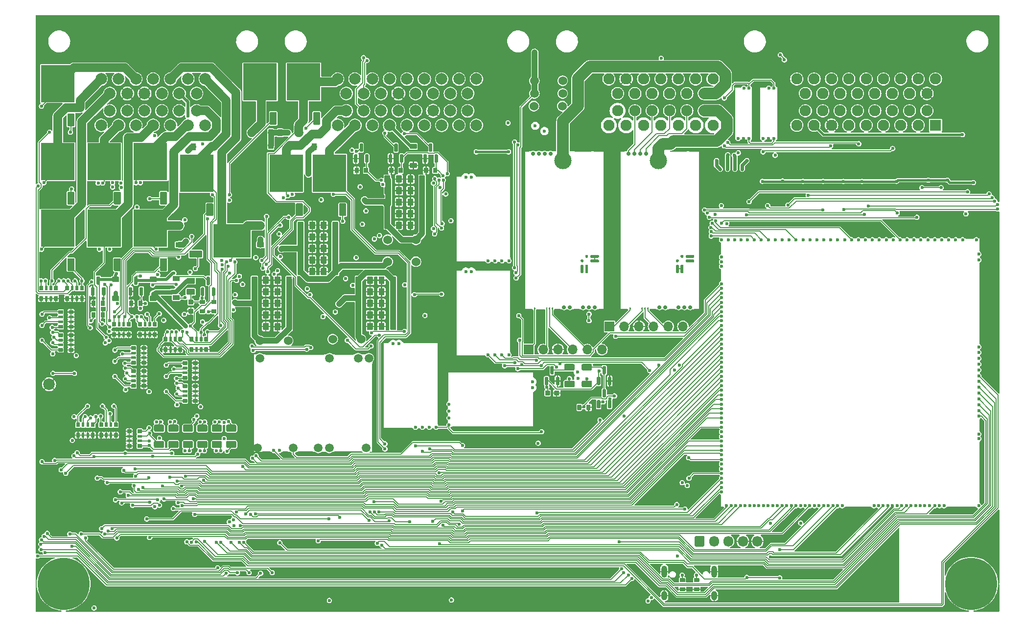
<source format=gbl>
G04 #@! TF.GenerationSoftware,KiCad,Pcbnew,7.0.9-7.0.9~ubuntu22.04.1*
G04 #@! TF.CreationDate,2023-11-26T18:24:43+00:00*
G04 #@! TF.ProjectId,alphax_8ch,616c7068-6178-45f3-9863-682e6b696361,c*
G04 #@! TF.SameCoordinates,PX143caa0PY5f592e0*
G04 #@! TF.FileFunction,Copper,L4,Bot*
G04 #@! TF.FilePolarity,Positive*
%FSLAX46Y46*%
G04 Gerber Fmt 4.6, Leading zero omitted, Abs format (unit mm)*
G04 Created by KiCad (PCBNEW 7.0.9-7.0.9~ubuntu22.04.1) date 2023-11-26 18:24:43*
%MOMM*%
%LPD*%
G01*
G04 APERTURE LIST*
G04 #@! TA.AperFunction,ComponentPad*
%ADD10R,1.700000X1.700000*%
G04 #@! TD*
G04 #@! TA.AperFunction,ComponentPad*
%ADD11O,1.700000X1.700000*%
G04 #@! TD*
G04 #@! TA.AperFunction,ComponentPad*
%ADD12C,1.524000*%
G04 #@! TD*
G04 #@! TA.AperFunction,ComponentPad*
%ADD13C,0.600000*%
G04 #@! TD*
G04 #@! TA.AperFunction,SMDPad,CuDef*
%ADD14R,6.185000X0.250000*%
G04 #@! TD*
G04 #@! TA.AperFunction,SMDPad,CuDef*
%ADD15R,1.115000X0.250000*%
G04 #@! TD*
G04 #@! TA.AperFunction,SMDPad,CuDef*
%ADD16R,0.250000X14.275000*%
G04 #@! TD*
G04 #@! TA.AperFunction,SMDPad,CuDef*
%ADD17R,0.250000X15.100000*%
G04 #@! TD*
G04 #@! TA.AperFunction,SMDPad,CuDef*
%ADD18R,5.175000X0.250000*%
G04 #@! TD*
G04 #@! TA.AperFunction,ComponentPad*
%ADD19O,1.000000X2.100000*%
G04 #@! TD*
G04 #@! TA.AperFunction,ComponentPad*
%ADD20O,1.000000X1.600000*%
G04 #@! TD*
G04 #@! TA.AperFunction,ComponentPad*
%ADD21C,9.000000*%
G04 #@! TD*
G04 #@! TA.AperFunction,ComponentPad*
%ADD22C,0.599999*%
G04 #@! TD*
G04 #@! TA.AperFunction,ComponentPad*
%ADD23C,1.500000*%
G04 #@! TD*
G04 #@! TA.AperFunction,SMDPad,CuDef*
%ADD24O,3.300000X0.200000*%
G04 #@! TD*
G04 #@! TA.AperFunction,SMDPad,CuDef*
%ADD25O,10.200000X0.200000*%
G04 #@! TD*
G04 #@! TA.AperFunction,SMDPad,CuDef*
%ADD26O,0.300000X0.200000*%
G04 #@! TD*
G04 #@! TA.AperFunction,SMDPad,CuDef*
%ADD27O,0.200000X17.000000*%
G04 #@! TD*
G04 #@! TA.AperFunction,SMDPad,CuDef*
%ADD28O,0.200000X15.400000*%
G04 #@! TD*
G04 #@! TA.AperFunction,SMDPad,CuDef*
%ADD29O,4.800000X0.200000*%
G04 #@! TD*
G04 #@! TA.AperFunction,SMDPad,CuDef*
%ADD30O,2.600000X0.200000*%
G04 #@! TD*
G04 #@! TA.AperFunction,SMDPad,CuDef*
%ADD31O,1.000000X0.200000*%
G04 #@! TD*
G04 #@! TA.AperFunction,SMDPad,CuDef*
%ADD32O,1.500000X0.200000*%
G04 #@! TD*
G04 #@! TA.AperFunction,SMDPad,CuDef*
%ADD33O,1.225000X0.200000*%
G04 #@! TD*
G04 #@! TA.AperFunction,SMDPad,CuDef*
%ADD34O,0.200000X9.300000*%
G04 #@! TD*
G04 #@! TA.AperFunction,SMDPad,CuDef*
%ADD35R,0.200000X10.600000*%
G04 #@! TD*
G04 #@! TA.AperFunction,SMDPad,CuDef*
%ADD36R,0.200000X2.100000*%
G04 #@! TD*
G04 #@! TA.AperFunction,SMDPad,CuDef*
%ADD37R,0.200000X14.025000*%
G04 #@! TD*
G04 #@! TA.AperFunction,SMDPad,CuDef*
%ADD38R,0.200000X2.300000*%
G04 #@! TD*
G04 #@! TA.AperFunction,SMDPad,CuDef*
%ADD39R,1.400000X0.200000*%
G04 #@! TD*
G04 #@! TA.AperFunction,SMDPad,CuDef*
%ADD40R,5.000000X0.200000*%
G04 #@! TD*
G04 #@! TA.AperFunction,SMDPad,CuDef*
%ADD41R,4.500000X0.200000*%
G04 #@! TD*
G04 #@! TA.AperFunction,SMDPad,CuDef*
%ADD42R,0.675000X0.200000*%
G04 #@! TD*
G04 #@! TA.AperFunction,SMDPad,CuDef*
%ADD43R,0.200000X2.200000*%
G04 #@! TD*
G04 #@! TA.AperFunction,SMDPad,CuDef*
%ADD44R,0.200000X2.025000*%
G04 #@! TD*
G04 #@! TA.AperFunction,SMDPad,CuDef*
%ADD45R,0.200000X2.000000*%
G04 #@! TD*
G04 #@! TA.AperFunction,SMDPad,CuDef*
%ADD46R,0.250000X6.185000*%
G04 #@! TD*
G04 #@! TA.AperFunction,SMDPad,CuDef*
%ADD47R,0.250000X1.115000*%
G04 #@! TD*
G04 #@! TA.AperFunction,SMDPad,CuDef*
%ADD48R,14.275000X0.250000*%
G04 #@! TD*
G04 #@! TA.AperFunction,SMDPad,CuDef*
%ADD49R,15.100000X0.250000*%
G04 #@! TD*
G04 #@! TA.AperFunction,SMDPad,CuDef*
%ADD50R,0.250000X5.175000*%
G04 #@! TD*
G04 #@! TA.AperFunction,ComponentPad*
%ADD51C,2.000000*%
G04 #@! TD*
G04 #@! TA.AperFunction,ComponentPad*
%ADD52R,1.950000X1.950000*%
G04 #@! TD*
G04 #@! TA.AperFunction,ComponentPad*
%ADD53C,1.950000*%
G04 #@! TD*
G04 #@! TA.AperFunction,ComponentPad*
%ADD54O,1.700000X1.850000*%
G04 #@! TD*
G04 #@! TA.AperFunction,SMDPad,CuDef*
%ADD55R,5.800000X6.400000*%
G04 #@! TD*
G04 #@! TA.AperFunction,ComponentPad*
%ADD56C,0.700000*%
G04 #@! TD*
G04 #@! TA.AperFunction,SMDPad,CuDef*
%ADD57C,3.000000*%
G04 #@! TD*
G04 #@! TA.AperFunction,SMDPad,CuDef*
%ADD58R,3.000000X0.250000*%
G04 #@! TD*
G04 #@! TA.AperFunction,SMDPad,CuDef*
%ADD59R,1.450000X0.250000*%
G04 #@! TD*
G04 #@! TA.AperFunction,SMDPad,CuDef*
%ADD60R,0.980000X0.250000*%
G04 #@! TD*
G04 #@! TA.AperFunction,SMDPad,CuDef*
%ADD61R,1.100000X0.250000*%
G04 #@! TD*
G04 #@! TA.AperFunction,SMDPad,CuDef*
%ADD62R,0.250000X27.600000*%
G04 #@! TD*
G04 #@! TA.AperFunction,SMDPad,CuDef*
%ADD63R,0.950000X0.250000*%
G04 #@! TD*
G04 #@! TA.AperFunction,SMDPad,CuDef*
%ADD64R,1.950000X0.250000*%
G04 #@! TD*
G04 #@! TA.AperFunction,SMDPad,CuDef*
%ADD65R,6.400000X5.800000*%
G04 #@! TD*
G04 #@! TA.AperFunction,SMDPad,CuDef*
%ADD66C,2.000000*%
G04 #@! TD*
G04 #@! TA.AperFunction,ViaPad*
%ADD67C,0.600000*%
G04 #@! TD*
G04 #@! TA.AperFunction,ViaPad*
%ADD68C,2.600000*%
G04 #@! TD*
G04 #@! TA.AperFunction,Conductor*
%ADD69C,0.200000*%
G04 #@! TD*
G04 #@! TA.AperFunction,Conductor*
%ADD70C,0.150000*%
G04 #@! TD*
G04 #@! TA.AperFunction,Conductor*
%ADD71C,1.500000*%
G04 #@! TD*
G04 #@! TA.AperFunction,Conductor*
%ADD72C,0.508000*%
G04 #@! TD*
G04 #@! TA.AperFunction,Conductor*
%ADD73C,0.800000*%
G04 #@! TD*
G04 #@! TA.AperFunction,Conductor*
%ADD74C,1.000000*%
G04 #@! TD*
G04 #@! TA.AperFunction,Conductor*
%ADD75C,0.400000*%
G04 #@! TD*
G04 #@! TA.AperFunction,Conductor*
%ADD76C,2.000000*%
G04 #@! TD*
G04 #@! TA.AperFunction,Conductor*
%ADD77C,0.203200*%
G04 #@! TD*
G04 #@! TA.AperFunction,Conductor*
%ADD78C,0.600000*%
G04 #@! TD*
G04 APERTURE END LIST*
D10*
G04 #@! TO.P,J10,1,Pin_1*
G04 #@! TO.N,Net-(J10-Pin_1)*
X99440000Y49480000D03*
D11*
G04 #@! TO.P,J10,2,Pin_2*
G04 #@! TO.N,Net-(J10-Pin_2)*
X101980000Y49480000D03*
G04 #@! TO.P,J10,3,Pin_3*
G04 #@! TO.N,GND*
X104520000Y49480000D03*
G04 #@! TO.P,J10,4,Pin_4*
G04 #@! TO.N,Net-(J10-Pin_4)*
X107060000Y49480000D03*
G04 #@! TO.P,J10,5,Pin_5*
G04 #@! TO.N,Net-(J10-Pin_5)*
X109600000Y49480000D03*
G04 #@! TO.P,J10,6,Pin_6*
G04 #@! TO.N,unconnected-(J10-Pin_6-Pad6)*
X112140000Y49480000D03*
G04 #@! TD*
D12*
G04 #@! TO.P,F5,1,1*
G04 #@! TO.N,Net-(J2B-26B)*
X43830000Y46980000D03*
G04 #@! TO.P,F5,2,2*
G04 #@! TO.N,/12V_ETB*
X38930000Y46980000D03*
G04 #@! TD*
G04 #@! TO.P,F3,1,1*
G04 #@! TO.N,Net-(J2B-26B)*
X61050000Y64480000D03*
G04 #@! TO.P,F3,2,2*
G04 #@! TO.N,/12V_DC2*
X65950000Y64480000D03*
G04 #@! TD*
G04 #@! TO.P,F20,1,1*
G04 #@! TO.N,Net-(J2B-24B)*
X91250000Y87600000D03*
G04 #@! TO.P,F20,2,2*
G04 #@! TO.N,/IN_VIGN*
X86350000Y87600000D03*
G04 #@! TD*
D13*
G04 #@! TO.P,M8,E1,Thresh_IN*
G04 #@! TO.N,/VR2_THRESHOLD*
X67060000Y32055000D03*
G04 #@! TO.P,M8,E2,OUT_A*
G04 #@! TO.N,/VR2_A*
X65860000Y32055000D03*
G04 #@! TO.P,M8,E3,OUT*
G04 #@! TO.N,/VR2*
X68260000Y32055000D03*
G04 #@! TO.P,M8,E4,V5_IN*
G04 #@! TO.N,+5VA*
X69460000Y32055000D03*
D14*
G04 #@! TO.P,M8,G,GND*
G04 #@! TO.N,GND*
X66792500Y46705000D03*
D15*
X60742500Y46705000D03*
D16*
X69760000Y39692500D03*
D17*
X60310000Y39280000D03*
D18*
X62772500Y31855000D03*
D13*
G04 #@! TO.P,M8,W1,VR-*
G04 #@! TO.N,/IN_VR2-*
X63000000Y46480000D03*
G04 #@! TO.P,M8,W2,VR+*
G04 #@! TO.N,/IN_VR2+*
X62000000Y46480000D03*
G04 #@! TD*
D19*
G04 #@! TO.P,J13,S1,SHIELD*
G04 #@! TO.N,GND*
X108905954Y7085000D03*
D20*
X108905954Y2905000D03*
D19*
X117545954Y7085000D03*
D20*
X117545954Y2905000D03*
G04 #@! TD*
D10*
G04 #@! TO.P,J9,1,Pin_1*
G04 #@! TO.N,Net-(J9-Pin_1)*
X85420000Y45480000D03*
D11*
G04 #@! TO.P,J9,2,Pin_2*
G04 #@! TO.N,Net-(J9-Pin_2)*
X87960000Y45480000D03*
G04 #@! TO.P,J9,3,Pin_3*
G04 #@! TO.N,GND*
X90500000Y45480000D03*
G04 #@! TO.P,J9,4,Pin_4*
G04 #@! TO.N,Net-(J9-Pin_4)*
X93040000Y45480000D03*
G04 #@! TO.P,J9,5,Pin_5*
G04 #@! TO.N,Net-(J9-Pin_5)*
X95580000Y45480000D03*
G04 #@! TO.P,J9,6,Pin_6*
G04 #@! TO.N,unconnected-(J9-Pin_6-Pad6)*
X98120000Y45480000D03*
G04 #@! TD*
D21*
G04 #@! TO.P,J6,1,Pin_1*
G04 #@! TO.N,unconnected-(J6-Pin_1-Pad1)*
X162000000Y4980000D03*
G04 #@! TD*
D22*
G04 #@! TO.P,M14,V1,IGN8*
G04 #@! TO.N,/VVT4_LS*
X15705111Y40416868D03*
G04 #@! TO.P,M14,V2,IGN7*
G04 #@! TO.N,/VVT3_LS*
X13870101Y40841876D03*
G04 #@! TO.P,M14,V3,IGN6*
G04 #@! TO.N,/VVT2_LS*
X15920109Y41391873D03*
G04 #@! TO.P,M14,V4,IGN5*
G04 #@! TO.N,/VVT1_LS*
X15705114Y42266832D03*
G04 #@! TO.P,M14,V5,IGN4*
G04 #@! TO.N,/INJ4*
X15630107Y43116855D03*
G04 #@! TO.P,M14,V6,IGN3*
G04 #@! TO.N,/INJ3*
X13870101Y43441871D03*
G04 #@! TO.P,M14,V7,IGN2*
G04 #@! TO.N,/INJ2*
X15180101Y44741838D03*
G04 #@! TO.P,M14,V8,IGN1*
G04 #@! TO.N,/INJ1*
X13870101Y45391855D03*
G04 #@! TO.P,M14,V9,VCC*
G04 #@! TO.N,+5VA*
X19795116Y38216852D03*
G04 #@! TO.P,M14,V10,V33*
G04 #@! TO.N,+3.3VA*
X15720110Y38516854D03*
G04 #@! TD*
D23*
G04 #@! TO.P,M2,E1,VBAT*
G04 #@! TO.N,unconnected-(M2-VBAT-PadE1)*
X57350000Y28480003D03*
G04 #@! TO.P,M2,E2,V12*
G04 #@! TO.N,+12V*
X50950003Y28480003D03*
G04 #@! TO.P,M2,E3,VIGN*
G04 #@! TO.N,/VIGN*
X49050000Y28480003D03*
G04 #@! TO.P,M2,E4,V5*
G04 #@! TO.N,+5V*
X44750000Y28480003D03*
D13*
G04 #@! TO.P,M2,E5,EN_5VP*
G04 #@! TO.N,/PWR_EN*
X42350003Y28030004D03*
G04 #@! TO.P,M2,E6,PG_5VP*
G04 #@! TO.N,/TLS115_PG*
X41350002Y28030004D03*
D24*
G04 #@! TO.P,M2,S1,GND*
G04 #@! TO.N,GND*
X53500000Y44629999D03*
D25*
X45000002Y44629999D03*
D26*
X37900000Y44629999D03*
D27*
X37850000Y36230001D03*
D28*
X58450000Y35430000D03*
D23*
X38500000Y28480003D03*
D26*
X58400000Y27830002D03*
D29*
X54200002Y27830002D03*
D30*
X46850000Y27830002D03*
D31*
X43350003Y27830002D03*
D32*
X40050002Y27830002D03*
D23*
G04 #@! TO.P,M2,V1,V12_PERM*
G04 #@! TO.N,+12V_RAW*
X57800002Y43980000D03*
G04 #@! TO.P,M2,V2,IN_VIGN*
G04 #@! TO.N,/IN_VIGN*
X55950003Y43980000D03*
G04 #@! TO.P,M2,V3,V12_RAW*
G04 #@! TO.N,+12V_RAW*
X51000000Y43980000D03*
G04 #@! TO.P,M2,V4,5VP*
G04 #@! TO.N,+5VAS*
X38950002Y43980000D03*
G04 #@! TD*
D13*
G04 #@! TO.P,M3,E1,V5A*
G04 #@! TO.N,+5VA*
X127900000Y82005000D03*
D33*
G04 #@! TO.P,M3,E2,GND*
G04 #@! TO.N,GND*
X125925000Y90905000D03*
D34*
X128500000Y86355000D03*
X125400000Y86355000D03*
D13*
X126950000Y82005000D03*
G04 #@! TO.P,M3,E3,OUT_KNOCK*
G04 #@! TO.N,/IN_KNOCK1*
X126000002Y82005000D03*
G04 #@! TO.P,M3,W1,IN_KNOCK*
G04 #@! TO.N,/IN_KNOCK_RAW1*
X127000000Y90705000D03*
G04 #@! TO.P,M3,W2,VREF*
G04 #@! TO.N,/VREF2*
X127900000Y90705000D03*
G04 #@! TD*
G04 #@! TO.P,M1001,E0a,OUT_PWM18_(PI0)*
G04 #@! TO.N,/DC1_PWM*
X118800010Y20854990D03*
G04 #@! TO.P,M1001,E0b,GP12_(PH15)*
G04 #@! TO.N,/DC2_DIR*
X118800010Y21654990D03*
G04 #@! TO.P,M1001,E0c,GP13_(PH14)*
G04 #@! TO.N,/DC2_DIS*
X118800010Y22454990D03*
G04 #@! TO.P,M1001,E0d,GP14_(PH13)*
G04 #@! TO.N,/VR3*
X118800010Y23254990D03*
G04 #@! TO.P,M1001,E1,SPI2_SCK/CAN2_TX_(PB13)*
G04 #@! TO.N,/MCU/CAN2_TX*
X118800010Y24054990D03*
G04 #@! TO.P,M1001,E2,SPI2_MISO_(PB14)*
G04 #@! TO.N,unconnected-(M1001-SPI2_MISO_(PB14)-PadE2)*
X118800010Y24854990D03*
G04 #@! TO.P,M1001,E3,SPI2_MOSI_(PB15)*
G04 #@! TO.N,unconnected-(M1001-SPI2_MOSI_(PB15)-PadE3)*
X118800010Y25654990D03*
G04 #@! TO.P,M1001,E4,SPI2_CS/CAN2_RX_(PB12)*
G04 #@! TO.N,/MCU/CAN2_RX*
X118800010Y26454990D03*
G04 #@! TO.P,M1001,E6,OUT_IO3_(PG14)*
G04 #@! TO.N,/LS3*
X118800010Y27254990D03*
G04 #@! TO.P,M1001,E7,OUT_IO5_(PD2)*
G04 #@! TO.N,/LS5*
X118800010Y28054990D03*
G04 #@! TO.P,M1001,E8,OUT_IO1_(PD3)*
G04 #@! TO.N,/HS3*
X118800010Y28854990D03*
G04 #@! TO.P,M1001,E9,OUT_IO6_(PG11)*
G04 #@! TO.N,/LS6*
X118800010Y29655000D03*
G04 #@! TO.P,M1001,E10,OUT_IO10_(PG12)*
G04 #@! TO.N,/HALL1_PD_EN*
X118800010Y30454990D03*
G04 #@! TO.P,M1001,E11,OUT_IO9_(PG13)*
G04 #@! TO.N,/VSS_PD_EN*
X118800010Y31254990D03*
G04 #@! TO.P,M1001,E12,OUT_IO2_(PA9)*
G04 #@! TO.N,/HS2*
X118800010Y32055000D03*
G04 #@! TO.P,M1001,E13,OUT_IO12_(PA8)*
G04 #@! TO.N,/TEMP_PU_EN*
X118800010Y32854990D03*
G04 #@! TO.P,M1001,E14,OUT_PWM5_(PC9)*
G04 #@! TO.N,/BOOST_LS*
X118800010Y33654990D03*
G04 #@! TO.P,M1001,E15,OUT_PWM4_(PC8)*
G04 #@! TO.N,/VVT4_LS*
X118800010Y34455000D03*
G04 #@! TO.P,M1001,E16,OUT_PWM3_(PC7)*
G04 #@! TO.N,/VVT3_LS*
X118800010Y35254990D03*
G04 #@! TO.P,M1001,E17,OUT_PWM2_(PC6)*
G04 #@! TO.N,/VVT2_LS*
X118800010Y36054990D03*
G04 #@! TO.P,M1001,E18,OUT_INJ2_(PG8)*
G04 #@! TO.N,/INJ2*
X118800010Y36854990D03*
G04 #@! TO.P,M1001,E19,OUT_INJ1_(PG7)*
G04 #@! TO.N,/INJ1*
X118800010Y37654990D03*
G04 #@! TO.P,M1001,E20,OUT_IO13_(PG6)*
G04 #@! TO.N,/TACH*
X118800010Y38454990D03*
G04 #@! TO.P,M1001,E21,OUT_IO4_(PG5)*
G04 #@! TO.N,/LS4*
X118800010Y39254990D03*
G04 #@! TO.P,M1001,E22,OUT_IO8_(PG4)*
G04 #@! TO.N,/NOS_LS*
X118800010Y40054990D03*
G04 #@! TO.P,M1001,E23,OUT_IO7_(PG3)*
G04 #@! TO.N,/LS7*
X118800010Y40855000D03*
G04 #@! TO.P,M1001,E24,OUT_IO11_(PG2)*
G04 #@! TO.N,/TACH_12V*
X118800010Y41654990D03*
G04 #@! TO.P,M1001,E25,OUT_PWM7_(PD15)*
G04 #@! TO.N,/LS2*
X118800010Y42454990D03*
G04 #@! TO.P,M1001,E26,OUT_PWM6_(PD14)*
G04 #@! TO.N,/LS1*
X118800010Y43254990D03*
G04 #@! TO.P,M1001,E27,OUT_PWM1_(PD13)*
G04 #@! TO.N,/VVT1_LS*
X118800010Y44054990D03*
G04 #@! TO.P,M1001,E28,OUT_PWM8_(PD12)*
G04 #@! TO.N,/HS1*
X118800010Y44854990D03*
G04 #@! TO.P,M1001,E29,OUT_INJ3_(PD11)*
G04 #@! TO.N,/INJ3*
X118800010Y45654990D03*
G04 #@! TO.P,M1001,E30,OUT_INJ4_(PD10)*
G04 #@! TO.N,/INJ4*
X118800010Y46454990D03*
G04 #@! TO.P,M1001,E31,OUT_INJ5_(PD9)*
G04 #@! TO.N,/INJ5*
X118800010Y47254990D03*
G04 #@! TO.P,M1001,E32,OUT_INJ6_(PF12)*
G04 #@! TO.N,/INJ6*
X118800010Y48854990D03*
G04 #@! TO.P,M1001,E33,OUT_INJ7_(PF13)*
G04 #@! TO.N,/INJ7*
X118800010Y49654990D03*
G04 #@! TO.P,M1001,E34,OUT_INJ8_(PF14)*
G04 #@! TO.N,/INJ8*
X118800010Y50454990D03*
G04 #@! TO.P,M1001,E35,GP6_(PD8)*
G04 #@! TO.N,/ETB_DIR*
X118800010Y48055000D03*
G04 #@! TO.P,M1001,E36,GP7_(PF15)*
G04 #@! TO.N,/ETB_DIS*
X118800010Y51254990D03*
G04 #@! TO.P,M1001,E36a,OUT_PWM9_(PH12)*
G04 #@! TO.N,/ETB_PWM*
X118800010Y52054990D03*
G04 #@! TO.P,M1001,E36b,OUT_PWM10_(PH11)*
G04 #@! TO.N,/TLS115_PG*
X118800010Y52854990D03*
G04 #@! TO.P,M1001,E36c,OUT_PWM11_(PH10)*
G04 #@! TO.N,/VR2_THRESHOLD*
X118800010Y53654990D03*
G04 #@! TO.P,M1001,E36d,OUT_PWM12_(PH9)*
G04 #@! TO.N,/VR3_THRESHOLD*
X118800010Y54454990D03*
G04 #@! TO.P,M1001,E36e,GP15_(PH8)*
G04 #@! TO.N,/VR4*
X118800010Y55254990D03*
G04 #@! TO.P,M1001,E36f,GP16_(PH7)*
G04 #@! TO.N,/VR1_HALL_EN*
X118800010Y56054990D03*
G04 #@! TO.P,M1001,E36g,OUT_PWM13_(PH6)*
G04 #@! TO.N,/VR4_THRESHOLD*
X118800010Y56854990D03*
G04 #@! TO.P,M1001,E38,VREF2*
G04 #@! TO.N,/VREF2*
X118800000Y59879990D03*
G04 #@! TO.P,M1001,E39,GNDA*
G04 #@! TO.N,unconnected-(M1001-GNDA-PadE39)*
X118800010Y60679990D03*
G04 #@! TO.P,M1001,E40,V5A_SWITCHABLE*
G04 #@! TO.N,+5VA*
X118800010Y61479990D03*
D35*
G04 #@! TO.P,M1001,G,GND*
G04 #@! TO.N,GND*
X163500010Y24255000D03*
D36*
X163500010Y32404990D03*
D37*
X163500010Y53467490D03*
D38*
X163500010Y63629990D03*
D39*
X161700000Y64680000D03*
D40*
X160300010Y18254990D03*
D41*
X142425000Y18254990D03*
D42*
X118837510Y18254990D03*
D43*
X118600010Y19254990D03*
D44*
X118600010Y58367490D03*
D45*
X118600000Y62979990D03*
D13*
G04 #@! TO.P,M1001,N0a,GP11_(PI1)*
G04 #@! TO.N,/DC1_DIS*
X119675000Y18454990D03*
G04 #@! TO.P,M1001,N0b,OUT_PWM17_(PI2)*
G04 #@! TO.N,/DC2_PWM*
X120475010Y18454990D03*
G04 #@! TO.P,M1001,N0c,GP10_(PI3)*
G04 #@! TO.N,/DC1_DIR*
X121275000Y18454990D03*
G04 #@! TO.P,M1001,N1,USBID_(PA10)*
G04 #@! TO.N,/VR1*
X122075000Y18454990D03*
G04 #@! TO.P,M1001,N2,USBM_(PA11)*
G04 #@! TO.N,/MCU/USB-*
X122875000Y18454990D03*
G04 #@! TO.P,M1001,N3,USBP_(PA12)*
G04 #@! TO.N,/MCU/USB+*
X123675000Y18454990D03*
G04 #@! TO.P,M1001,N4,VBUS*
G04 #@! TO.N,/MCU/VBUS*
X124475000Y18454990D03*
G04 #@! TO.P,M1001,N5,BOOT0*
G04 #@! TO.N,unconnected-(M1001-BOOT0-PadN5)*
X125275000Y18454990D03*
G04 #@! TO.P,M1001,N6,SWO_(PB3)*
G04 #@! TO.N,/MCU/SWO*
X126075000Y18454990D03*
G04 #@! TO.P,M1001,N7,SWDIO_(PA13)*
G04 #@! TO.N,/MCU/SWDIO*
X126875000Y18454990D03*
G04 #@! TO.P,M1001,N8,SWCLK_(PA14)*
G04 #@! TO.N,/MCU/SWCLK*
X127675000Y18454990D03*
G04 #@! TO.P,M1001,N9,nReset*
G04 #@! TO.N,/MCU/NRESET*
X128475000Y18454990D03*
G04 #@! TO.P,M1001,N10,SPI3_CS_(PA15)*
G04 #@! TO.N,/IGN12*
X129275000Y18454990D03*
G04 #@! TO.P,M1001,N11,SPI3_SCK_(PC10)*
G04 #@! TO.N,/IGN9*
X130075000Y18454990D03*
G04 #@! TO.P,M1001,N12,SPI3_MISO_(PC11)*
G04 #@! TO.N,/IGN10*
X130875010Y18454990D03*
G04 #@! TO.P,M1001,N13,SPI3_MOSI_(PC12)*
G04 #@! TO.N,/IGN11*
X131675000Y18454990D03*
G04 #@! TO.P,M1001,N14,I2C_SCL_(PB10)*
G04 #@! TO.N,unconnected-(M1001-I2C_SCL_(PB10)-PadN14)*
X132475000Y18454990D03*
G04 #@! TO.P,M1001,N15,I2C_SDA_(PB11)*
G04 #@! TO.N,unconnected-(M1001-I2C_SDA_(PB11)-PadN15)*
X133275010Y18454990D03*
G04 #@! TO.P,M1001,N16,GP1_(PD4)*
G04 #@! TO.N,/MAIN_LS*
X134075010Y18454990D03*
G04 #@! TO.P,M1001,N17,UART2_TX_(PD5)*
G04 #@! TO.N,/MCU/UART_TX*
X134875000Y18454990D03*
G04 #@! TO.P,M1001,N18,UART2_RX_(PD6)*
G04 #@! TO.N,/MCU/UART_RX*
X135675010Y18454990D03*
G04 #@! TO.P,M1001,N19,GP2_(PD7)*
G04 #@! TO.N,/FAN_RELAY_LS*
X136475000Y18454990D03*
G04 #@! TO.P,M1001,N20,GP4_(PG9)*
G04 #@! TO.N,unconnected-(M1001-GP4_(PG9)-PadN20)*
X137275000Y18454990D03*
G04 #@! TO.P,M1001,N21,GP3_(PG10)*
G04 #@! TO.N,/PUMP_RELAY_LS*
X138075000Y18454990D03*
G04 #@! TO.P,M1001,N22,V33*
G04 #@! TO.N,+3.3V*
X138875000Y18454990D03*
G04 #@! TO.P,M1001,N23,GP5_(PG15)*
G04 #@! TO.N,unconnected-(M1001-GP5_(PG15)-PadN23)*
X139675010Y18454990D03*
G04 #@! TO.P,M1001,N24,UART8_RX_(PE0)*
G04 #@! TO.N,unconnected-(M1001-UART8_RX_(PE0)-PadN24)*
X145175000Y18454990D03*
G04 #@! TO.P,M1001,N25,UART8_TX_(PE1)*
G04 #@! TO.N,unconnected-(M1001-UART8_TX_(PE1)-PadN25)*
X145975010Y18454990D03*
G04 #@! TO.P,M1001,N26,IN_VIGN_(PA5)*
G04 #@! TO.N,/VIGN*
X146775000Y18454990D03*
G04 #@! TO.P,M1001,N27,VBAT*
G04 #@! TO.N,Net-(D81-K)*
X147575000Y18454990D03*
G04 #@! TO.P,M1001,N28,V33_SWITCHABLE*
G04 #@! TO.N,+3.3VA*
X148375000Y18454990D03*
G04 #@! TO.P,M1001,N28a,GP25_(PI4)*
G04 #@! TO.N,/FLEX_PD_EN*
X149175000Y18454990D03*
G04 #@! TO.P,M1001,N28b,OUT_PWM16_(PI5)*
G04 #@! TO.N,/DC3_DIS*
X149975000Y18454990D03*
G04 #@! TO.P,M1001,N28c,OUT_PWM15_(PI6)*
G04 #@! TO.N,/DC3_DIR*
X150775000Y18454990D03*
G04 #@! TO.P,M1001,N28d,OUT_PWM14_(PI7)*
G04 #@! TO.N,/DC3_PWM*
X151575000Y18454990D03*
G04 #@! TO.P,M1001,N28e,GP24_(PI8)*
G04 #@! TO.N,/HALL5_PD_EN*
X152375000Y18454990D03*
G04 #@! TO.P,M1001,N28f,GP23_(PI9)*
G04 #@! TO.N,/HALL4_PD_EN*
X153175000Y18454990D03*
G04 #@! TO.P,M1001,N28g,GP22_(PI10)*
G04 #@! TO.N,/HALL3_PD_EN*
X153975000Y18454990D03*
G04 #@! TO.P,M1001,N28h,GP21_(PI11)*
G04 #@! TO.N,/HALL2_PD_EN*
X154775000Y18454990D03*
G04 #@! TO.P,M1001,N29,OUT_PWR_EN_(PE10)*
G04 #@! TO.N,/PWR_EN*
X155700000Y18454990D03*
G04 #@! TO.P,M1001,N30,V5A_SWITCHABLE*
G04 #@! TO.N,unconnected-(M1001-V5A_SWITCHABLE-PadN30)*
X156500000Y18454990D03*
G04 #@! TO.P,M1001,N31,VCC*
G04 #@! TO.N,+5V*
X157300000Y18454990D03*
G04 #@! TO.P,M1001,N32,V33*
G04 #@! TO.N,unconnected-(M1001-V33-PadN32)*
X163300010Y18454990D03*
G04 #@! TO.P,M1001,S2,IN_D4_(PE15)*
G04 #@! TO.N,/IN_HALL4*
X118800010Y64480000D03*
G04 #@! TO.P,M1001,S3,IN_D3_(PE14)*
G04 #@! TO.N,/IN_HALL3{slash}SENT*
X119950000Y64480000D03*
G04 #@! TO.P,M1001,S4,IN_D2_(PE13)*
G04 #@! TO.N,/IN_HALL2*
X121050000Y64480000D03*
G04 #@! TO.P,M1001,S5,IN_D1_(PE12)*
G04 #@! TO.N,/IN_HALL1*
X122150000Y64480000D03*
G04 #@! TO.P,M1001,S5a,IN_AUX8/CAN1_WKUP_(PA0)*
G04 #@! TO.N,unconnected-(M1001-IN_AUX8{slash}CAN1_WKUP_(PA0)-PadS5a)*
X123300000Y64480000D03*
G04 #@! TO.P,M1001,S5b,IN_AUX7_(PC1)*
G04 #@! TO.N,/IN_SWITCH3*
X124500000Y64479990D03*
G04 #@! TO.P,M1001,S5c,IN_AUX6_(PA7/PE11)*
G04 #@! TO.N,/IN_SWITCH2*
X125700000Y64479990D03*
G04 #@! TO.P,M1001,S5d,IN_AUX5_(PC4/PE9)*
G04 #@! TO.N,/IN_SWITCH1*
X126900000Y64479990D03*
G04 #@! TO.P,M1001,S6,IN_SENS4_(PF6)*
G04 #@! TO.N,/IN_KNOCK2*
X128099990Y64480000D03*
G04 #@! TO.P,M1001,S7,IN_SENS3_(PF5)*
G04 #@! TO.N,/IN_FLEX*
X129299990Y64480000D03*
G04 #@! TO.P,M1001,S8,IN_SENS2_(PF4)*
G04 #@! TO.N,/IN_HALL5*
X130499990Y64480000D03*
G04 #@! TO.P,M1001,S9,IN_SENS1_(PF3)*
G04 #@! TO.N,/IN_SWITCH4*
X131699990Y64480000D03*
G04 #@! TO.P,M1001,S10,IN_AUX4*
G04 #@! TO.N,/IN_AN9*
X132899990Y64480000D03*
G04 #@! TO.P,M1001,S11,IN_AUX3*
G04 #@! TO.N,/IN_AN8*
X134099990Y64480000D03*
G04 #@! TO.P,M1001,S12,IN_AUX2*
G04 #@! TO.N,/IN_AN7*
X135299990Y64480000D03*
G04 #@! TO.P,M1001,S13,IN_AUX1*
G04 #@! TO.N,/IN_AN6*
X136499990Y64480000D03*
G04 #@! TO.P,M1001,S14,IN_RES2_(PF10_ADC3)*
G04 #@! TO.N,/VR3_A*
X137700000Y64480000D03*
G04 #@! TO.P,M1001,S15,IN_O2S2*
G04 #@! TO.N,/IN_AN3*
X138900000Y64480000D03*
G04 #@! TO.P,M1001,S16,IN_O2S*
G04 #@! TO.N,/IN_AN2*
X140100000Y64480000D03*
G04 #@! TO.P,M1001,S17,IN_RES1_(PF9_ADC3)*
G04 #@! TO.N,/VR2_A*
X141300000Y64480000D03*
G04 #@! TO.P,M1001,S18,IN_RES3_(PF8_ADC3)*
G04 #@! TO.N,/VR4_A*
X142500000Y64480000D03*
G04 #@! TO.P,M1001,S19,IN_MAP3_(PA2)*
G04 #@! TO.N,/ONBOARD_MAP*
X143700000Y64480000D03*
G04 #@! TO.P,M1001,S20,IN_MAP2*
G04 #@! TO.N,/IN_AN5*
X144900000Y64480000D03*
G04 #@! TO.P,M1001,S21,IN_MAP1*
G04 #@! TO.N,/IN_AN4*
X146100000Y64480000D03*
G04 #@! TO.P,M1001,S22,IN_CRANK_(PB1)*
G04 #@! TO.N,/IN_AN1*
X147300000Y64480000D03*
G04 #@! TO.P,M1001,S23,IN_KNOCK_(PF7)*
G04 #@! TO.N,/IN_KNOCK1*
X148500000Y64480000D03*
G04 #@! TO.P,M1001,S24,IN_CAM_(PA6)*
G04 #@! TO.N,/VR2*
X149700000Y64480000D03*
G04 #@! TO.P,M1001,S25,IN_VSS_(PF11)*
G04 #@! TO.N,/IN_VSS*
X150900000Y64480000D03*
G04 #@! TO.P,M1001,S26,IN_IAT*
G04 #@! TO.N,/IN_IAT*
X152100000Y64480000D03*
G04 #@! TO.P,M1001,S27,IN_AT1*
G04 #@! TO.N,/IN_AT1*
X153300000Y64480000D03*
G04 #@! TO.P,M1001,S28,IN_CLT*
G04 #@! TO.N,/IN_CLT*
X154500000Y64480000D03*
G04 #@! TO.P,M1001,S29,IN_AT2*
G04 #@! TO.N,/IN_AT2*
X155700000Y64480000D03*
G04 #@! TO.P,M1001,S30,IN_TPS*
G04 #@! TO.N,/IN_TPS1*
X156900010Y64480000D03*
G04 #@! TO.P,M1001,S31,IN_PPS*
G04 #@! TO.N,/IN_PPS1*
X158100010Y64480000D03*
G04 #@! TO.P,M1001,S32,IN_TPS2*
G04 #@! TO.N,/IN_TPS2*
X159300010Y64480000D03*
G04 #@! TO.P,M1001,S33,IN_PPS2*
G04 #@! TO.N,/IN_PPS2*
X160500010Y64480000D03*
G04 #@! TO.P,M1001,S35,VREF1*
G04 #@! TO.N,unconnected-(M1001-VREF1-PadS35)*
X162900010Y64480000D03*
G04 #@! TO.P,M1001,W1,GNDA*
G04 #@! TO.N,GNDA*
X163300010Y61979990D03*
G04 #@! TO.P,M1001,W2,V5A_SWITCHABLE*
G04 #@! TO.N,+5VA*
X163300010Y60979990D03*
G04 #@! TO.P,M1001,W3,V33_REF*
G04 #@! TO.N,unconnected-(M1001-V33_REF-PadW3)*
X163300010Y45955000D03*
G04 #@! TO.P,M1001,W3a,GP17_(PH5)*
G04 #@! TO.N,/INJ9*
X163300010Y44954990D03*
G04 #@! TO.P,M1001,W3b,GP18_(PH4)*
G04 #@! TO.N,/INJ10*
X163300010Y43954990D03*
G04 #@! TO.P,M1001,W3c,GP19_(PH3)*
G04 #@! TO.N,/INJ11*
X163300010Y42955000D03*
G04 #@! TO.P,M1001,W3d,GP20_(PH2)*
G04 #@! TO.N,/INJ12*
X163300010Y41955000D03*
G04 #@! TO.P,M1001,W4,IGN8_(PE6)*
G04 #@! TO.N,/OUT_IGN8*
X163300010Y40955000D03*
G04 #@! TO.P,M1001,W5,IGN7_(PB9)*
G04 #@! TO.N,/OUT_IGN7*
X163300010Y39954990D03*
G04 #@! TO.P,M1001,W6,IGN6_(PB8)*
G04 #@! TO.N,/OUT_IGN6*
X163300010Y38955000D03*
G04 #@! TO.P,M1001,W7,IGN5_(PE2)*
G04 #@! TO.N,/OUT_IGN5*
X163300010Y37955000D03*
G04 #@! TO.P,M1001,W8,IGN4_(PE3)*
G04 #@! TO.N,/OUT_IGN4*
X163300010Y36955000D03*
G04 #@! TO.P,M1001,W9,IGN3_(PE4)*
G04 #@! TO.N,/OUT_IGN3*
X163300010Y35955000D03*
G04 #@! TO.P,M1001,W10,IGN2_(PE5)*
G04 #@! TO.N,/OUT_IGN2*
X163300010Y34955000D03*
G04 #@! TO.P,M1001,W11,IGN1_(PC13)*
G04 #@! TO.N,/OUT_IGN1*
X163300010Y33955000D03*
G04 #@! TO.P,M1001,W12,CANH*
G04 #@! TO.N,/CAN1+*
X163300010Y30854990D03*
G04 #@! TO.P,M1001,W13,CANL*
G04 #@! TO.N,/CAN1-*
X163300010Y30054990D03*
G04 #@! TD*
G04 #@! TO.P,M7,E1,NC*
G04 #@! TO.N,unconnected-(M7-NC-PadE1)*
X71675000Y34855000D03*
G04 #@! TO.P,M7,E2,NC*
G04 #@! TO.N,unconnected-(M7-NC-PadE2)*
X71675000Y36055000D03*
G04 #@! TO.P,M7,E3,OUT*
G04 #@! TO.N,/VR1*
X71675000Y33655000D03*
G04 #@! TO.P,M7,E4,V5_IN*
G04 #@! TO.N,+5VA*
X71675000Y32455000D03*
D46*
G04 #@! TO.P,M7,G,GND*
G04 #@! TO.N,GND*
X86325000Y35122500D03*
D47*
X86325000Y41172500D03*
D48*
X79312500Y32155000D03*
D49*
X78900000Y41605000D03*
D50*
X71475000Y39142500D03*
D13*
G04 #@! TO.P,M7,W1,VR-*
G04 #@! TO.N,/IN_VR1-*
X86100000Y38915000D03*
G04 #@! TO.P,M7,W2,VR+*
G04 #@! TO.N,/IN_VR1+*
X86100000Y39915000D03*
G04 #@! TD*
D22*
G04 #@! TO.P,M13,V1,IGN8*
G04 #@! TO.N,Net-(M13-IGN8)*
X8711869Y33874889D03*
G04 #@! TO.P,M13,V2,IGN7*
G04 #@! TO.N,Net-(M13-IGN7)*
X9136877Y35709899D03*
G04 #@! TO.P,M13,V3,IGN6*
G04 #@! TO.N,Net-(M13-IGN6)*
X9686874Y33659891D03*
G04 #@! TO.P,M13,V4,IGN5*
G04 #@! TO.N,Net-(M13-IGN5)*
X10561833Y33874886D03*
G04 #@! TO.P,M13,V5,IGN4*
G04 #@! TO.N,/IGN12*
X11411856Y33949893D03*
G04 #@! TO.P,M13,V6,IGN3*
G04 #@! TO.N,/IGN11*
X11736872Y35709899D03*
G04 #@! TO.P,M13,V7,IGN2*
G04 #@! TO.N,/IGN10*
X13036839Y34399899D03*
G04 #@! TO.P,M13,V8,IGN1*
G04 #@! TO.N,/IGN9*
X13686856Y35709899D03*
G04 #@! TO.P,M13,V9,VCC*
G04 #@! TO.N,+5VA*
X6511853Y29784884D03*
G04 #@! TO.P,M13,V10,V33*
G04 #@! TO.N,+3.3VA*
X6811855Y33859890D03*
G04 #@! TD*
D12*
G04 #@! TO.P,F4,1,1*
G04 #@! TO.N,Net-(J2B-26B)*
X51550000Y47280000D03*
G04 #@! TO.P,F4,2,2*
G04 #@! TO.N,/12V_DC3*
X56450000Y47280000D03*
G04 #@! TD*
D22*
G04 #@! TO.P,M15,V1,IGN8*
G04 #@! TO.N,/INJ8*
X3105111Y46641868D03*
G04 #@! TO.P,M15,V2,IGN7*
G04 #@! TO.N,/INJ7*
X1270101Y47066876D03*
G04 #@! TO.P,M15,V3,IGN6*
G04 #@! TO.N,/INJ6*
X3320109Y47616873D03*
G04 #@! TO.P,M15,V4,IGN5*
G04 #@! TO.N,/INJ5*
X3105114Y48491832D03*
G04 #@! TO.P,M15,V5,IGN4*
G04 #@! TO.N,/INJ12*
X3030107Y49341855D03*
G04 #@! TO.P,M15,V6,IGN3*
G04 #@! TO.N,/INJ11*
X1270101Y49666871D03*
G04 #@! TO.P,M15,V7,IGN2*
G04 #@! TO.N,/INJ10*
X2580101Y50966838D03*
G04 #@! TO.P,M15,V8,IGN1*
G04 #@! TO.N,/INJ9*
X1270101Y51616855D03*
G04 #@! TO.P,M15,V9,VCC*
G04 #@! TO.N,+5VA*
X7195116Y44441852D03*
G04 #@! TO.P,M15,V10,V33*
G04 #@! TO.N,+3.3VA*
X3120110Y44741854D03*
G04 #@! TD*
D13*
G04 #@! TO.P,M10,E1,Thresh_IN*
G04 #@! TO.N,/VR4_THRESHOLD*
X79625000Y60855000D03*
G04 #@! TO.P,M10,E2,OUT_A*
G04 #@! TO.N,/VR4_A*
X78425000Y60855000D03*
G04 #@! TO.P,M10,E3,OUT*
G04 #@! TO.N,/VR4*
X80825000Y60855000D03*
G04 #@! TO.P,M10,E4,V5_IN*
G04 #@! TO.N,+5VA*
X82025000Y60855000D03*
D14*
G04 #@! TO.P,M10,G,GND*
G04 #@! TO.N,GND*
X79357500Y75505000D03*
D15*
X73307500Y75505000D03*
D16*
X82325000Y68492500D03*
D17*
X72875000Y68080000D03*
D18*
X75337500Y60655000D03*
D13*
G04 #@! TO.P,M10,W1,VR-*
G04 #@! TO.N,/IN_VR4-*
X75565000Y75280000D03*
G04 #@! TO.P,M10,W2,VR+*
G04 #@! TO.N,/IN_VR4+*
X74565000Y75280000D03*
G04 #@! TD*
D21*
G04 #@! TO.P,J5,1,Pin_1*
G04 #@! TO.N,unconnected-(J5-Pin_1-Pad1)*
X5000000Y4980000D03*
G04 #@! TD*
D22*
G04 #@! TO.P,M12,V1,V5*
G04 #@! TO.N,+5VA*
X112875002Y21955000D03*
G04 #@! TO.P,M12,V2,CAN_VIO*
G04 #@! TO.N,+3.3VA*
X112000000Y22480000D03*
G04 #@! TO.P,M12,V5,CAN_TX*
G04 #@! TO.N,/MCU/CAN2_TX*
X113175004Y23229998D03*
G04 #@! TO.P,M12,V6,CAN_RX*
G04 #@! TO.N,/MCU/CAN2_RX*
X113100001Y26779999D03*
G04 #@! TD*
D51*
G04 #@! TO.P,J3,1,1A*
G04 #@! TO.N,/OUT_DC1+*
X76400000Y84280000D03*
G04 #@! TO.P,J3,2,2A*
G04 #@! TO.N,/OUT_ETB+*
X73400000Y84280000D03*
G04 #@! TO.P,J3,3,3A*
G04 #@! TO.N,/OUT_DC1-*
X70400000Y84280000D03*
G04 #@! TO.P,J3,4,4A*
G04 #@! TO.N,/OUT_ETB-*
X67400000Y84280000D03*
G04 #@! TO.P,J3,5,5A*
G04 #@! TO.N,/OUT_HS1*
X64400000Y84280000D03*
G04 #@! TO.P,J3,6,6A*
G04 #@! TO.N,/OUT_HS2*
X61400000Y84280000D03*
G04 #@! TO.P,J3,7,7A*
G04 #@! TO.N,/OUT_HS3*
X58400000Y84280000D03*
G04 #@! TO.P,J3,8,8A*
G04 #@! TO.N,/OUT_LS3*
X55400000Y84280000D03*
G04 #@! TO.P,J3,9,9A*
G04 #@! TO.N,/OUT_LS4*
X52400000Y84280000D03*
G04 #@! TO.P,J3,10,10A*
G04 #@! TO.N,/OUT_DC2-*
X74900000Y86780000D03*
G04 #@! TO.P,J3,11,11A*
G04 #@! TO.N,Net-(J3-11A)*
X71900000Y86780000D03*
G04 #@! TO.P,J3,12,12A*
G04 #@! TO.N,GND*
X68900000Y86780000D03*
G04 #@! TO.P,J3,13,13A*
G04 #@! TO.N,Net-(J3-13A)*
X65900000Y86780000D03*
G04 #@! TO.P,J3,14,14A*
G04 #@! TO.N,Net-(J3-14A)*
X62900000Y86780000D03*
G04 #@! TO.P,J3,15,15A*
G04 #@! TO.N,Net-(J3-15A)*
X59900000Y86780000D03*
G04 #@! TO.P,J3,16,16A*
G04 #@! TO.N,/CAN2+*
X56900000Y86780000D03*
G04 #@! TO.P,J3,17,17A*
G04 #@! TO.N,/OUT_LS5*
X53900000Y86780000D03*
G04 #@! TO.P,J3,18,18A*
G04 #@! TO.N,/OUT_DC3-*
X74900000Y89780000D03*
G04 #@! TO.P,J3,19,19A*
G04 #@! TO.N,Net-(J3-19A)*
X71900000Y89780000D03*
G04 #@! TO.P,J3,20,20A*
G04 #@! TO.N,Net-(J3-20A)*
X68900000Y89780000D03*
G04 #@! TO.P,J3,21,21A*
G04 #@! TO.N,Net-(J3-21A)*
X65900000Y89780000D03*
G04 #@! TO.P,J3,22,22A*
G04 #@! TO.N,GND*
X62900000Y89780000D03*
G04 #@! TO.P,J3,23,23A*
G04 #@! TO.N,Net-(J3-23A)*
X59900000Y89780000D03*
G04 #@! TO.P,J3,24,24A*
G04 #@! TO.N,/CAN2-*
X56900000Y89780000D03*
G04 #@! TO.P,J3,25,25A*
G04 #@! TO.N,/OUT_LS6*
X53900000Y89780000D03*
G04 #@! TO.P,J3,26,26A*
G04 #@! TO.N,/OUT_DC3+*
X76400000Y92280000D03*
G04 #@! TO.P,J3,27,27A*
G04 #@! TO.N,/OUT_DC2+*
X73400000Y92280000D03*
G04 #@! TO.P,J3,28,28A*
G04 #@! TO.N,Net-(J3-28A)*
X70400000Y92280000D03*
G04 #@! TO.P,J3,29,29A*
G04 #@! TO.N,Net-(J3-29A)*
X67400000Y92280000D03*
G04 #@! TO.P,J3,30,30A*
G04 #@! TO.N,Net-(J3-30A)*
X64400000Y92280000D03*
G04 #@! TO.P,J3,31,31A*
G04 #@! TO.N,Net-(J3-31A)*
X61400000Y92280000D03*
G04 #@! TO.P,J3,32,32A*
G04 #@! TO.N,/CAN1+*
X58400000Y92280000D03*
G04 #@! TO.P,J3,33,33A*
G04 #@! TO.N,/CAN1-*
X55400000Y92280000D03*
G04 #@! TO.P,J3,34,34A*
G04 #@! TO.N,/OUT_LS7*
X52400000Y92280000D03*
G04 #@! TD*
G04 #@! TO.P,J4,1,1B*
G04 #@! TO.N,/OUT_INJ1*
X29500000Y84280000D03*
G04 #@! TO.P,J4,2,2B*
G04 #@! TO.N,/OUT_INJ2*
X26500000Y84280000D03*
G04 #@! TO.P,J4,3,3B*
G04 #@! TO.N,/OUT_INJ3*
X23500000Y84280000D03*
G04 #@! TO.P,J4,4,4B*
G04 #@! TO.N,/OUT_INJ4*
X20500000Y84280000D03*
G04 #@! TO.P,J4,5,5B*
G04 #@! TO.N,/OUT_INJ5*
X17500000Y84280000D03*
G04 #@! TO.P,J4,6,6B*
G04 #@! TO.N,/OUT_INJ6*
X14500000Y84280000D03*
G04 #@! TO.P,J4,7,7B*
G04 #@! TO.N,/OUT_INJ7*
X11500000Y84280000D03*
G04 #@! TO.P,J4,8,8B*
G04 #@! TO.N,/OUT_VVT1_LS*
X28000000Y86780000D03*
G04 #@! TO.P,J4,9,9B*
G04 #@! TO.N,/OUT_PUMP_RELAY_LS*
X25000000Y86780000D03*
G04 #@! TO.P,J4,10,10B*
G04 #@! TO.N,/OUT_FAN_RELAY_LS*
X22000000Y86780000D03*
G04 #@! TO.P,J4,11,11B*
G04 #@! TO.N,/OUT_MAIN_LS*
X19000000Y86780000D03*
G04 #@! TO.P,J4,12,12B*
G04 #@! TO.N,/OUT_NOS_LS*
X16000000Y86780000D03*
G04 #@! TO.P,J4,13,13B*
G04 #@! TO.N,/OUT_INJ8*
X13000000Y86780000D03*
G04 #@! TO.P,J4,14,14B*
G04 #@! TO.N,/OUT_VVT2_LS*
X28000000Y89780000D03*
G04 #@! TO.P,J4,15,15B*
G04 #@! TO.N,/OUT_TACH*
X25000000Y89780000D03*
G04 #@! TO.P,J4,16,16B*
G04 #@! TO.N,/OUT_LS1*
X22000000Y89780000D03*
G04 #@! TO.P,J4,17,17B*
G04 #@! TO.N,GND*
X19000000Y89780000D03*
G04 #@! TO.P,J4,18,18B*
X16000000Y89780000D03*
G04 #@! TO.P,J4,19,19B*
G04 #@! TO.N,/OUT_INJ9*
X13000000Y89780000D03*
G04 #@! TO.P,J4,20,20B*
G04 #@! TO.N,/OUT_VVT3_LS*
X29500000Y92280000D03*
G04 #@! TO.P,J4,21,21B*
G04 #@! TO.N,/OUT_VVT4_LS*
X26500000Y92280000D03*
G04 #@! TO.P,J4,22,22B*
G04 #@! TO.N,/OUT_BOOST_LS*
X23500000Y92280000D03*
G04 #@! TO.P,J4,23,23B*
G04 #@! TO.N,/OUT_LS2*
X20500000Y92280000D03*
G04 #@! TO.P,J4,24,24B*
G04 #@! TO.N,/OUT_INJ12*
X17500000Y92280000D03*
G04 #@! TO.P,J4,25,25B*
G04 #@! TO.N,/OUT_INJ11*
X14500000Y92280000D03*
G04 #@! TO.P,J4,26,26B*
G04 #@! TO.N,/OUT_INJ10*
X11500000Y92280000D03*
G04 #@! TD*
D12*
G04 #@! TO.P,F2,1,1*
G04 #@! TO.N,Net-(J2B-26B)*
X65950000Y60680000D03*
G04 #@! TO.P,F2,2,2*
G04 #@! TO.N,/12V_DC1*
X61050000Y60680000D03*
G04 #@! TD*
D22*
G04 #@! TO.P,M16,V1,IGN8*
G04 #@! TO.N,/LS7*
X24605111Y37816869D03*
G04 #@! TO.P,M16,V2,IGN7*
G04 #@! TO.N,/LS6*
X22770101Y38241877D03*
G04 #@! TO.P,M16,V3,IGN6*
G04 #@! TO.N,/LS5*
X24820109Y38791874D03*
G04 #@! TO.P,M16,V4,IGN5*
G04 #@! TO.N,/LS4*
X24605114Y39666833D03*
G04 #@! TO.P,M16,V5,IGN4*
G04 #@! TO.N,/LS3*
X24530107Y40516856D03*
G04 #@! TO.P,M16,V6,IGN3*
G04 #@! TO.N,/LS2*
X22770101Y40841872D03*
G04 #@! TO.P,M16,V7,IGN2*
G04 #@! TO.N,/LS1*
X24080101Y42141839D03*
G04 #@! TO.P,M16,V8,IGN1*
G04 #@! TO.N,/BOOST_LS*
X22770101Y42791856D03*
G04 #@! TO.P,M16,V9,VCC*
G04 #@! TO.N,+5VA*
X28695116Y35616853D03*
G04 #@! TO.P,M16,V10,V33*
G04 #@! TO.N,+3.3VA*
X24620110Y35916855D03*
G04 #@! TD*
D12*
G04 #@! TO.P,F6,1,1*
G04 #@! TO.N,Net-(J2B-26B)*
X91330000Y91980000D03*
G04 #@! TO.P,F6,2,2*
G04 #@! TO.N,+12V_RAW*
X86430000Y91980000D03*
G04 #@! TD*
G04 #@! TO.P,F19,1,1*
G04 #@! TO.N,Net-(J2B-19B)*
X91330000Y89780000D03*
G04 #@! TO.P,F19,2,2*
G04 #@! TO.N,+12V_RAW*
X86430000Y89780000D03*
G04 #@! TD*
D13*
G04 #@! TO.P,M9,E1,Thresh_IN*
G04 #@! TO.N,/VR3_THRESHOLD*
X79625000Y44555000D03*
G04 #@! TO.P,M9,E2,OUT_A*
G04 #@! TO.N,/VR3_A*
X78425000Y44555000D03*
G04 #@! TO.P,M9,E3,OUT*
G04 #@! TO.N,/VR3*
X80825000Y44555000D03*
G04 #@! TO.P,M9,E4,V5_IN*
G04 #@! TO.N,+5VA*
X82025000Y44555000D03*
D14*
G04 #@! TO.P,M9,G,GND*
G04 #@! TO.N,GND*
X79357500Y59205000D03*
D15*
X73307500Y59205000D03*
D16*
X82325000Y52192500D03*
D17*
X72875000Y51780000D03*
D18*
X75337500Y44355000D03*
D13*
G04 #@! TO.P,M9,W1,VR-*
G04 #@! TO.N,/IN_VR3-*
X75565000Y58980000D03*
G04 #@! TO.P,M9,W2,VR+*
G04 #@! TO.N,/IN_VR3+*
X74565000Y58980000D03*
G04 #@! TD*
D52*
G04 #@! TO.P,J2,1,1A*
G04 #@! TO.N,/IN_AN1*
X155820000Y84280250D03*
D53*
G04 #@! TO.P,J2,2,2A*
G04 #@! TO.N,/IN_AN4*
X152820000Y84280250D03*
G04 #@! TO.P,J2,3,3A*
G04 #@! TO.N,/IN_AN2*
X149820000Y84280250D03*
G04 #@! TO.P,J2,4,4A*
G04 #@! TO.N,/IN_AN7*
X146820000Y84280250D03*
G04 #@! TO.P,J2,5,5A*
G04 #@! TO.N,/IN_SWITCH4*
X143820000Y84280250D03*
G04 #@! TO.P,J2,6,6A*
G04 #@! TO.N,/IN_SWITCH1*
X140820000Y84280250D03*
G04 #@! TO.P,J2,7,7A*
G04 #@! TO.N,GND*
X137820000Y84280250D03*
G04 #@! TO.P,J2,8,8A*
G04 #@! TO.N,GNDA*
X134820000Y84280250D03*
G04 #@! TO.P,J2,9,9A*
G04 #@! TO.N,/IN_HALL4*
X131820000Y84280250D03*
G04 #@! TO.P,J2,10,10A*
G04 #@! TO.N,/IN_AN5*
X154320000Y86780250D03*
G04 #@! TO.P,J2,11,11A*
G04 #@! TO.N,/IN_AN3*
X151320000Y86780250D03*
G04 #@! TO.P,J2,12,12A*
G04 #@! TO.N,/IN_AN8*
X148320000Y86780250D03*
G04 #@! TO.P,J2,13,13A*
G04 #@! TO.N,/IN_HALL5*
X145320000Y86780250D03*
G04 #@! TO.P,J2,14,14A*
G04 #@! TO.N,/IN_SWITCH2*
X142320000Y86780250D03*
G04 #@! TO.P,J2,15,15A*
G04 #@! TO.N,/IN_HALL1*
X139320000Y86780250D03*
G04 #@! TO.P,J2,16,16A*
G04 #@! TO.N,+5VAS*
X136320000Y86780250D03*
G04 #@! TO.P,J2,17,17A*
G04 #@! TO.N,GNDA*
X133320000Y86780250D03*
G04 #@! TO.P,J2,18,18A*
G04 #@! TO.N,GND*
X154320000Y89780250D03*
G04 #@! TO.P,J2,19,19A*
G04 #@! TO.N,/IN_AN6*
X151320000Y89780250D03*
G04 #@! TO.P,J2,20,20A*
G04 #@! TO.N,/IN_AN9*
X148320000Y89780250D03*
G04 #@! TO.P,J2,21,21A*
G04 #@! TO.N,/IN_FLEX*
X145320000Y89780250D03*
G04 #@! TO.P,J2,22,22A*
G04 #@! TO.N,/IN_SWITCH3*
X142320000Y89780250D03*
G04 #@! TO.P,J2,23,23A*
G04 #@! TO.N,/IN_HALL2*
X139320000Y89780250D03*
G04 #@! TO.P,J2,24,24A*
G04 #@! TO.N,/IN_HALL3{slash}SENT*
X136320000Y89780250D03*
G04 #@! TO.P,J2,25,25A*
G04 #@! TO.N,GNDA*
X133320000Y89780250D03*
G04 #@! TO.P,J2,26,26A*
G04 #@! TO.N,/IN_VSS*
X155820000Y92280250D03*
G04 #@! TO.P,J2,27,27A*
G04 #@! TO.N,/IN_IAT*
X152820000Y92280250D03*
G04 #@! TO.P,J2,28,28A*
G04 #@! TO.N,/IN_AT1*
X149820000Y92280250D03*
G04 #@! TO.P,J2,29,29A*
G04 #@! TO.N,/IN_CLT*
X146820000Y92280250D03*
G04 #@! TO.P,J2,30,30A*
G04 #@! TO.N,/IN_AT2*
X143820000Y92280250D03*
G04 #@! TO.P,J2,31,31A*
G04 #@! TO.N,/IN_TPS1*
X140820000Y92280250D03*
G04 #@! TO.P,J2,32,32A*
G04 #@! TO.N,/IN_PPS1*
X137820000Y92280250D03*
G04 #@! TO.P,J2,33,33A*
G04 #@! TO.N,/IN_TPS2*
X134820000Y92280250D03*
G04 #@! TO.P,J2,34,34A*
G04 #@! TO.N,/IN_PPS2*
X131820000Y92280250D03*
G04 #@! TO.P,J2,35,1B*
G04 #@! TO.N,/IN_VR1-*
X117320000Y84280250D03*
G04 #@! TO.P,J2,36,2B*
G04 #@! TO.N,/IN_VR1+*
X114320000Y84280250D03*
G04 #@! TO.P,J2,37,3B*
G04 #@! TO.N,/IN_VR2+*
X111320000Y84280250D03*
G04 #@! TO.P,J2,38,4B*
G04 #@! TO.N,/IN_VR2-*
X108320000Y84280250D03*
G04 #@! TO.P,J2,39,5B*
G04 #@! TO.N,/IN_VR3-*
X105320000Y84280250D03*
G04 #@! TO.P,J2,40,6B*
G04 #@! TO.N,/IN_VR3+*
X102320000Y84280250D03*
G04 #@! TO.P,J2,41,7B*
G04 #@! TO.N,/IN_VR4-*
X99320000Y84280250D03*
G04 #@! TO.P,J2,42,8B*
G04 #@! TO.N,/WBO2_H-*
X115820000Y86780250D03*
G04 #@! TO.P,J2,43,9B*
G04 #@! TO.N,/WBO2_Vs{slash}Ip*
X112820000Y86780250D03*
G04 #@! TO.P,J2,44,10B*
G04 #@! TO.N,/WBO2_Ip*
X109820000Y86780250D03*
G04 #@! TO.P,J2,45,11B*
G04 #@! TO.N,/WBO2_R_Trim*
X106820000Y86780250D03*
G04 #@! TO.P,J2,46,12B*
G04 #@! TO.N,/WBO2_Vs*
X103820000Y86780250D03*
G04 #@! TO.P,J2,47,13B*
G04 #@! TO.N,/IN_VR4+*
X100820000Y86780250D03*
G04 #@! TO.P,J2,48,14B*
G04 #@! TO.N,/WBO1_H-*
X115820000Y89780250D03*
G04 #@! TO.P,J2,49,15B*
G04 #@! TO.N,/WBO1_Vs{slash}Ip*
X112820000Y89780250D03*
G04 #@! TO.P,J2,50,16B*
G04 #@! TO.N,/WBO1_Ip*
X109820000Y89780250D03*
G04 #@! TO.P,J2,51,17B*
G04 #@! TO.N,/WBO1_R_Trim*
X106820000Y89780250D03*
G04 #@! TO.P,J2,52,18B*
G04 #@! TO.N,/WBO1_Vs*
X103820000Y89780250D03*
G04 #@! TO.P,J2,53,19B*
G04 #@! TO.N,Net-(J2B-19B)*
X100820000Y89780250D03*
G04 #@! TO.P,J2,54,20B*
G04 #@! TO.N,GNDA*
X117320000Y92280250D03*
G04 #@! TO.P,J2,55,21B*
G04 #@! TO.N,/IN_KNOCK_RAW2*
X114320000Y92280250D03*
G04 #@! TO.P,J2,56,22B*
G04 #@! TO.N,/IN_KNOCK_RAW1*
X111320000Y92280250D03*
G04 #@! TO.P,J2,57,23B*
G04 #@! TO.N,+5VAS*
X108320000Y92280250D03*
G04 #@! TO.P,J2,58,24B*
G04 #@! TO.N,Net-(J2B-24B)*
X105320000Y92280250D03*
G04 #@! TO.P,J2,59,25B*
G04 #@! TO.N,GND*
X102320000Y92280250D03*
G04 #@! TO.P,J2,60,26B*
G04 #@! TO.N,Net-(J2B-26B)*
X99320000Y92280250D03*
G04 #@! TD*
D13*
G04 #@! TO.P,M4,E1,V5A*
G04 #@! TO.N,+5VA*
X123574999Y82005000D03*
D33*
G04 #@! TO.P,M4,E2,GND*
G04 #@! TO.N,GND*
X121599999Y90905000D03*
D34*
X124174999Y86355000D03*
X121074999Y86355000D03*
D13*
X122624999Y82005000D03*
G04 #@! TO.P,M4,E3,OUT_KNOCK*
G04 #@! TO.N,/IN_KNOCK2*
X121675001Y82005000D03*
G04 #@! TO.P,M4,W1,IN_KNOCK*
G04 #@! TO.N,/IN_KNOCK_RAW2*
X122674999Y90705000D03*
G04 #@! TO.P,M4,W2,VREF*
G04 #@! TO.N,/VREF2*
X123574999Y90705000D03*
G04 #@! TD*
G04 #@! TO.P,J12,1,Pin_1*
G04 #@! TO.N,/MCU/VBUS*
G04 #@! TA.AperFunction,ComponentPad*
G36*
G01*
X114150000Y11650000D02*
X114150000Y13000000D01*
G75*
G02*
X114400000Y13250000I250000J0D01*
G01*
X115600000Y13250000D01*
G75*
G02*
X115850000Y13000000I0J-250000D01*
G01*
X115850000Y11650000D01*
G75*
G02*
X115600000Y11400000I-250000J0D01*
G01*
X114400000Y11400000D01*
G75*
G02*
X114150000Y11650000I0J250000D01*
G01*
G37*
G04 #@! TD.AperFunction*
D54*
G04 #@! TO.P,J12,2,Pin_2*
G04 #@! TO.N,/MCU/USB-*
X117500000Y12325000D03*
G04 #@! TO.P,J12,3,Pin_3*
G04 #@! TO.N,/MCU/USB+*
X120000000Y12325000D03*
G04 #@! TO.P,J12,4,Pin_4*
G04 #@! TO.N,GND*
X122500000Y12325000D03*
G04 #@! TO.P,J12,5,Pin_5*
X125000000Y12325000D03*
G04 #@! TD*
G04 #@! TO.P,C25,1*
G04 #@! TO.N,GND*
G04 #@! TA.AperFunction,SMDPad,CuDef*
G36*
G01*
X41500000Y50955000D02*
X41500000Y52005000D01*
G75*
G02*
X41600000Y52105000I100000J0D01*
G01*
X42400000Y52105000D01*
G75*
G02*
X42500000Y52005000I0J-100000D01*
G01*
X42500000Y50955000D01*
G75*
G02*
X42400000Y50855000I-100000J0D01*
G01*
X41600000Y50855000D01*
G75*
G02*
X41500000Y50955000I0J100000D01*
G01*
G37*
G04 #@! TD.AperFunction*
G04 #@! TO.P,C25,2*
G04 #@! TO.N,/12V_ETB*
G04 #@! TA.AperFunction,SMDPad,CuDef*
G36*
G01*
X43500000Y50955000D02*
X43500000Y52005000D01*
G75*
G02*
X43600000Y52105000I100000J0D01*
G01*
X44400000Y52105000D01*
G75*
G02*
X44500000Y52005000I0J-100000D01*
G01*
X44500000Y50955000D01*
G75*
G02*
X44400000Y50855000I-100000J0D01*
G01*
X43600000Y50855000D01*
G75*
G02*
X43500000Y50955000I0J100000D01*
G01*
G37*
G04 #@! TD.AperFunction*
G04 #@! TD*
G04 #@! TO.P,C6,1*
G04 #@! TO.N,GND*
G04 #@! TA.AperFunction,SMDPad,CuDef*
G36*
G01*
X49500000Y60455000D02*
X49500000Y61505000D01*
G75*
G02*
X49600000Y61605000I100000J0D01*
G01*
X50400000Y61605000D01*
G75*
G02*
X50500000Y61505000I0J-100000D01*
G01*
X50500000Y60455000D01*
G75*
G02*
X50400000Y60355000I-100000J0D01*
G01*
X49600000Y60355000D01*
G75*
G02*
X49500000Y60455000I0J100000D01*
G01*
G37*
G04 #@! TD.AperFunction*
G04 #@! TO.P,C6,2*
G04 #@! TO.N,/12V_DC1*
G04 #@! TA.AperFunction,SMDPad,CuDef*
G36*
G01*
X51500000Y60455000D02*
X51500000Y61505000D01*
G75*
G02*
X51600000Y61605000I100000J0D01*
G01*
X52400000Y61605000D01*
G75*
G02*
X52500000Y61505000I0J-100000D01*
G01*
X52500000Y60455000D01*
G75*
G02*
X52400000Y60355000I-100000J0D01*
G01*
X51600000Y60355000D01*
G75*
G02*
X51500000Y60455000I0J100000D01*
G01*
G37*
G04 #@! TD.AperFunction*
G04 #@! TD*
G04 #@! TO.P,F10,1,1*
G04 #@! TO.N,Net-(J3-11A)*
G04 #@! TA.AperFunction,SMDPad,CuDef*
G36*
G01*
X33375000Y32505000D02*
X34625000Y32505000D01*
G75*
G02*
X34875000Y32255000I0J-250000D01*
G01*
X34875000Y31505000D01*
G75*
G02*
X34625000Y31255000I-250000J0D01*
G01*
X33375000Y31255000D01*
G75*
G02*
X33125000Y31505000I0J250000D01*
G01*
X33125000Y32255000D01*
G75*
G02*
X33375000Y32505000I250000J0D01*
G01*
G37*
G04 #@! TD.AperFunction*
G04 #@! TO.P,F10,2,2*
G04 #@! TO.N,/OUT_IGN1*
G04 #@! TA.AperFunction,SMDPad,CuDef*
G36*
G01*
X33375000Y29705000D02*
X34625000Y29705000D01*
G75*
G02*
X34875000Y29455000I0J-250000D01*
G01*
X34875000Y28705000D01*
G75*
G02*
X34625000Y28455000I-250000J0D01*
G01*
X33375000Y28455000D01*
G75*
G02*
X33125000Y28705000I0J250000D01*
G01*
X33125000Y29455000D01*
G75*
G02*
X33375000Y29705000I250000J0D01*
G01*
G37*
G04 #@! TD.AperFunction*
G04 #@! TD*
G04 #@! TO.P,R1004,1*
G04 #@! TO.N,/VVT3_LS*
G04 #@! TA.AperFunction,SMDPad,CuDef*
G36*
G01*
X17435000Y38879999D02*
X16765000Y38879999D01*
G75*
G02*
X16700000Y38944999I0J65000D01*
G01*
X16700000Y39464999D01*
G75*
G02*
X16765000Y39529999I65000J0D01*
G01*
X17435000Y39529999D01*
G75*
G02*
X17500000Y39464999I0J-65000D01*
G01*
X17500000Y38944999D01*
G75*
G02*
X17435000Y38879999I-65000J0D01*
G01*
G37*
G04 #@! TD.AperFunction*
G04 #@! TO.P,R1004,2*
G04 #@! TO.N,/VVT4_LS*
G04 #@! TA.AperFunction,SMDPad,CuDef*
G36*
G01*
X17455000Y39854999D02*
X16745000Y39854999D01*
G75*
G02*
X16700000Y39899999I0J45000D01*
G01*
X16700000Y40259999D01*
G75*
G02*
X16745000Y40304999I45000J0D01*
G01*
X17455000Y40304999D01*
G75*
G02*
X17500000Y40259999I0J-45000D01*
G01*
X17500000Y39899999D01*
G75*
G02*
X17455000Y39854999I-45000J0D01*
G01*
G37*
G04 #@! TD.AperFunction*
G04 #@! TO.P,R1004,3*
G04 #@! TO.N,/VVT2_LS*
G04 #@! TA.AperFunction,SMDPad,CuDef*
G36*
G01*
X17455000Y40654999D02*
X16745000Y40654999D01*
G75*
G02*
X16700000Y40699999I0J45000D01*
G01*
X16700000Y41059999D01*
G75*
G02*
X16745000Y41104999I45000J0D01*
G01*
X17455000Y41104999D01*
G75*
G02*
X17500000Y41059999I0J-45000D01*
G01*
X17500000Y40699999D01*
G75*
G02*
X17455000Y40654999I-45000J0D01*
G01*
G37*
G04 #@! TD.AperFunction*
G04 #@! TO.P,R1004,4*
G04 #@! TO.N,/VVT1_LS*
G04 #@! TA.AperFunction,SMDPad,CuDef*
G36*
G01*
X17435000Y41429999D02*
X16765000Y41429999D01*
G75*
G02*
X16700000Y41494999I0J65000D01*
G01*
X16700000Y42014999D01*
G75*
G02*
X16765000Y42079999I65000J0D01*
G01*
X17435000Y42079999D01*
G75*
G02*
X17500000Y42014999I0J-65000D01*
G01*
X17500000Y41494999D01*
G75*
G02*
X17435000Y41429999I-65000J0D01*
G01*
G37*
G04 #@! TD.AperFunction*
G04 #@! TO.P,R1004,5*
G04 #@! TO.N,GND*
G04 #@! TA.AperFunction,SMDPad,CuDef*
G36*
G01*
X19235000Y41429999D02*
X18565000Y41429999D01*
G75*
G02*
X18500000Y41494999I0J65000D01*
G01*
X18500000Y42014999D01*
G75*
G02*
X18565000Y42079999I65000J0D01*
G01*
X19235000Y42079999D01*
G75*
G02*
X19300000Y42014999I0J-65000D01*
G01*
X19300000Y41494999D01*
G75*
G02*
X19235000Y41429999I-65000J0D01*
G01*
G37*
G04 #@! TD.AperFunction*
G04 #@! TO.P,R1004,6*
G04 #@! TA.AperFunction,SMDPad,CuDef*
G36*
G01*
X19255000Y40654999D02*
X18545000Y40654999D01*
G75*
G02*
X18500000Y40699999I0J45000D01*
G01*
X18500000Y41059999D01*
G75*
G02*
X18545000Y41104999I45000J0D01*
G01*
X19255000Y41104999D01*
G75*
G02*
X19300000Y41059999I0J-45000D01*
G01*
X19300000Y40699999D01*
G75*
G02*
X19255000Y40654999I-45000J0D01*
G01*
G37*
G04 #@! TD.AperFunction*
G04 #@! TO.P,R1004,7*
G04 #@! TA.AperFunction,SMDPad,CuDef*
G36*
G01*
X19255000Y39854999D02*
X18545000Y39854999D01*
G75*
G02*
X18500000Y39899999I0J45000D01*
G01*
X18500000Y40259999D01*
G75*
G02*
X18545000Y40304999I45000J0D01*
G01*
X19255000Y40304999D01*
G75*
G02*
X19300000Y40259999I0J-45000D01*
G01*
X19300000Y39899999D01*
G75*
G02*
X19255000Y39854999I-45000J0D01*
G01*
G37*
G04 #@! TD.AperFunction*
G04 #@! TO.P,R1004,8*
G04 #@! TA.AperFunction,SMDPad,CuDef*
G36*
G01*
X19235000Y38879999D02*
X18565000Y38879999D01*
G75*
G02*
X18500000Y38944999I0J65000D01*
G01*
X18500000Y39464999D01*
G75*
G02*
X18565000Y39529999I65000J0D01*
G01*
X19235000Y39529999D01*
G75*
G02*
X19300000Y39464999I0J-65000D01*
G01*
X19300000Y38944999D01*
G75*
G02*
X19235000Y38879999I-65000J0D01*
G01*
G37*
G04 #@! TD.AperFunction*
G04 #@! TD*
G04 #@! TO.P,C40,1*
G04 #@! TO.N,GND*
G04 #@! TA.AperFunction,SMDPad,CuDef*
G36*
G01*
X64500000Y72455000D02*
X64500000Y73505000D01*
G75*
G02*
X64600000Y73605000I100000J0D01*
G01*
X65400000Y73605000D01*
G75*
G02*
X65500000Y73505000I0J-100000D01*
G01*
X65500000Y72455000D01*
G75*
G02*
X65400000Y72355000I-100000J0D01*
G01*
X64600000Y72355000D01*
G75*
G02*
X64500000Y72455000I0J100000D01*
G01*
G37*
G04 #@! TD.AperFunction*
G04 #@! TO.P,C40,2*
G04 #@! TO.N,/12V_DC2*
G04 #@! TA.AperFunction,SMDPad,CuDef*
G36*
G01*
X66500000Y72455000D02*
X66500000Y73505000D01*
G75*
G02*
X66600000Y73605000I100000J0D01*
G01*
X67400000Y73605000D01*
G75*
G02*
X67500000Y73505000I0J-100000D01*
G01*
X67500000Y72455000D01*
G75*
G02*
X67400000Y72355000I-100000J0D01*
G01*
X66600000Y72355000D01*
G75*
G02*
X66500000Y72455000I0J100000D01*
G01*
G37*
G04 #@! TD.AperFunction*
G04 #@! TD*
G04 #@! TO.P,R15,1*
G04 #@! TO.N,Net-(D78-COM)*
G04 #@! TA.AperFunction,SMDPad,CuDef*
G36*
G01*
X96400000Y42775010D02*
X96400000Y42085010D01*
G75*
G02*
X96170000Y41855010I-230000J0D01*
G01*
X94830000Y41855010D01*
G75*
G02*
X94600000Y42085010I0J230000D01*
G01*
X94600000Y42775010D01*
G75*
G02*
X94830000Y43005010I230000J0D01*
G01*
X96170000Y43005010D01*
G75*
G02*
X96400000Y42775010I0J-230000D01*
G01*
G37*
G04 #@! TD.AperFunction*
G04 #@! TO.P,R15,2*
G04 #@! TO.N,Net-(R13-Pad1)*
G04 #@! TA.AperFunction,SMDPad,CuDef*
G36*
G01*
X96400000Y39874990D02*
X96400000Y39184990D01*
G75*
G02*
X96170000Y38954990I-230000J0D01*
G01*
X94830000Y38954990D01*
G75*
G02*
X94600000Y39184990I0J230000D01*
G01*
X94600000Y39874990D01*
G75*
G02*
X94830000Y40104990I230000J0D01*
G01*
X96170000Y40104990D01*
G75*
G02*
X96400000Y39874990I0J-230000D01*
G01*
G37*
G04 #@! TD.AperFunction*
G04 #@! TD*
G04 #@! TO.P,Q37,1,IN*
G04 #@! TO.N,/LEVEL_CONVERTER/OUT30*
G04 #@! TA.AperFunction,SMDPad,CuDef*
G36*
G01*
X46260000Y68580000D02*
X45300000Y68580000D01*
G75*
G02*
X45180000Y68700000I0J120000D01*
G01*
X45180000Y70660000D01*
G75*
G02*
X45300000Y70780000I120000J0D01*
G01*
X46260000Y70780000D01*
G75*
G02*
X46380000Y70660000I0J-120000D01*
G01*
X46380000Y68700000D01*
G75*
G02*
X46260000Y68580000I-120000J0D01*
G01*
G37*
G04 #@! TD.AperFunction*
D55*
G04 #@! TO.P,Q37,2,D*
G04 #@! TO.N,/OUT_LS5*
X43500000Y75980000D03*
G04 #@! TO.P,Q37,3,S*
G04 #@! TO.N,GND*
G04 #@! TA.AperFunction,SMDPad,CuDef*
G36*
G01*
X41700000Y68580000D02*
X40740000Y68580000D01*
G75*
G02*
X40620000Y68700000I0J120000D01*
G01*
X40620000Y70660000D01*
G75*
G02*
X40740000Y70780000I120000J0D01*
G01*
X41700000Y70780000D01*
G75*
G02*
X41820000Y70660000I0J-120000D01*
G01*
X41820000Y68700000D01*
G75*
G02*
X41700000Y68580000I-120000J0D01*
G01*
G37*
G04 #@! TD.AperFunction*
G04 #@! TD*
G04 #@! TO.P,F14,1,1*
G04 #@! TO.N,Net-(J3-14A)*
G04 #@! TA.AperFunction,SMDPad,CuDef*
G36*
G01*
X28375000Y32505000D02*
X29625000Y32505000D01*
G75*
G02*
X29875000Y32255000I0J-250000D01*
G01*
X29875000Y31505000D01*
G75*
G02*
X29625000Y31255000I-250000J0D01*
G01*
X28375000Y31255000D01*
G75*
G02*
X28125000Y31505000I0J250000D01*
G01*
X28125000Y32255000D01*
G75*
G02*
X28375000Y32505000I250000J0D01*
G01*
G37*
G04 #@! TD.AperFunction*
G04 #@! TO.P,F14,2,2*
G04 #@! TO.N,/OUT_IGN5*
G04 #@! TA.AperFunction,SMDPad,CuDef*
G36*
G01*
X28375000Y29705000D02*
X29625000Y29705000D01*
G75*
G02*
X29875000Y29455000I0J-250000D01*
G01*
X29875000Y28705000D01*
G75*
G02*
X29625000Y28455000I-250000J0D01*
G01*
X28375000Y28455000D01*
G75*
G02*
X28125000Y28705000I0J250000D01*
G01*
X28125000Y29455000D01*
G75*
G02*
X28375000Y29705000I250000J0D01*
G01*
G37*
G04 #@! TD.AperFunction*
G04 #@! TD*
G04 #@! TO.P,R21,1*
G04 #@! TO.N,GND*
G04 #@! TA.AperFunction,SMDPad,CuDef*
G36*
G01*
X112440954Y3666682D02*
X111660954Y3666682D01*
G75*
G02*
X111590954Y3736682I0J70000D01*
G01*
X111590954Y4296682D01*
G75*
G02*
X111660954Y4366682I70000J0D01*
G01*
X112440954Y4366682D01*
G75*
G02*
X112510954Y4296682I0J-70000D01*
G01*
X112510954Y3736682D01*
G75*
G02*
X112440954Y3666682I-70000J0D01*
G01*
G37*
G04 #@! TD.AperFunction*
G04 #@! TO.P,R21,2*
G04 #@! TO.N,Net-(J13-CC1)*
G04 #@! TA.AperFunction,SMDPad,CuDef*
G36*
G01*
X112440954Y5266682D02*
X111660954Y5266682D01*
G75*
G02*
X111590954Y5336682I0J70000D01*
G01*
X111590954Y5896682D01*
G75*
G02*
X111660954Y5966682I70000J0D01*
G01*
X112440954Y5966682D01*
G75*
G02*
X112510954Y5896682I0J-70000D01*
G01*
X112510954Y5336682D01*
G75*
G02*
X112440954Y5266682I-70000J0D01*
G01*
G37*
G04 #@! TD.AperFunction*
G04 #@! TD*
G04 #@! TO.P,Q30,1,IN*
G04 #@! TO.N,/LEVEL_CONVERTER/OUT15*
G04 #@! TA.AperFunction,SMDPad,CuDef*
G36*
G01*
X30760000Y68580000D02*
X29800000Y68580000D01*
G75*
G02*
X29680000Y68700000I0J120000D01*
G01*
X29680000Y70660000D01*
G75*
G02*
X29800000Y70780000I120000J0D01*
G01*
X30760000Y70780000D01*
G75*
G02*
X30880000Y70660000I0J-120000D01*
G01*
X30880000Y68700000D01*
G75*
G02*
X30760000Y68580000I-120000J0D01*
G01*
G37*
G04 #@! TD.AperFunction*
G04 #@! TO.P,Q30,2,D*
G04 #@! TO.N,/OUT_VVT3_LS*
X28000000Y75980000D03*
G04 #@! TO.P,Q30,3,S*
G04 #@! TO.N,GND*
G04 #@! TA.AperFunction,SMDPad,CuDef*
G36*
G01*
X26200000Y68580000D02*
X25240000Y68580000D01*
G75*
G02*
X25120000Y68700000I0J120000D01*
G01*
X25120000Y70660000D01*
G75*
G02*
X25240000Y70780000I120000J0D01*
G01*
X26200000Y70780000D01*
G75*
G02*
X26320000Y70660000I0J-120000D01*
G01*
X26320000Y68700000D01*
G75*
G02*
X26200000Y68580000I-120000J0D01*
G01*
G37*
G04 #@! TD.AperFunction*
G04 #@! TD*
G04 #@! TO.P,D79,1,A*
G04 #@! TO.N,GND*
G04 #@! TA.AperFunction,SMDPad,CuDef*
G36*
G01*
X90600000Y39305000D02*
X90300000Y39305000D01*
G75*
G02*
X90150000Y39455000I0J150000D01*
G01*
X90150000Y40630000D01*
G75*
G02*
X90300000Y40780000I150000J0D01*
G01*
X90600000Y40780000D01*
G75*
G02*
X90750000Y40630000I0J-150000D01*
G01*
X90750000Y39455000D01*
G75*
G02*
X90600000Y39305000I-150000J0D01*
G01*
G37*
G04 #@! TD.AperFunction*
G04 #@! TO.P,D79,2,K*
G04 #@! TO.N,Net-(D78-K)*
G04 #@! TA.AperFunction,SMDPad,CuDef*
G36*
G01*
X88700000Y39305000D02*
X88400000Y39305000D01*
G75*
G02*
X88250000Y39455000I0J150000D01*
G01*
X88250000Y40630000D01*
G75*
G02*
X88400000Y40780000I150000J0D01*
G01*
X88700000Y40780000D01*
G75*
G02*
X88850000Y40630000I0J-150000D01*
G01*
X88850000Y39455000D01*
G75*
G02*
X88700000Y39305000I-150000J0D01*
G01*
G37*
G04 #@! TD.AperFunction*
G04 #@! TO.P,D79,3,COM*
G04 #@! TO.N,Net-(D79-COM)*
G04 #@! TA.AperFunction,SMDPad,CuDef*
G36*
G01*
X89650000Y41180000D02*
X89350000Y41180000D01*
G75*
G02*
X89200000Y41330000I0J150000D01*
G01*
X89200000Y42505000D01*
G75*
G02*
X89350000Y42655000I150000J0D01*
G01*
X89650000Y42655000D01*
G75*
G02*
X89800000Y42505000I0J-150000D01*
G01*
X89800000Y41330000D01*
G75*
G02*
X89650000Y41180000I-150000J0D01*
G01*
G37*
G04 #@! TD.AperFunction*
G04 #@! TD*
G04 #@! TO.P,D87,1,K*
G04 #@! TO.N,Net-(D86-K)*
G04 #@! TA.AperFunction,SMDPad,CuDef*
G36*
G01*
X25010000Y54030001D02*
X23990000Y54030001D01*
G75*
G02*
X23900000Y54120001I0J90000D01*
G01*
X23900000Y54840001D01*
G75*
G02*
X23990000Y54930001I90000J0D01*
G01*
X25010000Y54930001D01*
G75*
G02*
X25100000Y54840001I0J-90000D01*
G01*
X25100000Y54120001D01*
G75*
G02*
X25010000Y54030001I-90000J0D01*
G01*
G37*
G04 #@! TD.AperFunction*
G04 #@! TO.P,D87,2,A*
G04 #@! TO.N,Net-(D87-A)*
G04 #@! TA.AperFunction,SMDPad,CuDef*
G36*
G01*
X25010000Y57330001D02*
X23990000Y57330001D01*
G75*
G02*
X23900000Y57420001I0J90000D01*
G01*
X23900000Y58140001D01*
G75*
G02*
X23990000Y58230001I90000J0D01*
G01*
X25010000Y58230001D01*
G75*
G02*
X25100000Y58140001I0J-90000D01*
G01*
X25100000Y57420001D01*
G75*
G02*
X25010000Y57330001I-90000J0D01*
G01*
G37*
G04 #@! TD.AperFunction*
G04 #@! TD*
G04 #@! TO.P,D84,1,K*
G04 #@! TO.N,/OUT_HS2*
G04 #@! TA.AperFunction,SMDPad,CuDef*
G36*
G01*
X64990000Y81080000D02*
X66010000Y81080000D01*
G75*
G02*
X66100000Y80990000I0J-90000D01*
G01*
X66100000Y80270000D01*
G75*
G02*
X66010000Y80180000I-90000J0D01*
G01*
X64990000Y80180000D01*
G75*
G02*
X64900000Y80270000I0J90000D01*
G01*
X64900000Y80990000D01*
G75*
G02*
X64990000Y81080000I90000J0D01*
G01*
G37*
G04 #@! TD.AperFunction*
G04 #@! TO.P,D84,2,A*
G04 #@! TO.N,GND*
G04 #@! TA.AperFunction,SMDPad,CuDef*
G36*
G01*
X64990000Y77780000D02*
X66010000Y77780000D01*
G75*
G02*
X66100000Y77690000I0J-90000D01*
G01*
X66100000Y76970000D01*
G75*
G02*
X66010000Y76880000I-90000J0D01*
G01*
X64990000Y76880000D01*
G75*
G02*
X64900000Y76970000I0J90000D01*
G01*
X64900000Y77690000D01*
G75*
G02*
X64990000Y77780000I90000J0D01*
G01*
G37*
G04 #@! TD.AperFunction*
G04 #@! TD*
G04 #@! TO.P,Q8,1,G*
G04 #@! TO.N,/HS1*
G04 #@! TA.AperFunction,SMDPad,CuDef*
G36*
G01*
X69600000Y77805000D02*
X69300000Y77805000D01*
G75*
G02*
X69150000Y77955000I0J150000D01*
G01*
X69150000Y79130000D01*
G75*
G02*
X69300000Y79280000I150000J0D01*
G01*
X69600000Y79280000D01*
G75*
G02*
X69750000Y79130000I0J-150000D01*
G01*
X69750000Y77955000D01*
G75*
G02*
X69600000Y77805000I-150000J0D01*
G01*
G37*
G04 #@! TD.AperFunction*
G04 #@! TO.P,Q8,2,D*
G04 #@! TO.N,Net-(Q5-G)*
G04 #@! TA.AperFunction,SMDPad,CuDef*
G36*
G01*
X68650000Y79680000D02*
X68350000Y79680000D01*
G75*
G02*
X68200000Y79830000I0J150000D01*
G01*
X68200000Y81005000D01*
G75*
G02*
X68350000Y81155000I150000J0D01*
G01*
X68650000Y81155000D01*
G75*
G02*
X68800000Y81005000I0J-150000D01*
G01*
X68800000Y79830000D01*
G75*
G02*
X68650000Y79680000I-150000J0D01*
G01*
G37*
G04 #@! TD.AperFunction*
G04 #@! TO.P,Q8,3,S*
G04 #@! TO.N,GND*
G04 #@! TA.AperFunction,SMDPad,CuDef*
G36*
G01*
X67700000Y77805000D02*
X67400000Y77805000D01*
G75*
G02*
X67250000Y77955000I0J150000D01*
G01*
X67250000Y79130000D01*
G75*
G02*
X67400000Y79280000I150000J0D01*
G01*
X67700000Y79280000D01*
G75*
G02*
X67850000Y79130000I0J-150000D01*
G01*
X67850000Y77955000D01*
G75*
G02*
X67700000Y77805000I-150000J0D01*
G01*
G37*
G04 #@! TD.AperFunction*
G04 #@! TD*
D56*
G04 #@! TO.P,M6,E1,LSU_Un*
G04 #@! TO.N,/WBO2_Vs*
X102725000Y79405000D03*
G04 #@! TO.P,M6,E2,LSU_Vm*
G04 #@! TO.N,/WBO2_Vs{slash}Ip*
X105725000Y79405000D03*
G04 #@! TO.P,M6,E3,LSU_Ip*
G04 #@! TO.N,/WBO2_Ip*
X104725000Y79405000D03*
G04 #@! TO.P,M6,E4,LSU_Rtrim*
G04 #@! TO.N,/WBO2_R_Trim*
X103725000Y79405000D03*
D57*
G04 #@! TO.P,M6,E5,LSU_H+*
G04 #@! TO.N,/WBO2_H-*
X107875000Y78155000D03*
D58*
G04 #@! TO.P,M6,E6,LSU_H-*
G04 #@! TO.N,GND*
X111375000Y79780000D03*
D59*
G04 #@! TO.P,M6,G,GND*
X101850000Y52430000D03*
D60*
X106935000Y52430000D03*
X110235000Y52430000D03*
D61*
X114575000Y52430000D03*
D62*
X101250000Y66105000D03*
X115000000Y66105000D03*
D63*
X101600000Y79780000D03*
D64*
X114150000Y79780000D03*
G04 #@! TO.P,M6,J1,SEL1*
G04 #@! TO.N,unconnected-(M6-SEL1-PadJ1)*
G04 #@! TA.AperFunction,SMDPad,CuDef*
G36*
G01*
X112725000Y61855000D02*
X113975000Y61855000D01*
G75*
G02*
X114100000Y61730000I0J-125000D01*
G01*
X114100000Y61480000D01*
G75*
G02*
X113975000Y61355000I-125000J0D01*
G01*
X112725000Y61355000D01*
G75*
G02*
X112600000Y61480000I0J125000D01*
G01*
X112600000Y61730000D01*
G75*
G02*
X112725000Y61855000I125000J0D01*
G01*
G37*
G04 #@! TD.AperFunction*
G04 #@! TO.P,M6,J2,SEL2*
G04 #@! TO.N,Net-(M6-PULL_UP2)*
G04 #@! TA.AperFunction,SMDPad,CuDef*
G36*
G01*
X111050000Y60180000D02*
X111300000Y60180000D01*
G75*
G02*
X111425000Y60055000I0J-125000D01*
G01*
X111425000Y58805000D01*
G75*
G02*
X111300000Y58680000I-125000J0D01*
G01*
X111050000Y58680000D01*
G75*
G02*
X110925000Y58805000I0J125000D01*
G01*
X110925000Y60055000D01*
G75*
G02*
X111050000Y60180000I125000J0D01*
G01*
G37*
G04 #@! TD.AperFunction*
G04 #@! TO.P,M6,J_GND1,PULL_DOWN1*
G04 #@! TO.N,unconnected-(M6-PULL_DOWN1-PadJ_GND1)*
G04 #@! TA.AperFunction,SMDPad,CuDef*
G36*
G01*
X112725000Y61055000D02*
X113975000Y61055000D01*
G75*
G02*
X114100000Y60930000I0J-125000D01*
G01*
X114100000Y60680000D01*
G75*
G02*
X113975000Y60555000I-125000J0D01*
G01*
X112725000Y60555000D01*
G75*
G02*
X112600000Y60680000I0J125000D01*
G01*
X112600000Y60930000D01*
G75*
G02*
X112725000Y61055000I125000J0D01*
G01*
G37*
G04 #@! TD.AperFunction*
G04 #@! TO.P,M6,J_GND2,PULL_DOWN2*
G04 #@! TO.N,unconnected-(M6-PULL_DOWN2-PadJ_GND2)*
G04 #@! TA.AperFunction,SMDPad,CuDef*
G36*
G01*
X111425000Y60980000D02*
X111425000Y60730000D01*
G75*
G02*
X111300000Y60605000I-125000J0D01*
G01*
X111050000Y60605000D01*
G75*
G02*
X110925000Y60730000I0J125000D01*
G01*
X110925000Y60980000D01*
G75*
G02*
X111050000Y61105000I125000J0D01*
G01*
X111300000Y61105000D01*
G75*
G02*
X111425000Y60980000I0J-125000D01*
G01*
G37*
G04 #@! TD.AperFunction*
G04 #@! TO.P,M6,J_VCC1,PULL_UP1*
G04 #@! TO.N,unconnected-(M6-PULL_UP1-PadJ_VCC1)*
G04 #@! TA.AperFunction,SMDPad,CuDef*
G36*
G01*
X111850000Y61855000D02*
X112100000Y61855000D01*
G75*
G02*
X112225000Y61730000I0J-125000D01*
G01*
X112225000Y61480000D01*
G75*
G02*
X112100000Y61355000I-125000J0D01*
G01*
X111850000Y61355000D01*
G75*
G02*
X111725000Y61480000I0J125000D01*
G01*
X111725000Y61730000D01*
G75*
G02*
X111850000Y61855000I125000J0D01*
G01*
G37*
G04 #@! TD.AperFunction*
G04 #@! TO.P,M6,J_VCC2,PULL_UP2*
G04 #@! TO.N,Net-(M6-PULL_UP2)*
G04 #@! TA.AperFunction,SMDPad,CuDef*
G36*
G01*
X111850000Y60180000D02*
X112100000Y60180000D01*
G75*
G02*
X112225000Y60055000I0J-125000D01*
G01*
X112225000Y58805000D01*
G75*
G02*
X112100000Y58680000I-125000J0D01*
G01*
X111850000Y58680000D01*
G75*
G02*
X111725000Y58805000I0J125000D01*
G01*
X111725000Y60055000D01*
G75*
G02*
X111850000Y60180000I125000J0D01*
G01*
G37*
G04 #@! TD.AperFunction*
D56*
G04 #@! TO.P,M6,W1,V5_IN*
G04 #@! TO.N,+5VA*
X112375000Y52813800D03*
G04 #@! TO.P,M6,W2,CAN_VIO*
G04 #@! TO.N,unconnected-(M6-CAN_VIO-PadW2)*
X111375000Y52813800D03*
G04 #@! TO.P,M6,W3,CANL*
G04 #@! TO.N,/CAN1+*
X108079000Y52813800D03*
G04 #@! TO.P,M6,W4,CANH*
G04 #@! TO.N,/CAN1-*
X109095000Y52813800D03*
G04 #@! TO.P,M6,W5,nReset*
G04 #@! TO.N,Net-(J10-Pin_5)*
G04 #@! TA.AperFunction,SMDPad,CuDef*
G36*
G01*
X106075000Y52305000D02*
X106075000Y52305000D01*
G75*
G02*
X105950000Y52430000I0J125000D01*
G01*
X105950000Y52680000D01*
G75*
G02*
X106075000Y52805000I125000J0D01*
G01*
X106075000Y52805000D01*
G75*
G02*
X106200000Y52680000I0J-125000D01*
G01*
X106200000Y52430000D01*
G75*
G02*
X106075000Y52305000I-125000J0D01*
G01*
G37*
G04 #@! TD.AperFunction*
G04 #@! TO.P,M6,W6,SWDIO*
G04 #@! TO.N,Net-(J10-Pin_4)*
G04 #@! TA.AperFunction,SMDPad,CuDef*
G36*
G01*
X105575000Y52305000D02*
X105575000Y52305000D01*
G75*
G02*
X105450000Y52430000I0J125000D01*
G01*
X105450000Y52680000D01*
G75*
G02*
X105575000Y52805000I125000J0D01*
G01*
X105575000Y52805000D01*
G75*
G02*
X105700000Y52680000I0J-125000D01*
G01*
X105700000Y52430000D01*
G75*
G02*
X105575000Y52305000I-125000J0D01*
G01*
G37*
G04 #@! TD.AperFunction*
G04 #@! TO.P,M6,W7,SWCLK*
G04 #@! TO.N,Net-(J10-Pin_2)*
G04 #@! TA.AperFunction,SMDPad,CuDef*
G36*
G01*
X105075000Y52305000D02*
X105075000Y52305000D01*
G75*
G02*
X104950000Y52430000I0J125000D01*
G01*
X104950000Y52680000D01*
G75*
G02*
X105075000Y52805000I125000J0D01*
G01*
X105075000Y52805000D01*
G75*
G02*
X105200000Y52680000I0J-125000D01*
G01*
X105200000Y52430000D01*
G75*
G02*
X105075000Y52305000I-125000J0D01*
G01*
G37*
G04 #@! TD.AperFunction*
G04 #@! TO.P,M6,W8,V33_OUT*
G04 #@! TO.N,Net-(J10-Pin_1)*
G04 #@! TA.AperFunction,SMDPad,CuDef*
G36*
G01*
X102975000Y52305000D02*
X102975000Y52305000D01*
G75*
G02*
X102850000Y52430000I0J125000D01*
G01*
X102850000Y52680000D01*
G75*
G02*
X102975000Y52805000I125000J0D01*
G01*
X102975000Y52805000D01*
G75*
G02*
X103100000Y52680000I0J-125000D01*
G01*
X103100000Y52430000D01*
G75*
G02*
X102975000Y52305000I-125000J0D01*
G01*
G37*
G04 #@! TD.AperFunction*
G04 #@! TO.P,M6,W9,VDDA*
G04 #@! TO.N,unconnected-(M6-VDDA-PadW9)*
X113375000Y52813800D03*
G04 #@! TD*
G04 #@! TO.P,F16,1,1*
G04 #@! TO.N,Net-(J3-30A)*
G04 #@! TA.AperFunction,SMDPad,CuDef*
G36*
G01*
X20875000Y32505000D02*
X22125000Y32505000D01*
G75*
G02*
X22375000Y32255000I0J-250000D01*
G01*
X22375000Y31505000D01*
G75*
G02*
X22125000Y31255000I-250000J0D01*
G01*
X20875000Y31255000D01*
G75*
G02*
X20625000Y31505000I0J250000D01*
G01*
X20625000Y32255000D01*
G75*
G02*
X20875000Y32505000I250000J0D01*
G01*
G37*
G04 #@! TD.AperFunction*
G04 #@! TO.P,F16,2,2*
G04 #@! TO.N,/OUT_IGN11*
G04 #@! TA.AperFunction,SMDPad,CuDef*
G36*
G01*
X20875000Y29705000D02*
X22125000Y29705000D01*
G75*
G02*
X22375000Y29455000I0J-250000D01*
G01*
X22375000Y28705000D01*
G75*
G02*
X22125000Y28455000I-250000J0D01*
G01*
X20875000Y28455000D01*
G75*
G02*
X20625000Y28705000I0J250000D01*
G01*
X20625000Y29455000D01*
G75*
G02*
X20875000Y29705000I250000J0D01*
G01*
G37*
G04 #@! TD.AperFunction*
G04 #@! TD*
G04 #@! TO.P,D1001,1,K*
G04 #@! TO.N,+12V_RAW*
G04 #@! TA.AperFunction,SMDPad,CuDef*
G36*
G01*
X47900000Y80070000D02*
X47900000Y81090000D01*
G75*
G02*
X47990000Y81180000I90000J0D01*
G01*
X48710000Y81180000D01*
G75*
G02*
X48800000Y81090000I0J-90000D01*
G01*
X48800000Y80070000D01*
G75*
G02*
X48710000Y79980000I-90000J0D01*
G01*
X47990000Y79980000D01*
G75*
G02*
X47900000Y80070000I0J90000D01*
G01*
G37*
G04 #@! TD.AperFunction*
G04 #@! TO.P,D1001,2,A*
G04 #@! TO.N,/OUT_LS3*
G04 #@! TA.AperFunction,SMDPad,CuDef*
G36*
G01*
X51200000Y80070000D02*
X51200000Y81090000D01*
G75*
G02*
X51290000Y81180000I90000J0D01*
G01*
X52010000Y81180000D01*
G75*
G02*
X52100000Y81090000I0J-90000D01*
G01*
X52100000Y80070000D01*
G75*
G02*
X52010000Y79980000I-90000J0D01*
G01*
X51290000Y79980000D01*
G75*
G02*
X51200000Y80070000I0J90000D01*
G01*
G37*
G04 #@! TD.AperFunction*
G04 #@! TD*
G04 #@! TO.P,D90,1,K*
G04 #@! TO.N,+12V_RAW*
G04 #@! TA.AperFunction,SMDPad,CuDef*
G36*
G01*
X21010000Y53880000D02*
X19990000Y53880000D01*
G75*
G02*
X19900000Y53970000I0J90000D01*
G01*
X19900000Y54690000D01*
G75*
G02*
X19990000Y54780000I90000J0D01*
G01*
X21010000Y54780000D01*
G75*
G02*
X21100000Y54690000I0J-90000D01*
G01*
X21100000Y53970000D01*
G75*
G02*
X21010000Y53880000I-90000J0D01*
G01*
G37*
G04 #@! TD.AperFunction*
G04 #@! TO.P,D90,2,A*
G04 #@! TO.N,/OUT_PUMP_RELAY_LS*
G04 #@! TA.AperFunction,SMDPad,CuDef*
G36*
G01*
X21010000Y57180000D02*
X19990000Y57180000D01*
G75*
G02*
X19900000Y57270000I0J90000D01*
G01*
X19900000Y57990000D01*
G75*
G02*
X19990000Y58080000I90000J0D01*
G01*
X21010000Y58080000D01*
G75*
G02*
X21100000Y57990000I0J-90000D01*
G01*
X21100000Y57270000D01*
G75*
G02*
X21010000Y57180000I-90000J0D01*
G01*
G37*
G04 #@! TD.AperFunction*
G04 #@! TD*
G04 #@! TO.P,C53,1*
G04 #@! TO.N,GND*
G04 #@! TA.AperFunction,SMDPad,CuDef*
G36*
G01*
X59500000Y54955000D02*
X59500000Y56005000D01*
G75*
G02*
X59600000Y56105000I100000J0D01*
G01*
X60400000Y56105000D01*
G75*
G02*
X60500000Y56005000I0J-100000D01*
G01*
X60500000Y54955000D01*
G75*
G02*
X60400000Y54855000I-100000J0D01*
G01*
X59600000Y54855000D01*
G75*
G02*
X59500000Y54955000I0J100000D01*
G01*
G37*
G04 #@! TD.AperFunction*
G04 #@! TO.P,C53,2*
G04 #@! TO.N,/12V_DC3*
G04 #@! TA.AperFunction,SMDPad,CuDef*
G36*
G01*
X61500000Y54955000D02*
X61500000Y56005000D01*
G75*
G02*
X61600000Y56105000I100000J0D01*
G01*
X62400000Y56105000D01*
G75*
G02*
X62500000Y56005000I0J-100000D01*
G01*
X62500000Y54955000D01*
G75*
G02*
X62400000Y54855000I-100000J0D01*
G01*
X61600000Y54855000D01*
G75*
G02*
X61500000Y54955000I0J100000D01*
G01*
G37*
G04 #@! TD.AperFunction*
G04 #@! TD*
G04 #@! TO.P,F8,1,1*
G04 #@! TO.N,Net-(J3-13A)*
G04 #@! TA.AperFunction,SMDPad,CuDef*
G36*
G01*
X30875000Y32505000D02*
X32125000Y32505000D01*
G75*
G02*
X32375000Y32255000I0J-250000D01*
G01*
X32375000Y31505000D01*
G75*
G02*
X32125000Y31255000I-250000J0D01*
G01*
X30875000Y31255000D01*
G75*
G02*
X30625000Y31505000I0J250000D01*
G01*
X30625000Y32255000D01*
G75*
G02*
X30875000Y32505000I250000J0D01*
G01*
G37*
G04 #@! TD.AperFunction*
G04 #@! TO.P,F8,2,2*
G04 #@! TO.N,/OUT_IGN3*
G04 #@! TA.AperFunction,SMDPad,CuDef*
G36*
G01*
X30875000Y29705000D02*
X32125000Y29705000D01*
G75*
G02*
X32375000Y29455000I0J-250000D01*
G01*
X32375000Y28705000D01*
G75*
G02*
X32125000Y28455000I-250000J0D01*
G01*
X30875000Y28455000D01*
G75*
G02*
X30625000Y28705000I0J250000D01*
G01*
X30625000Y29455000D01*
G75*
G02*
X30875000Y29705000I250000J0D01*
G01*
G37*
G04 #@! TD.AperFunction*
G04 #@! TD*
G04 #@! TO.P,F13,1,1*
G04 #@! TO.N,Net-(J3-28A)*
G04 #@! TA.AperFunction,SMDPad,CuDef*
G36*
G01*
X25875000Y32505000D02*
X27125000Y32505000D01*
G75*
G02*
X27375000Y32255000I0J-250000D01*
G01*
X27375000Y31505000D01*
G75*
G02*
X27125000Y31255000I-250000J0D01*
G01*
X25875000Y31255000D01*
G75*
G02*
X25625000Y31505000I0J250000D01*
G01*
X25625000Y32255000D01*
G75*
G02*
X25875000Y32505000I250000J0D01*
G01*
G37*
G04 #@! TD.AperFunction*
G04 #@! TO.P,F13,2,2*
G04 #@! TO.N,/OUT_IGN6*
G04 #@! TA.AperFunction,SMDPad,CuDef*
G36*
G01*
X25875000Y29705000D02*
X27125000Y29705000D01*
G75*
G02*
X27375000Y29455000I0J-250000D01*
G01*
X27375000Y28705000D01*
G75*
G02*
X27125000Y28455000I-250000J0D01*
G01*
X25875000Y28455000D01*
G75*
G02*
X25625000Y28705000I0J250000D01*
G01*
X25625000Y29455000D01*
G75*
G02*
X25875000Y29705000I250000J0D01*
G01*
G37*
G04 #@! TD.AperFunction*
G04 #@! TD*
G04 #@! TO.P,C10,1*
G04 #@! TO.N,GND*
G04 #@! TA.AperFunction,SMDPad,CuDef*
G36*
G01*
X48500000Y61505000D02*
X48500000Y60455000D01*
G75*
G02*
X48400000Y60355000I-100000J0D01*
G01*
X47600000Y60355000D01*
G75*
G02*
X47500000Y60455000I0J100000D01*
G01*
X47500000Y61505000D01*
G75*
G02*
X47600000Y61605000I100000J0D01*
G01*
X48400000Y61605000D01*
G75*
G02*
X48500000Y61505000I0J-100000D01*
G01*
G37*
G04 #@! TD.AperFunction*
G04 #@! TO.P,C10,2*
G04 #@! TO.N,/12V_DC1*
G04 #@! TA.AperFunction,SMDPad,CuDef*
G36*
G01*
X46500000Y61505000D02*
X46500000Y60455000D01*
G75*
G02*
X46400000Y60355000I-100000J0D01*
G01*
X45600000Y60355000D01*
G75*
G02*
X45500000Y60455000I0J100000D01*
G01*
X45500000Y61505000D01*
G75*
G02*
X45600000Y61605000I100000J0D01*
G01*
X46400000Y61605000D01*
G75*
G02*
X46500000Y61505000I0J-100000D01*
G01*
G37*
G04 #@! TD.AperFunction*
G04 #@! TD*
G04 #@! TO.P,Q41,1,IN*
G04 #@! TO.N,/INJ/IN2*
G04 #@! TA.AperFunction,SMDPad,CuDef*
G36*
G01*
X22760000Y70580000D02*
X21800000Y70580000D01*
G75*
G02*
X21680000Y70700000I0J120000D01*
G01*
X21680000Y72660000D01*
G75*
G02*
X21800000Y72780000I120000J0D01*
G01*
X22760000Y72780000D01*
G75*
G02*
X22880000Y72660000I0J-120000D01*
G01*
X22880000Y70700000D01*
G75*
G02*
X22760000Y70580000I-120000J0D01*
G01*
G37*
G04 #@! TD.AperFunction*
D55*
G04 #@! TO.P,Q41,2,D*
G04 #@! TO.N,/OUT_INJ2*
X20000000Y77980000D03*
G04 #@! TO.P,Q41,3,S*
G04 #@! TO.N,GND*
G04 #@! TA.AperFunction,SMDPad,CuDef*
G36*
G01*
X18200000Y70580000D02*
X17240000Y70580000D01*
G75*
G02*
X17120000Y70700000I0J120000D01*
G01*
X17120000Y72660000D01*
G75*
G02*
X17240000Y72780000I120000J0D01*
G01*
X18200000Y72780000D01*
G75*
G02*
X18320000Y72660000I0J-120000D01*
G01*
X18320000Y70700000D01*
G75*
G02*
X18200000Y70580000I-120000J0D01*
G01*
G37*
G04 #@! TD.AperFunction*
G04 #@! TD*
G04 #@! TO.P,C9,1*
G04 #@! TO.N,GND*
G04 #@! TA.AperFunction,SMDPad,CuDef*
G36*
G01*
X49500000Y66455000D02*
X49500000Y67505000D01*
G75*
G02*
X49600000Y67605000I100000J0D01*
G01*
X50400000Y67605000D01*
G75*
G02*
X50500000Y67505000I0J-100000D01*
G01*
X50500000Y66455000D01*
G75*
G02*
X50400000Y66355000I-100000J0D01*
G01*
X49600000Y66355000D01*
G75*
G02*
X49500000Y66455000I0J100000D01*
G01*
G37*
G04 #@! TD.AperFunction*
G04 #@! TO.P,C9,2*
G04 #@! TO.N,/12V_DC1*
G04 #@! TA.AperFunction,SMDPad,CuDef*
G36*
G01*
X51500000Y66455000D02*
X51500000Y67505000D01*
G75*
G02*
X51600000Y67605000I100000J0D01*
G01*
X52400000Y67605000D01*
G75*
G02*
X52500000Y67505000I0J-100000D01*
G01*
X52500000Y66455000D01*
G75*
G02*
X52400000Y66355000I-100000J0D01*
G01*
X51600000Y66355000D01*
G75*
G02*
X51500000Y66455000I0J100000D01*
G01*
G37*
G04 #@! TD.AperFunction*
G04 #@! TD*
G04 #@! TO.P,R19,1*
G04 #@! TO.N,GND*
G04 #@! TA.AperFunction,SMDPad,CuDef*
G36*
G01*
X96150000Y35870000D02*
X96150000Y35090000D01*
G75*
G02*
X96080000Y35020000I-70000J0D01*
G01*
X95520000Y35020000D01*
G75*
G02*
X95450000Y35090000I0J70000D01*
G01*
X95450000Y35870000D01*
G75*
G02*
X95520000Y35940000I70000J0D01*
G01*
X96080000Y35940000D01*
G75*
G02*
X96150000Y35870000I0J-70000D01*
G01*
G37*
G04 #@! TD.AperFunction*
G04 #@! TO.P,R19,2*
G04 #@! TO.N,/VR1_HALL_EN*
G04 #@! TA.AperFunction,SMDPad,CuDef*
G36*
G01*
X94550000Y35870000D02*
X94550000Y35090000D01*
G75*
G02*
X94480000Y35020000I-70000J0D01*
G01*
X93920000Y35020000D01*
G75*
G02*
X93850000Y35090000I0J70000D01*
G01*
X93850000Y35870000D01*
G75*
G02*
X93920000Y35940000I70000J0D01*
G01*
X94480000Y35940000D01*
G75*
G02*
X94550000Y35870000I0J-70000D01*
G01*
G37*
G04 #@! TD.AperFunction*
G04 #@! TD*
G04 #@! TO.P,R61,1*
G04 #@! TO.N,Net-(Q21-G)*
G04 #@! TA.AperFunction,SMDPad,CuDef*
G36*
G01*
X29390000Y51780001D02*
X28610000Y51780001D01*
G75*
G02*
X28540000Y51850001I0J70000D01*
G01*
X28540000Y52410001D01*
G75*
G02*
X28610000Y52480001I70000J0D01*
G01*
X29390000Y52480001D01*
G75*
G02*
X29460000Y52410001I0J-70000D01*
G01*
X29460000Y51850001D01*
G75*
G02*
X29390000Y51780001I-70000J0D01*
G01*
G37*
G04 #@! TD.AperFunction*
G04 #@! TO.P,R61,2*
G04 #@! TO.N,Net-(Q21-S)*
G04 #@! TA.AperFunction,SMDPad,CuDef*
G36*
G01*
X29390000Y53380001D02*
X28610000Y53380001D01*
G75*
G02*
X28540000Y53450001I0J70000D01*
G01*
X28540000Y54010001D01*
G75*
G02*
X28610000Y54080001I70000J0D01*
G01*
X29390000Y54080001D01*
G75*
G02*
X29460000Y54010001I0J-70000D01*
G01*
X29460000Y53450001D01*
G75*
G02*
X29390000Y53380001I-70000J0D01*
G01*
G37*
G04 #@! TD.AperFunction*
G04 #@! TD*
G04 #@! TO.P,C13,1*
G04 #@! TO.N,GND*
G04 #@! TA.AperFunction,SMDPad,CuDef*
G36*
G01*
X48500000Y65505000D02*
X48500000Y64455000D01*
G75*
G02*
X48400000Y64355000I-100000J0D01*
G01*
X47600000Y64355000D01*
G75*
G02*
X47500000Y64455000I0J100000D01*
G01*
X47500000Y65505000D01*
G75*
G02*
X47600000Y65605000I100000J0D01*
G01*
X48400000Y65605000D01*
G75*
G02*
X48500000Y65505000I0J-100000D01*
G01*
G37*
G04 #@! TD.AperFunction*
G04 #@! TO.P,C13,2*
G04 #@! TO.N,/12V_DC1*
G04 #@! TA.AperFunction,SMDPad,CuDef*
G36*
G01*
X46500000Y65505000D02*
X46500000Y64455000D01*
G75*
G02*
X46400000Y64355000I-100000J0D01*
G01*
X45600000Y64355000D01*
G75*
G02*
X45500000Y64455000I0J100000D01*
G01*
X45500000Y65505000D01*
G75*
G02*
X45600000Y65605000I100000J0D01*
G01*
X46400000Y65605000D01*
G75*
G02*
X46500000Y65505000I0J-100000D01*
G01*
G37*
G04 #@! TD.AperFunction*
G04 #@! TD*
G04 #@! TO.P,R62,1*
G04 #@! TO.N,Net-(Q22-D)*
G04 #@! TA.AperFunction,SMDPad,CuDef*
G36*
G01*
X31390000Y51780001D02*
X30610000Y51780001D01*
G75*
G02*
X30540000Y51850001I0J70000D01*
G01*
X30540000Y52410001D01*
G75*
G02*
X30610000Y52480001I70000J0D01*
G01*
X31390000Y52480001D01*
G75*
G02*
X31460000Y52410001I0J-70000D01*
G01*
X31460000Y51850001D01*
G75*
G02*
X31390000Y51780001I-70000J0D01*
G01*
G37*
G04 #@! TD.AperFunction*
G04 #@! TO.P,R62,2*
G04 #@! TO.N,Net-(Q21-G)*
G04 #@! TA.AperFunction,SMDPad,CuDef*
G36*
G01*
X31390000Y53380001D02*
X30610000Y53380001D01*
G75*
G02*
X30540000Y53450001I0J70000D01*
G01*
X30540000Y54010001D01*
G75*
G02*
X30610000Y54080001I70000J0D01*
G01*
X31390000Y54080001D01*
G75*
G02*
X31460000Y54010001I0J-70000D01*
G01*
X31460000Y53450001D01*
G75*
G02*
X31390000Y53380001I-70000J0D01*
G01*
G37*
G04 #@! TD.AperFunction*
G04 #@! TD*
G04 #@! TO.P,C8,1*
G04 #@! TO.N,GND*
G04 #@! TA.AperFunction,SMDPad,CuDef*
G36*
G01*
X49500000Y64455000D02*
X49500000Y65505000D01*
G75*
G02*
X49600000Y65605000I100000J0D01*
G01*
X50400000Y65605000D01*
G75*
G02*
X50500000Y65505000I0J-100000D01*
G01*
X50500000Y64455000D01*
G75*
G02*
X50400000Y64355000I-100000J0D01*
G01*
X49600000Y64355000D01*
G75*
G02*
X49500000Y64455000I0J100000D01*
G01*
G37*
G04 #@! TD.AperFunction*
G04 #@! TO.P,C8,2*
G04 #@! TO.N,/12V_DC1*
G04 #@! TA.AperFunction,SMDPad,CuDef*
G36*
G01*
X51500000Y64455000D02*
X51500000Y65505000D01*
G75*
G02*
X51600000Y65605000I100000J0D01*
G01*
X52400000Y65605000D01*
G75*
G02*
X52500000Y65505000I0J-100000D01*
G01*
X52500000Y64455000D01*
G75*
G02*
X52400000Y64355000I-100000J0D01*
G01*
X51600000Y64355000D01*
G75*
G02*
X51500000Y64455000I0J100000D01*
G01*
G37*
G04 #@! TD.AperFunction*
G04 #@! TD*
G04 #@! TO.P,Q45,1,IN*
G04 #@! TO.N,/INJ/IN6*
G04 #@! TA.AperFunction,SMDPad,CuDef*
G36*
G01*
X14760000Y70580000D02*
X13800000Y70580000D01*
G75*
G02*
X13680000Y70700000I0J120000D01*
G01*
X13680000Y72660000D01*
G75*
G02*
X13800000Y72780000I120000J0D01*
G01*
X14760000Y72780000D01*
G75*
G02*
X14880000Y72660000I0J-120000D01*
G01*
X14880000Y70700000D01*
G75*
G02*
X14760000Y70580000I-120000J0D01*
G01*
G37*
G04 #@! TD.AperFunction*
G04 #@! TO.P,Q45,2,D*
G04 #@! TO.N,/OUT_INJ6*
X12000000Y77980000D03*
G04 #@! TO.P,Q45,3,S*
G04 #@! TO.N,GND*
G04 #@! TA.AperFunction,SMDPad,CuDef*
G36*
G01*
X10200000Y70580000D02*
X9240000Y70580000D01*
G75*
G02*
X9120000Y70700000I0J120000D01*
G01*
X9120000Y72660000D01*
G75*
G02*
X9240000Y72780000I120000J0D01*
G01*
X10200000Y72780000D01*
G75*
G02*
X10320000Y72660000I0J-120000D01*
G01*
X10320000Y70700000D01*
G75*
G02*
X10200000Y70580000I-120000J0D01*
G01*
G37*
G04 #@! TD.AperFunction*
G04 #@! TD*
G04 #@! TO.P,D98,1,K*
G04 #@! TO.N,+12V_RAW*
G04 #@! TA.AperFunction,SMDPad,CuDef*
G36*
G01*
X39585000Y63180000D02*
X38565000Y63180000D01*
G75*
G02*
X38475000Y63270000I0J90000D01*
G01*
X38475000Y63990000D01*
G75*
G02*
X38565000Y64080000I90000J0D01*
G01*
X39585000Y64080000D01*
G75*
G02*
X39675000Y63990000I0J-90000D01*
G01*
X39675000Y63270000D01*
G75*
G02*
X39585000Y63180000I-90000J0D01*
G01*
G37*
G04 #@! TD.AperFunction*
G04 #@! TO.P,D98,2,A*
G04 #@! TO.N,/OUT_BOOST_LS*
G04 #@! TA.AperFunction,SMDPad,CuDef*
G36*
G01*
X39585000Y66480000D02*
X38565000Y66480000D01*
G75*
G02*
X38475000Y66570000I0J90000D01*
G01*
X38475000Y67290000D01*
G75*
G02*
X38565000Y67380000I90000J0D01*
G01*
X39585000Y67380000D01*
G75*
G02*
X39675000Y67290000I0J-90000D01*
G01*
X39675000Y66570000D01*
G75*
G02*
X39585000Y66480000I-90000J0D01*
G01*
G37*
G04 #@! TD.AperFunction*
G04 #@! TD*
G04 #@! TO.P,R1001,1*
G04 #@! TO.N,/INJ/IN12*
G04 #@! TA.AperFunction,SMDPad,CuDef*
G36*
G01*
X5300000Y55770000D02*
X5300000Y56440000D01*
G75*
G02*
X5365000Y56505000I65000J0D01*
G01*
X5885000Y56505000D01*
G75*
G02*
X5950000Y56440000I0J-65000D01*
G01*
X5950000Y55770000D01*
G75*
G02*
X5885000Y55705000I-65000J0D01*
G01*
X5365000Y55705000D01*
G75*
G02*
X5300000Y55770000I0J65000D01*
G01*
G37*
G04 #@! TD.AperFunction*
G04 #@! TO.P,R1001,2*
G04 #@! TO.N,/INJ/IN11*
G04 #@! TA.AperFunction,SMDPad,CuDef*
G36*
G01*
X6275000Y55750000D02*
X6275000Y56460000D01*
G75*
G02*
X6320000Y56505000I45000J0D01*
G01*
X6680000Y56505000D01*
G75*
G02*
X6725000Y56460000I0J-45000D01*
G01*
X6725000Y55750000D01*
G75*
G02*
X6680000Y55705000I-45000J0D01*
G01*
X6320000Y55705000D01*
G75*
G02*
X6275000Y55750000I0J45000D01*
G01*
G37*
G04 #@! TD.AperFunction*
G04 #@! TO.P,R1001,3*
G04 #@! TO.N,/INJ/IN10*
G04 #@! TA.AperFunction,SMDPad,CuDef*
G36*
G01*
X7075000Y55750000D02*
X7075000Y56460000D01*
G75*
G02*
X7120000Y56505000I45000J0D01*
G01*
X7480000Y56505000D01*
G75*
G02*
X7525000Y56460000I0J-45000D01*
G01*
X7525000Y55750000D01*
G75*
G02*
X7480000Y55705000I-45000J0D01*
G01*
X7120000Y55705000D01*
G75*
G02*
X7075000Y55750000I0J45000D01*
G01*
G37*
G04 #@! TD.AperFunction*
G04 #@! TO.P,R1001,4*
G04 #@! TO.N,/INJ/IN9*
G04 #@! TA.AperFunction,SMDPad,CuDef*
G36*
G01*
X7850000Y55770000D02*
X7850000Y56440000D01*
G75*
G02*
X7915000Y56505000I65000J0D01*
G01*
X8435000Y56505000D01*
G75*
G02*
X8500000Y56440000I0J-65000D01*
G01*
X8500000Y55770000D01*
G75*
G02*
X8435000Y55705000I-65000J0D01*
G01*
X7915000Y55705000D01*
G75*
G02*
X7850000Y55770000I0J65000D01*
G01*
G37*
G04 #@! TD.AperFunction*
G04 #@! TO.P,R1001,5*
G04 #@! TO.N,GND*
G04 #@! TA.AperFunction,SMDPad,CuDef*
G36*
G01*
X7850000Y53970000D02*
X7850000Y54640000D01*
G75*
G02*
X7915000Y54705000I65000J0D01*
G01*
X8435000Y54705000D01*
G75*
G02*
X8500000Y54640000I0J-65000D01*
G01*
X8500000Y53970000D01*
G75*
G02*
X8435000Y53905000I-65000J0D01*
G01*
X7915000Y53905000D01*
G75*
G02*
X7850000Y53970000I0J65000D01*
G01*
G37*
G04 #@! TD.AperFunction*
G04 #@! TO.P,R1001,6*
G04 #@! TA.AperFunction,SMDPad,CuDef*
G36*
G01*
X7075000Y53950000D02*
X7075000Y54660000D01*
G75*
G02*
X7120000Y54705000I45000J0D01*
G01*
X7480000Y54705000D01*
G75*
G02*
X7525000Y54660000I0J-45000D01*
G01*
X7525000Y53950000D01*
G75*
G02*
X7480000Y53905000I-45000J0D01*
G01*
X7120000Y53905000D01*
G75*
G02*
X7075000Y53950000I0J45000D01*
G01*
G37*
G04 #@! TD.AperFunction*
G04 #@! TO.P,R1001,7*
G04 #@! TA.AperFunction,SMDPad,CuDef*
G36*
G01*
X6275000Y53950000D02*
X6275000Y54660000D01*
G75*
G02*
X6320000Y54705000I45000J0D01*
G01*
X6680000Y54705000D01*
G75*
G02*
X6725000Y54660000I0J-45000D01*
G01*
X6725000Y53950000D01*
G75*
G02*
X6680000Y53905000I-45000J0D01*
G01*
X6320000Y53905000D01*
G75*
G02*
X6275000Y53950000I0J45000D01*
G01*
G37*
G04 #@! TD.AperFunction*
G04 #@! TO.P,R1001,8*
G04 #@! TA.AperFunction,SMDPad,CuDef*
G36*
G01*
X5300000Y53970000D02*
X5300000Y54640000D01*
G75*
G02*
X5365000Y54705000I65000J0D01*
G01*
X5885000Y54705000D01*
G75*
G02*
X5950000Y54640000I0J-65000D01*
G01*
X5950000Y53970000D01*
G75*
G02*
X5885000Y53905000I-65000J0D01*
G01*
X5365000Y53905000D01*
G75*
G02*
X5300000Y53970000I0J65000D01*
G01*
G37*
G04 #@! TD.AperFunction*
G04 #@! TD*
G04 #@! TO.P,D1005,1,K*
G04 #@! TO.N,+12V_RAW*
G04 #@! TA.AperFunction,SMDPad,CuDef*
G36*
G01*
X40400000Y80270000D02*
X40400000Y81290000D01*
G75*
G02*
X40490000Y81380000I90000J0D01*
G01*
X41210000Y81380000D01*
G75*
G02*
X41300000Y81290000I0J-90000D01*
G01*
X41300000Y80270000D01*
G75*
G02*
X41210000Y80180000I-90000J0D01*
G01*
X40490000Y80180000D01*
G75*
G02*
X40400000Y80270000I0J90000D01*
G01*
G37*
G04 #@! TD.AperFunction*
G04 #@! TO.P,D1005,2,A*
G04 #@! TO.N,/OUT_LS5*
G04 #@! TA.AperFunction,SMDPad,CuDef*
G36*
G01*
X43700000Y80270000D02*
X43700000Y81290000D01*
G75*
G02*
X43790000Y81380000I90000J0D01*
G01*
X44510000Y81380000D01*
G75*
G02*
X44600000Y81290000I0J-90000D01*
G01*
X44600000Y80270000D01*
G75*
G02*
X44510000Y80180000I-90000J0D01*
G01*
X43790000Y80180000D01*
G75*
G02*
X43700000Y80270000I0J90000D01*
G01*
G37*
G04 #@! TD.AperFunction*
G04 #@! TD*
G04 #@! TO.P,Q49,1,IN*
G04 #@! TO.N,/INJ/IN10*
G04 #@! TA.AperFunction,SMDPad,CuDef*
G36*
G01*
X6760000Y70580000D02*
X5800000Y70580000D01*
G75*
G02*
X5680000Y70700000I0J120000D01*
G01*
X5680000Y72660000D01*
G75*
G02*
X5800000Y72780000I120000J0D01*
G01*
X6760000Y72780000D01*
G75*
G02*
X6880000Y72660000I0J-120000D01*
G01*
X6880000Y70700000D01*
G75*
G02*
X6760000Y70580000I-120000J0D01*
G01*
G37*
G04 #@! TD.AperFunction*
G04 #@! TO.P,Q49,2,D*
G04 #@! TO.N,/OUT_INJ10*
X4000000Y77980000D03*
G04 #@! TO.P,Q49,3,S*
G04 #@! TO.N,GND*
G04 #@! TA.AperFunction,SMDPad,CuDef*
G36*
G01*
X2200000Y70580000D02*
X1240000Y70580000D01*
G75*
G02*
X1120000Y70700000I0J120000D01*
G01*
X1120000Y72660000D01*
G75*
G02*
X1240000Y72780000I120000J0D01*
G01*
X2200000Y72780000D01*
G75*
G02*
X2320000Y72660000I0J-120000D01*
G01*
X2320000Y70700000D01*
G75*
G02*
X2200000Y70580000I-120000J0D01*
G01*
G37*
G04 #@! TD.AperFunction*
G04 #@! TD*
G04 #@! TO.P,R67,1*
G04 #@! TO.N,/NOS_LS*
G04 #@! TA.AperFunction,SMDPad,CuDef*
G36*
G01*
X12150000Y53870000D02*
X12150000Y53090000D01*
G75*
G02*
X12080000Y53020000I-70000J0D01*
G01*
X11520000Y53020000D01*
G75*
G02*
X11450000Y53090000I0J70000D01*
G01*
X11450000Y53870000D01*
G75*
G02*
X11520000Y53940000I70000J0D01*
G01*
X12080000Y53940000D01*
G75*
G02*
X12150000Y53870000I0J-70000D01*
G01*
G37*
G04 #@! TD.AperFunction*
G04 #@! TO.P,R67,2*
G04 #@! TO.N,GND*
G04 #@! TA.AperFunction,SMDPad,CuDef*
G36*
G01*
X10550000Y53870000D02*
X10550000Y53090000D01*
G75*
G02*
X10480000Y53020000I-70000J0D01*
G01*
X9920000Y53020000D01*
G75*
G02*
X9850000Y53090000I0J70000D01*
G01*
X9850000Y53870000D01*
G75*
G02*
X9920000Y53940000I70000J0D01*
G01*
X10480000Y53940000D01*
G75*
G02*
X10550000Y53870000I0J-70000D01*
G01*
G37*
G04 #@! TD.AperFunction*
G04 #@! TD*
G04 #@! TO.P,D92,1,K*
G04 #@! TO.N,+12V_RAW*
G04 #@! TA.AperFunction,SMDPad,CuDef*
G36*
G01*
X14510000Y53880000D02*
X13490000Y53880000D01*
G75*
G02*
X13400000Y53970000I0J90000D01*
G01*
X13400000Y54690000D01*
G75*
G02*
X13490000Y54780000I90000J0D01*
G01*
X14510000Y54780000D01*
G75*
G02*
X14600000Y54690000I0J-90000D01*
G01*
X14600000Y53970000D01*
G75*
G02*
X14510000Y53880000I-90000J0D01*
G01*
G37*
G04 #@! TD.AperFunction*
G04 #@! TO.P,D92,2,A*
G04 #@! TO.N,/OUT_NOS_LS*
G04 #@! TA.AperFunction,SMDPad,CuDef*
G36*
G01*
X14510000Y57180000D02*
X13490000Y57180000D01*
G75*
G02*
X13400000Y57270000I0J90000D01*
G01*
X13400000Y57990000D01*
G75*
G02*
X13490000Y58080000I90000J0D01*
G01*
X14510000Y58080000D01*
G75*
G02*
X14600000Y57990000I0J-90000D01*
G01*
X14600000Y57270000D01*
G75*
G02*
X14510000Y57180000I-90000J0D01*
G01*
G37*
G04 #@! TD.AperFunction*
G04 #@! TD*
G04 #@! TO.P,Q43,1,IN*
G04 #@! TO.N,/INJ/IN4*
G04 #@! TA.AperFunction,SMDPad,CuDef*
G36*
G01*
X14760000Y59080000D02*
X13800000Y59080000D01*
G75*
G02*
X13680000Y59200000I0J120000D01*
G01*
X13680000Y61160000D01*
G75*
G02*
X13800000Y61280000I120000J0D01*
G01*
X14760000Y61280000D01*
G75*
G02*
X14880000Y61160000I0J-120000D01*
G01*
X14880000Y59200000D01*
G75*
G02*
X14760000Y59080000I-120000J0D01*
G01*
G37*
G04 #@! TD.AperFunction*
G04 #@! TO.P,Q43,2,D*
G04 #@! TO.N,/OUT_INJ4*
X12000000Y66480000D03*
G04 #@! TO.P,Q43,3,S*
G04 #@! TO.N,GND*
G04 #@! TA.AperFunction,SMDPad,CuDef*
G36*
G01*
X10200000Y59080000D02*
X9240000Y59080000D01*
G75*
G02*
X9120000Y59200000I0J120000D01*
G01*
X9120000Y61160000D01*
G75*
G02*
X9240000Y61280000I120000J0D01*
G01*
X10200000Y61280000D01*
G75*
G02*
X10320000Y61160000I0J-120000D01*
G01*
X10320000Y59200000D01*
G75*
G02*
X10200000Y59080000I-120000J0D01*
G01*
G37*
G04 #@! TD.AperFunction*
G04 #@! TD*
G04 #@! TO.P,C32,1*
G04 #@! TO.N,GND*
G04 #@! TA.AperFunction,SMDPad,CuDef*
G36*
G01*
X63500000Y71505000D02*
X63500000Y70455000D01*
G75*
G02*
X63400000Y70355000I-100000J0D01*
G01*
X62600000Y70355000D01*
G75*
G02*
X62500000Y70455000I0J100000D01*
G01*
X62500000Y71505000D01*
G75*
G02*
X62600000Y71605000I100000J0D01*
G01*
X63400000Y71605000D01*
G75*
G02*
X63500000Y71505000I0J-100000D01*
G01*
G37*
G04 #@! TD.AperFunction*
G04 #@! TO.P,C32,2*
G04 #@! TO.N,/12V_DC2*
G04 #@! TA.AperFunction,SMDPad,CuDef*
G36*
G01*
X61500000Y71505000D02*
X61500000Y70455000D01*
G75*
G02*
X61400000Y70355000I-100000J0D01*
G01*
X60600000Y70355000D01*
G75*
G02*
X60500000Y70455000I0J100000D01*
G01*
X60500000Y71505000D01*
G75*
G02*
X60600000Y71605000I100000J0D01*
G01*
X61400000Y71605000D01*
G75*
G02*
X61500000Y71505000I0J-100000D01*
G01*
G37*
G04 #@! TD.AperFunction*
G04 #@! TD*
G04 #@! TO.P,C50,1*
G04 #@! TO.N,GND*
G04 #@! TA.AperFunction,SMDPad,CuDef*
G36*
G01*
X58500000Y56005000D02*
X58500000Y54955000D01*
G75*
G02*
X58400000Y54855000I-100000J0D01*
G01*
X57600000Y54855000D01*
G75*
G02*
X57500000Y54955000I0J100000D01*
G01*
X57500000Y56005000D01*
G75*
G02*
X57600000Y56105000I100000J0D01*
G01*
X58400000Y56105000D01*
G75*
G02*
X58500000Y56005000I0J-100000D01*
G01*
G37*
G04 #@! TD.AperFunction*
G04 #@! TO.P,C50,2*
G04 #@! TO.N,/12V_DC3*
G04 #@! TA.AperFunction,SMDPad,CuDef*
G36*
G01*
X56500000Y56005000D02*
X56500000Y54955000D01*
G75*
G02*
X56400000Y54855000I-100000J0D01*
G01*
X55600000Y54855000D01*
G75*
G02*
X55500000Y54955000I0J100000D01*
G01*
X55500000Y56005000D01*
G75*
G02*
X55600000Y56105000I100000J0D01*
G01*
X56400000Y56105000D01*
G75*
G02*
X56500000Y56005000I0J-100000D01*
G01*
G37*
G04 #@! TD.AperFunction*
G04 #@! TD*
G04 #@! TO.P,R99,1*
G04 #@! TO.N,/INJ/IN4*
G04 #@! TA.AperFunction,SMDPad,CuDef*
G36*
G01*
X17900000Y49544999D02*
X17900000Y50214999D01*
G75*
G02*
X17965000Y50279999I65000J0D01*
G01*
X18485000Y50279999D01*
G75*
G02*
X18550000Y50214999I0J-65000D01*
G01*
X18550000Y49544999D01*
G75*
G02*
X18485000Y49479999I-65000J0D01*
G01*
X17965000Y49479999D01*
G75*
G02*
X17900000Y49544999I0J65000D01*
G01*
G37*
G04 #@! TD.AperFunction*
G04 #@! TO.P,R99,2*
G04 #@! TO.N,/INJ/IN3*
G04 #@! TA.AperFunction,SMDPad,CuDef*
G36*
G01*
X18875000Y49524999D02*
X18875000Y50234999D01*
G75*
G02*
X18920000Y50279999I45000J0D01*
G01*
X19280000Y50279999D01*
G75*
G02*
X19325000Y50234999I0J-45000D01*
G01*
X19325000Y49524999D01*
G75*
G02*
X19280000Y49479999I-45000J0D01*
G01*
X18920000Y49479999D01*
G75*
G02*
X18875000Y49524999I0J45000D01*
G01*
G37*
G04 #@! TD.AperFunction*
G04 #@! TO.P,R99,3*
G04 #@! TO.N,/INJ/IN2*
G04 #@! TA.AperFunction,SMDPad,CuDef*
G36*
G01*
X19675000Y49524999D02*
X19675000Y50234999D01*
G75*
G02*
X19720000Y50279999I45000J0D01*
G01*
X20080000Y50279999D01*
G75*
G02*
X20125000Y50234999I0J-45000D01*
G01*
X20125000Y49524999D01*
G75*
G02*
X20080000Y49479999I-45000J0D01*
G01*
X19720000Y49479999D01*
G75*
G02*
X19675000Y49524999I0J45000D01*
G01*
G37*
G04 #@! TD.AperFunction*
G04 #@! TO.P,R99,4*
G04 #@! TO.N,/INJ/IN1*
G04 #@! TA.AperFunction,SMDPad,CuDef*
G36*
G01*
X20450000Y49544999D02*
X20450000Y50214999D01*
G75*
G02*
X20515000Y50279999I65000J0D01*
G01*
X21035000Y50279999D01*
G75*
G02*
X21100000Y50214999I0J-65000D01*
G01*
X21100000Y49544999D01*
G75*
G02*
X21035000Y49479999I-65000J0D01*
G01*
X20515000Y49479999D01*
G75*
G02*
X20450000Y49544999I0J65000D01*
G01*
G37*
G04 #@! TD.AperFunction*
G04 #@! TO.P,R99,5*
G04 #@! TO.N,GND*
G04 #@! TA.AperFunction,SMDPad,CuDef*
G36*
G01*
X20450000Y47744999D02*
X20450000Y48414999D01*
G75*
G02*
X20515000Y48479999I65000J0D01*
G01*
X21035000Y48479999D01*
G75*
G02*
X21100000Y48414999I0J-65000D01*
G01*
X21100000Y47744999D01*
G75*
G02*
X21035000Y47679999I-65000J0D01*
G01*
X20515000Y47679999D01*
G75*
G02*
X20450000Y47744999I0J65000D01*
G01*
G37*
G04 #@! TD.AperFunction*
G04 #@! TO.P,R99,6*
G04 #@! TA.AperFunction,SMDPad,CuDef*
G36*
G01*
X19675000Y47724999D02*
X19675000Y48434999D01*
G75*
G02*
X19720000Y48479999I45000J0D01*
G01*
X20080000Y48479999D01*
G75*
G02*
X20125000Y48434999I0J-45000D01*
G01*
X20125000Y47724999D01*
G75*
G02*
X20080000Y47679999I-45000J0D01*
G01*
X19720000Y47679999D01*
G75*
G02*
X19675000Y47724999I0J45000D01*
G01*
G37*
G04 #@! TD.AperFunction*
G04 #@! TO.P,R99,7*
G04 #@! TA.AperFunction,SMDPad,CuDef*
G36*
G01*
X18875000Y47724999D02*
X18875000Y48434999D01*
G75*
G02*
X18920000Y48479999I45000J0D01*
G01*
X19280000Y48479999D01*
G75*
G02*
X19325000Y48434999I0J-45000D01*
G01*
X19325000Y47724999D01*
G75*
G02*
X19280000Y47679999I-45000J0D01*
G01*
X18920000Y47679999D01*
G75*
G02*
X18875000Y47724999I0J45000D01*
G01*
G37*
G04 #@! TD.AperFunction*
G04 #@! TO.P,R99,8*
G04 #@! TA.AperFunction,SMDPad,CuDef*
G36*
G01*
X17900000Y47744999D02*
X17900000Y48414999D01*
G75*
G02*
X17965000Y48479999I65000J0D01*
G01*
X18485000Y48479999D01*
G75*
G02*
X18550000Y48414999I0J-65000D01*
G01*
X18550000Y47744999D01*
G75*
G02*
X18485000Y47679999I-65000J0D01*
G01*
X17965000Y47679999D01*
G75*
G02*
X17900000Y47744999I0J65000D01*
G01*
G37*
G04 #@! TD.AperFunction*
G04 #@! TD*
G04 #@! TO.P,R1005,1*
G04 #@! TO.N,/INJ7*
G04 #@! TA.AperFunction,SMDPad,CuDef*
G36*
G01*
X4835000Y45105000D02*
X4165000Y45105000D01*
G75*
G02*
X4100000Y45170000I0J65000D01*
G01*
X4100000Y45690000D01*
G75*
G02*
X4165000Y45755000I65000J0D01*
G01*
X4835000Y45755000D01*
G75*
G02*
X4900000Y45690000I0J-65000D01*
G01*
X4900000Y45170000D01*
G75*
G02*
X4835000Y45105000I-65000J0D01*
G01*
G37*
G04 #@! TD.AperFunction*
G04 #@! TO.P,R1005,2*
G04 #@! TO.N,/INJ8*
G04 #@! TA.AperFunction,SMDPad,CuDef*
G36*
G01*
X4855000Y46080000D02*
X4145000Y46080000D01*
G75*
G02*
X4100000Y46125000I0J45000D01*
G01*
X4100000Y46485000D01*
G75*
G02*
X4145000Y46530000I45000J0D01*
G01*
X4855000Y46530000D01*
G75*
G02*
X4900000Y46485000I0J-45000D01*
G01*
X4900000Y46125000D01*
G75*
G02*
X4855000Y46080000I-45000J0D01*
G01*
G37*
G04 #@! TD.AperFunction*
G04 #@! TO.P,R1005,3*
G04 #@! TO.N,/INJ6*
G04 #@! TA.AperFunction,SMDPad,CuDef*
G36*
G01*
X4855000Y46880000D02*
X4145000Y46880000D01*
G75*
G02*
X4100000Y46925000I0J45000D01*
G01*
X4100000Y47285000D01*
G75*
G02*
X4145000Y47330000I45000J0D01*
G01*
X4855000Y47330000D01*
G75*
G02*
X4900000Y47285000I0J-45000D01*
G01*
X4900000Y46925000D01*
G75*
G02*
X4855000Y46880000I-45000J0D01*
G01*
G37*
G04 #@! TD.AperFunction*
G04 #@! TO.P,R1005,4*
G04 #@! TO.N,/INJ5*
G04 #@! TA.AperFunction,SMDPad,CuDef*
G36*
G01*
X4835000Y47655000D02*
X4165000Y47655000D01*
G75*
G02*
X4100000Y47720000I0J65000D01*
G01*
X4100000Y48240000D01*
G75*
G02*
X4165000Y48305000I65000J0D01*
G01*
X4835000Y48305000D01*
G75*
G02*
X4900000Y48240000I0J-65000D01*
G01*
X4900000Y47720000D01*
G75*
G02*
X4835000Y47655000I-65000J0D01*
G01*
G37*
G04 #@! TD.AperFunction*
G04 #@! TO.P,R1005,5*
G04 #@! TO.N,GND*
G04 #@! TA.AperFunction,SMDPad,CuDef*
G36*
G01*
X6635000Y47655000D02*
X5965000Y47655000D01*
G75*
G02*
X5900000Y47720000I0J65000D01*
G01*
X5900000Y48240000D01*
G75*
G02*
X5965000Y48305000I65000J0D01*
G01*
X6635000Y48305000D01*
G75*
G02*
X6700000Y48240000I0J-65000D01*
G01*
X6700000Y47720000D01*
G75*
G02*
X6635000Y47655000I-65000J0D01*
G01*
G37*
G04 #@! TD.AperFunction*
G04 #@! TO.P,R1005,6*
G04 #@! TA.AperFunction,SMDPad,CuDef*
G36*
G01*
X6655000Y46880000D02*
X5945000Y46880000D01*
G75*
G02*
X5900000Y46925000I0J45000D01*
G01*
X5900000Y47285000D01*
G75*
G02*
X5945000Y47330000I45000J0D01*
G01*
X6655000Y47330000D01*
G75*
G02*
X6700000Y47285000I0J-45000D01*
G01*
X6700000Y46925000D01*
G75*
G02*
X6655000Y46880000I-45000J0D01*
G01*
G37*
G04 #@! TD.AperFunction*
G04 #@! TO.P,R1005,7*
G04 #@! TA.AperFunction,SMDPad,CuDef*
G36*
G01*
X6655000Y46080000D02*
X5945000Y46080000D01*
G75*
G02*
X5900000Y46125000I0J45000D01*
G01*
X5900000Y46485000D01*
G75*
G02*
X5945000Y46530000I45000J0D01*
G01*
X6655000Y46530000D01*
G75*
G02*
X6700000Y46485000I0J-45000D01*
G01*
X6700000Y46125000D01*
G75*
G02*
X6655000Y46080000I-45000J0D01*
G01*
G37*
G04 #@! TD.AperFunction*
G04 #@! TO.P,R1005,8*
G04 #@! TA.AperFunction,SMDPad,CuDef*
G36*
G01*
X6635000Y45105000D02*
X5965000Y45105000D01*
G75*
G02*
X5900000Y45170000I0J65000D01*
G01*
X5900000Y45690000D01*
G75*
G02*
X5965000Y45755000I65000J0D01*
G01*
X6635000Y45755000D01*
G75*
G02*
X6700000Y45690000I0J-65000D01*
G01*
X6700000Y45170000D01*
G75*
G02*
X6635000Y45105000I-65000J0D01*
G01*
G37*
G04 #@! TD.AperFunction*
G04 #@! TD*
G04 #@! TO.P,D1003,1,K*
G04 #@! TO.N,+12V_RAW*
G04 #@! TA.AperFunction,SMDPad,CuDef*
G36*
G01*
X42000000Y82470000D02*
X42000000Y83490000D01*
G75*
G02*
X42090000Y83580000I90000J0D01*
G01*
X42810000Y83580000D01*
G75*
G02*
X42900000Y83490000I0J-90000D01*
G01*
X42900000Y82470000D01*
G75*
G02*
X42810000Y82380000I-90000J0D01*
G01*
X42090000Y82380000D01*
G75*
G02*
X42000000Y82470000I0J90000D01*
G01*
G37*
G04 #@! TD.AperFunction*
G04 #@! TO.P,D1003,2,A*
G04 #@! TO.N,/OUT_LS7*
G04 #@! TA.AperFunction,SMDPad,CuDef*
G36*
G01*
X45300000Y82470000D02*
X45300000Y83490000D01*
G75*
G02*
X45390000Y83580000I90000J0D01*
G01*
X46110000Y83580000D01*
G75*
G02*
X46200000Y83490000I0J-90000D01*
G01*
X46200000Y82470000D01*
G75*
G02*
X46110000Y82380000I-90000J0D01*
G01*
X45390000Y82380000D01*
G75*
G02*
X45300000Y82470000I0J90000D01*
G01*
G37*
G04 #@! TD.AperFunction*
G04 #@! TD*
G04 #@! TO.P,C19,1*
G04 #@! TO.N,GND*
G04 #@! TA.AperFunction,SMDPad,CuDef*
G36*
G01*
X40500000Y54005000D02*
X40500000Y52955000D01*
G75*
G02*
X40400000Y52855000I-100000J0D01*
G01*
X39600000Y52855000D01*
G75*
G02*
X39500000Y52955000I0J100000D01*
G01*
X39500000Y54005000D01*
G75*
G02*
X39600000Y54105000I100000J0D01*
G01*
X40400000Y54105000D01*
G75*
G02*
X40500000Y54005000I0J-100000D01*
G01*
G37*
G04 #@! TD.AperFunction*
G04 #@! TO.P,C19,2*
G04 #@! TO.N,/12V_ETB*
G04 #@! TA.AperFunction,SMDPad,CuDef*
G36*
G01*
X38500000Y54005000D02*
X38500000Y52955000D01*
G75*
G02*
X38400000Y52855000I-100000J0D01*
G01*
X37600000Y52855000D01*
G75*
G02*
X37500000Y52955000I0J100000D01*
G01*
X37500000Y54005000D01*
G75*
G02*
X37600000Y54105000I100000J0D01*
G01*
X38400000Y54105000D01*
G75*
G02*
X38500000Y54005000I0J-100000D01*
G01*
G37*
G04 #@! TD.AperFunction*
G04 #@! TD*
G04 #@! TO.P,C15,1*
G04 #@! TO.N,GND*
G04 #@! TA.AperFunction,SMDPad,CuDef*
G36*
G01*
X48500000Y67505000D02*
X48500000Y66455000D01*
G75*
G02*
X48400000Y66355000I-100000J0D01*
G01*
X47600000Y66355000D01*
G75*
G02*
X47500000Y66455000I0J100000D01*
G01*
X47500000Y67505000D01*
G75*
G02*
X47600000Y67605000I100000J0D01*
G01*
X48400000Y67605000D01*
G75*
G02*
X48500000Y67505000I0J-100000D01*
G01*
G37*
G04 #@! TD.AperFunction*
G04 #@! TO.P,C15,2*
G04 #@! TO.N,/12V_DC1*
G04 #@! TA.AperFunction,SMDPad,CuDef*
G36*
G01*
X46500000Y67505000D02*
X46500000Y66455000D01*
G75*
G02*
X46400000Y66355000I-100000J0D01*
G01*
X45600000Y66355000D01*
G75*
G02*
X45500000Y66455000I0J100000D01*
G01*
X45500000Y67505000D01*
G75*
G02*
X45600000Y67605000I100000J0D01*
G01*
X46400000Y67605000D01*
G75*
G02*
X46500000Y67505000I0J-100000D01*
G01*
G37*
G04 #@! TD.AperFunction*
G04 #@! TD*
G04 #@! TO.P,Q10,1,G*
G04 #@! TO.N,/HS3*
G04 #@! TA.AperFunction,SMDPad,CuDef*
G36*
G01*
X57600000Y77805000D02*
X57300000Y77805000D01*
G75*
G02*
X57150000Y77955000I0J150000D01*
G01*
X57150000Y79130000D01*
G75*
G02*
X57300000Y79280000I150000J0D01*
G01*
X57600000Y79280000D01*
G75*
G02*
X57750000Y79130000I0J-150000D01*
G01*
X57750000Y77955000D01*
G75*
G02*
X57600000Y77805000I-150000J0D01*
G01*
G37*
G04 #@! TD.AperFunction*
G04 #@! TO.P,Q10,2,D*
G04 #@! TO.N,Net-(Q10-D)*
G04 #@! TA.AperFunction,SMDPad,CuDef*
G36*
G01*
X56650000Y79680000D02*
X56350000Y79680000D01*
G75*
G02*
X56200000Y79830000I0J150000D01*
G01*
X56200000Y81005000D01*
G75*
G02*
X56350000Y81155000I150000J0D01*
G01*
X56650000Y81155000D01*
G75*
G02*
X56800000Y81005000I0J-150000D01*
G01*
X56800000Y79830000D01*
G75*
G02*
X56650000Y79680000I-150000J0D01*
G01*
G37*
G04 #@! TD.AperFunction*
G04 #@! TO.P,Q10,3,S*
G04 #@! TO.N,GND*
G04 #@! TA.AperFunction,SMDPad,CuDef*
G36*
G01*
X55700000Y77805000D02*
X55400000Y77805000D01*
G75*
G02*
X55250000Y77955000I0J150000D01*
G01*
X55250000Y79130000D01*
G75*
G02*
X55400000Y79280000I150000J0D01*
G01*
X55700000Y79280000D01*
G75*
G02*
X55850000Y79130000I0J-150000D01*
G01*
X55850000Y77955000D01*
G75*
G02*
X55700000Y77805000I-150000J0D01*
G01*
G37*
G04 #@! TD.AperFunction*
G04 #@! TD*
G04 #@! TO.P,Q9,1,G*
G04 #@! TO.N,/HS2*
G04 #@! TA.AperFunction,SMDPad,CuDef*
G36*
G01*
X63600000Y77805000D02*
X63300000Y77805000D01*
G75*
G02*
X63150000Y77955000I0J150000D01*
G01*
X63150000Y79130000D01*
G75*
G02*
X63300000Y79280000I150000J0D01*
G01*
X63600000Y79280000D01*
G75*
G02*
X63750000Y79130000I0J-150000D01*
G01*
X63750000Y77955000D01*
G75*
G02*
X63600000Y77805000I-150000J0D01*
G01*
G37*
G04 #@! TD.AperFunction*
G04 #@! TO.P,Q9,2,D*
G04 #@! TO.N,Net-(Q6-G)*
G04 #@! TA.AperFunction,SMDPad,CuDef*
G36*
G01*
X62650000Y79680000D02*
X62350000Y79680000D01*
G75*
G02*
X62200000Y79830000I0J150000D01*
G01*
X62200000Y81005000D01*
G75*
G02*
X62350000Y81155000I150000J0D01*
G01*
X62650000Y81155000D01*
G75*
G02*
X62800000Y81005000I0J-150000D01*
G01*
X62800000Y79830000D01*
G75*
G02*
X62650000Y79680000I-150000J0D01*
G01*
G37*
G04 #@! TD.AperFunction*
G04 #@! TO.P,Q9,3,S*
G04 #@! TO.N,GND*
G04 #@! TA.AperFunction,SMDPad,CuDef*
G36*
G01*
X61700000Y77805000D02*
X61400000Y77805000D01*
G75*
G02*
X61250000Y77955000I0J150000D01*
G01*
X61250000Y79130000D01*
G75*
G02*
X61400000Y79280000I150000J0D01*
G01*
X61700000Y79280000D01*
G75*
G02*
X61850000Y79130000I0J-150000D01*
G01*
X61850000Y77955000D01*
G75*
G02*
X61700000Y77805000I-150000J0D01*
G01*
G37*
G04 #@! TD.AperFunction*
G04 #@! TD*
G04 #@! TO.P,D78,1,A*
G04 #@! TO.N,GND*
G04 #@! TA.AperFunction,SMDPad,CuDef*
G36*
G01*
X99600000Y39305000D02*
X99300000Y39305000D01*
G75*
G02*
X99150000Y39455000I0J150000D01*
G01*
X99150000Y40630000D01*
G75*
G02*
X99300000Y40780000I150000J0D01*
G01*
X99600000Y40780000D01*
G75*
G02*
X99750000Y40630000I0J-150000D01*
G01*
X99750000Y39455000D01*
G75*
G02*
X99600000Y39305000I-150000J0D01*
G01*
G37*
G04 #@! TD.AperFunction*
G04 #@! TO.P,D78,2,K*
G04 #@! TO.N,Net-(D78-K)*
G04 #@! TA.AperFunction,SMDPad,CuDef*
G36*
G01*
X97700000Y39305000D02*
X97400000Y39305000D01*
G75*
G02*
X97250000Y39455000I0J150000D01*
G01*
X97250000Y40630000D01*
G75*
G02*
X97400000Y40780000I150000J0D01*
G01*
X97700000Y40780000D01*
G75*
G02*
X97850000Y40630000I0J-150000D01*
G01*
X97850000Y39455000D01*
G75*
G02*
X97700000Y39305000I-150000J0D01*
G01*
G37*
G04 #@! TD.AperFunction*
G04 #@! TO.P,D78,3,COM*
G04 #@! TO.N,Net-(D78-COM)*
G04 #@! TA.AperFunction,SMDPad,CuDef*
G36*
G01*
X98650000Y41180000D02*
X98350000Y41180000D01*
G75*
G02*
X98200000Y41330000I0J150000D01*
G01*
X98200000Y42505000D01*
G75*
G02*
X98350000Y42655000I150000J0D01*
G01*
X98650000Y42655000D01*
G75*
G02*
X98800000Y42505000I0J-150000D01*
G01*
X98800000Y41330000D01*
G75*
G02*
X98650000Y41180000I-150000J0D01*
G01*
G37*
G04 #@! TD.AperFunction*
G04 #@! TD*
G04 #@! TO.P,R97,1*
G04 #@! TO.N,GND*
G04 #@! TA.AperFunction,SMDPad,CuDef*
G36*
G01*
X25500000Y45815000D02*
X25500000Y45145000D01*
G75*
G02*
X25435000Y45080000I-65000J0D01*
G01*
X24915000Y45080000D01*
G75*
G02*
X24850000Y45145000I0J65000D01*
G01*
X24850000Y45815000D01*
G75*
G02*
X24915000Y45880000I65000J0D01*
G01*
X25435000Y45880000D01*
G75*
G02*
X25500000Y45815000I0J-65000D01*
G01*
G37*
G04 #@! TD.AperFunction*
G04 #@! TO.P,R97,2*
G04 #@! TA.AperFunction,SMDPad,CuDef*
G36*
G01*
X24525000Y45835000D02*
X24525000Y45125000D01*
G75*
G02*
X24480000Y45080000I-45000J0D01*
G01*
X24120000Y45080000D01*
G75*
G02*
X24075000Y45125000I0J45000D01*
G01*
X24075000Y45835000D01*
G75*
G02*
X24120000Y45880000I45000J0D01*
G01*
X24480000Y45880000D01*
G75*
G02*
X24525000Y45835000I0J-45000D01*
G01*
G37*
G04 #@! TD.AperFunction*
G04 #@! TO.P,R97,3*
G04 #@! TA.AperFunction,SMDPad,CuDef*
G36*
G01*
X23725000Y45835000D02*
X23725000Y45125000D01*
G75*
G02*
X23680000Y45080000I-45000J0D01*
G01*
X23320000Y45080000D01*
G75*
G02*
X23275000Y45125000I0J45000D01*
G01*
X23275000Y45835000D01*
G75*
G02*
X23320000Y45880000I45000J0D01*
G01*
X23680000Y45880000D01*
G75*
G02*
X23725000Y45835000I0J-45000D01*
G01*
G37*
G04 #@! TD.AperFunction*
G04 #@! TO.P,R97,4*
G04 #@! TA.AperFunction,SMDPad,CuDef*
G36*
G01*
X22950000Y45815000D02*
X22950000Y45145000D01*
G75*
G02*
X22885000Y45080000I-65000J0D01*
G01*
X22365000Y45080000D01*
G75*
G02*
X22300000Y45145000I0J65000D01*
G01*
X22300000Y45815000D01*
G75*
G02*
X22365000Y45880000I65000J0D01*
G01*
X22885000Y45880000D01*
G75*
G02*
X22950000Y45815000I0J-65000D01*
G01*
G37*
G04 #@! TD.AperFunction*
G04 #@! TO.P,R97,5*
G04 #@! TO.N,/LEVEL_CONVERTER/OUT32*
G04 #@! TA.AperFunction,SMDPad,CuDef*
G36*
G01*
X22950000Y47615000D02*
X22950000Y46945000D01*
G75*
G02*
X22885000Y46880000I-65000J0D01*
G01*
X22365000Y46880000D01*
G75*
G02*
X22300000Y46945000I0J65000D01*
G01*
X22300000Y47615000D01*
G75*
G02*
X22365000Y47680000I65000J0D01*
G01*
X22885000Y47680000D01*
G75*
G02*
X22950000Y47615000I0J-65000D01*
G01*
G37*
G04 #@! TD.AperFunction*
G04 #@! TO.P,R97,6*
G04 #@! TO.N,/LEVEL_CONVERTER/OUT31*
G04 #@! TA.AperFunction,SMDPad,CuDef*
G36*
G01*
X23725000Y47635000D02*
X23725000Y46925000D01*
G75*
G02*
X23680000Y46880000I-45000J0D01*
G01*
X23320000Y46880000D01*
G75*
G02*
X23275000Y46925000I0J45000D01*
G01*
X23275000Y47635000D01*
G75*
G02*
X23320000Y47680000I45000J0D01*
G01*
X23680000Y47680000D01*
G75*
G02*
X23725000Y47635000I0J-45000D01*
G01*
G37*
G04 #@! TD.AperFunction*
G04 #@! TO.P,R97,7*
G04 #@! TO.N,/LEVEL_CONVERTER/OUT30*
G04 #@! TA.AperFunction,SMDPad,CuDef*
G36*
G01*
X24525000Y47635000D02*
X24525000Y46925000D01*
G75*
G02*
X24480000Y46880000I-45000J0D01*
G01*
X24120000Y46880000D01*
G75*
G02*
X24075000Y46925000I0J45000D01*
G01*
X24075000Y47635000D01*
G75*
G02*
X24120000Y47680000I45000J0D01*
G01*
X24480000Y47680000D01*
G75*
G02*
X24525000Y47635000I0J-45000D01*
G01*
G37*
G04 #@! TD.AperFunction*
G04 #@! TO.P,R97,8*
G04 #@! TO.N,/LEVEL_CONVERTER/OUT29*
G04 #@! TA.AperFunction,SMDPad,CuDef*
G36*
G01*
X25500000Y47615000D02*
X25500000Y46945000D01*
G75*
G02*
X25435000Y46880000I-65000J0D01*
G01*
X24915000Y46880000D01*
G75*
G02*
X24850000Y46945000I0J65000D01*
G01*
X24850000Y47615000D01*
G75*
G02*
X24915000Y47680000I65000J0D01*
G01*
X25435000Y47680000D01*
G75*
G02*
X25500000Y47615000I0J-65000D01*
G01*
G37*
G04 #@! TD.AperFunction*
G04 #@! TD*
G04 #@! TO.P,Q35,1,IN*
G04 #@! TO.N,/LEVEL_CONVERTER/OUT28*
G04 #@! TA.AperFunction,SMDPad,CuDef*
G36*
G01*
X53760000Y68580000D02*
X52800000Y68580000D01*
G75*
G02*
X52680000Y68700000I0J120000D01*
G01*
X52680000Y70660000D01*
G75*
G02*
X52800000Y70780000I120000J0D01*
G01*
X53760000Y70780000D01*
G75*
G02*
X53880000Y70660000I0J-120000D01*
G01*
X53880000Y68700000D01*
G75*
G02*
X53760000Y68580000I-120000J0D01*
G01*
G37*
G04 #@! TD.AperFunction*
G04 #@! TO.P,Q35,2,D*
G04 #@! TO.N,/OUT_LS3*
X51000000Y75980000D03*
G04 #@! TO.P,Q35,3,S*
G04 #@! TO.N,GND*
G04 #@! TA.AperFunction,SMDPad,CuDef*
G36*
G01*
X49200000Y68580000D02*
X48240000Y68580000D01*
G75*
G02*
X48120000Y68700000I0J120000D01*
G01*
X48120000Y70660000D01*
G75*
G02*
X48240000Y70780000I120000J0D01*
G01*
X49200000Y70780000D01*
G75*
G02*
X49320000Y70660000I0J-120000D01*
G01*
X49320000Y68700000D01*
G75*
G02*
X49200000Y68580000I-120000J0D01*
G01*
G37*
G04 #@! TD.AperFunction*
G04 #@! TD*
G04 #@! TO.P,Q21,1,G*
G04 #@! TO.N,Net-(Q21-G)*
G04 #@! TA.AperFunction,SMDPad,CuDef*
G36*
G01*
X31100000Y54755001D02*
X30800000Y54755001D01*
G75*
G02*
X30650000Y54905001I0J150000D01*
G01*
X30650000Y56080001D01*
G75*
G02*
X30800000Y56230001I150000J0D01*
G01*
X31100000Y56230001D01*
G75*
G02*
X31250000Y56080001I0J-150000D01*
G01*
X31250000Y54905001D01*
G75*
G02*
X31100000Y54755001I-150000J0D01*
G01*
G37*
G04 #@! TD.AperFunction*
G04 #@! TO.P,Q21,2,D*
G04 #@! TO.N,Net-(D87-A)*
G04 #@! TA.AperFunction,SMDPad,CuDef*
G36*
G01*
X30150000Y56630001D02*
X29850000Y56630001D01*
G75*
G02*
X29700000Y56780001I0J150000D01*
G01*
X29700000Y57955001D01*
G75*
G02*
X29850000Y58105001I150000J0D01*
G01*
X30150000Y58105001D01*
G75*
G02*
X30300000Y57955001I0J-150000D01*
G01*
X30300000Y56780001D01*
G75*
G02*
X30150000Y56630001I-150000J0D01*
G01*
G37*
G04 #@! TD.AperFunction*
G04 #@! TO.P,Q21,3,S*
G04 #@! TO.N,Net-(Q21-S)*
G04 #@! TA.AperFunction,SMDPad,CuDef*
G36*
G01*
X29200000Y54755001D02*
X28900000Y54755001D01*
G75*
G02*
X28750000Y54905001I0J150000D01*
G01*
X28750000Y56080001D01*
G75*
G02*
X28900000Y56230001I150000J0D01*
G01*
X29200000Y56230001D01*
G75*
G02*
X29350000Y56080001I0J-150000D01*
G01*
X29350000Y54905001D01*
G75*
G02*
X29200000Y54755001I-150000J0D01*
G01*
G37*
G04 #@! TD.AperFunction*
G04 #@! TD*
G04 #@! TO.P,R1003,1*
G04 #@! TO.N,Net-(M13-IGN7)*
G04 #@! TA.AperFunction,SMDPad,CuDef*
G36*
G01*
X7175000Y32145000D02*
X7175000Y32815000D01*
G75*
G02*
X7240000Y32880000I65000J0D01*
G01*
X7760000Y32880000D01*
G75*
G02*
X7825000Y32815000I0J-65000D01*
G01*
X7825000Y32145000D01*
G75*
G02*
X7760000Y32080000I-65000J0D01*
G01*
X7240000Y32080000D01*
G75*
G02*
X7175000Y32145000I0J65000D01*
G01*
G37*
G04 #@! TD.AperFunction*
G04 #@! TO.P,R1003,2*
G04 #@! TO.N,Net-(M13-IGN8)*
G04 #@! TA.AperFunction,SMDPad,CuDef*
G36*
G01*
X8150000Y32125000D02*
X8150000Y32835000D01*
G75*
G02*
X8195000Y32880000I45000J0D01*
G01*
X8555000Y32880000D01*
G75*
G02*
X8600000Y32835000I0J-45000D01*
G01*
X8600000Y32125000D01*
G75*
G02*
X8555000Y32080000I-45000J0D01*
G01*
X8195000Y32080000D01*
G75*
G02*
X8150000Y32125000I0J45000D01*
G01*
G37*
G04 #@! TD.AperFunction*
G04 #@! TO.P,R1003,3*
G04 #@! TO.N,Net-(M13-IGN6)*
G04 #@! TA.AperFunction,SMDPad,CuDef*
G36*
G01*
X8950000Y32125000D02*
X8950000Y32835000D01*
G75*
G02*
X8995000Y32880000I45000J0D01*
G01*
X9355000Y32880000D01*
G75*
G02*
X9400000Y32835000I0J-45000D01*
G01*
X9400000Y32125000D01*
G75*
G02*
X9355000Y32080000I-45000J0D01*
G01*
X8995000Y32080000D01*
G75*
G02*
X8950000Y32125000I0J45000D01*
G01*
G37*
G04 #@! TD.AperFunction*
G04 #@! TO.P,R1003,4*
G04 #@! TO.N,Net-(M13-IGN5)*
G04 #@! TA.AperFunction,SMDPad,CuDef*
G36*
G01*
X9725000Y32145000D02*
X9725000Y32815000D01*
G75*
G02*
X9790000Y32880000I65000J0D01*
G01*
X10310000Y32880000D01*
G75*
G02*
X10375000Y32815000I0J-65000D01*
G01*
X10375000Y32145000D01*
G75*
G02*
X10310000Y32080000I-65000J0D01*
G01*
X9790000Y32080000D01*
G75*
G02*
X9725000Y32145000I0J65000D01*
G01*
G37*
G04 #@! TD.AperFunction*
G04 #@! TO.P,R1003,5*
G04 #@! TO.N,GND*
G04 #@! TA.AperFunction,SMDPad,CuDef*
G36*
G01*
X9725000Y30345000D02*
X9725000Y31015000D01*
G75*
G02*
X9790000Y31080000I65000J0D01*
G01*
X10310000Y31080000D01*
G75*
G02*
X10375000Y31015000I0J-65000D01*
G01*
X10375000Y30345000D01*
G75*
G02*
X10310000Y30280000I-65000J0D01*
G01*
X9790000Y30280000D01*
G75*
G02*
X9725000Y30345000I0J65000D01*
G01*
G37*
G04 #@! TD.AperFunction*
G04 #@! TO.P,R1003,6*
G04 #@! TA.AperFunction,SMDPad,CuDef*
G36*
G01*
X8950000Y30325000D02*
X8950000Y31035000D01*
G75*
G02*
X8995000Y31080000I45000J0D01*
G01*
X9355000Y31080000D01*
G75*
G02*
X9400000Y31035000I0J-45000D01*
G01*
X9400000Y30325000D01*
G75*
G02*
X9355000Y30280000I-45000J0D01*
G01*
X8995000Y30280000D01*
G75*
G02*
X8950000Y30325000I0J45000D01*
G01*
G37*
G04 #@! TD.AperFunction*
G04 #@! TO.P,R1003,7*
G04 #@! TA.AperFunction,SMDPad,CuDef*
G36*
G01*
X8150000Y30325000D02*
X8150000Y31035000D01*
G75*
G02*
X8195000Y31080000I45000J0D01*
G01*
X8555000Y31080000D01*
G75*
G02*
X8600000Y31035000I0J-45000D01*
G01*
X8600000Y30325000D01*
G75*
G02*
X8555000Y30280000I-45000J0D01*
G01*
X8195000Y30280000D01*
G75*
G02*
X8150000Y30325000I0J45000D01*
G01*
G37*
G04 #@! TD.AperFunction*
G04 #@! TO.P,R1003,8*
G04 #@! TA.AperFunction,SMDPad,CuDef*
G36*
G01*
X7175000Y30345000D02*
X7175000Y31015000D01*
G75*
G02*
X7240000Y31080000I65000J0D01*
G01*
X7760000Y31080000D01*
G75*
G02*
X7825000Y31015000I0J-65000D01*
G01*
X7825000Y30345000D01*
G75*
G02*
X7760000Y30280000I-65000J0D01*
G01*
X7240000Y30280000D01*
G75*
G02*
X7175000Y30345000I0J65000D01*
G01*
G37*
G04 #@! TD.AperFunction*
G04 #@! TD*
G04 #@! TO.P,C51,1*
G04 #@! TO.N,GND*
G04 #@! TA.AperFunction,SMDPad,CuDef*
G36*
G01*
X58500000Y58005000D02*
X58500000Y56955000D01*
G75*
G02*
X58400000Y56855000I-100000J0D01*
G01*
X57600000Y56855000D01*
G75*
G02*
X57500000Y56955000I0J100000D01*
G01*
X57500000Y58005000D01*
G75*
G02*
X57600000Y58105000I100000J0D01*
G01*
X58400000Y58105000D01*
G75*
G02*
X58500000Y58005000I0J-100000D01*
G01*
G37*
G04 #@! TD.AperFunction*
G04 #@! TO.P,C51,2*
G04 #@! TO.N,/12V_DC3*
G04 #@! TA.AperFunction,SMDPad,CuDef*
G36*
G01*
X56500000Y58005000D02*
X56500000Y56955000D01*
G75*
G02*
X56400000Y56855000I-100000J0D01*
G01*
X55600000Y56855000D01*
G75*
G02*
X55500000Y56955000I0J100000D01*
G01*
X55500000Y58005000D01*
G75*
G02*
X55600000Y58105000I100000J0D01*
G01*
X56400000Y58105000D01*
G75*
G02*
X56500000Y58005000I0J-100000D01*
G01*
G37*
G04 #@! TD.AperFunction*
G04 #@! TD*
G04 #@! TO.P,Q32,1,IN*
G04 #@! TO.N,/LEVEL_CONVERTER/OUT25*
G04 #@! TA.AperFunction,SMDPad,CuDef*
G36*
G01*
X26775000Y61520000D02*
X26775000Y62480000D01*
G75*
G02*
X26895000Y62600000I120000J0D01*
G01*
X28855000Y62600000D01*
G75*
G02*
X28975000Y62480000I0J-120000D01*
G01*
X28975000Y61520000D01*
G75*
G02*
X28855000Y61400000I-120000J0D01*
G01*
X26895000Y61400000D01*
G75*
G02*
X26775000Y61520000I0J120000D01*
G01*
G37*
G04 #@! TD.AperFunction*
D65*
G04 #@! TO.P,Q32,2,D*
G04 #@! TO.N,/OUT_BOOST_LS*
X34175000Y64280000D03*
G04 #@! TO.P,Q32,3,S*
G04 #@! TO.N,GND*
G04 #@! TA.AperFunction,SMDPad,CuDef*
G36*
G01*
X26775000Y66080000D02*
X26775000Y67040000D01*
G75*
G02*
X26895000Y67160000I120000J0D01*
G01*
X28855000Y67160000D01*
G75*
G02*
X28975000Y67040000I0J-120000D01*
G01*
X28975000Y66080000D01*
G75*
G02*
X28855000Y65960000I-120000J0D01*
G01*
X26895000Y65960000D01*
G75*
G02*
X26775000Y66080000I0J120000D01*
G01*
G37*
G04 #@! TD.AperFunction*
G04 #@! TD*
G04 #@! TO.P,C23,1*
G04 #@! TO.N,GND*
G04 #@! TA.AperFunction,SMDPad,CuDef*
G36*
G01*
X40500000Y56005000D02*
X40500000Y54955000D01*
G75*
G02*
X40400000Y54855000I-100000J0D01*
G01*
X39600000Y54855000D01*
G75*
G02*
X39500000Y54955000I0J100000D01*
G01*
X39500000Y56005000D01*
G75*
G02*
X39600000Y56105000I100000J0D01*
G01*
X40400000Y56105000D01*
G75*
G02*
X40500000Y56005000I0J-100000D01*
G01*
G37*
G04 #@! TD.AperFunction*
G04 #@! TO.P,C23,2*
G04 #@! TO.N,/12V_ETB*
G04 #@! TA.AperFunction,SMDPad,CuDef*
G36*
G01*
X38500000Y56005000D02*
X38500000Y54955000D01*
G75*
G02*
X38400000Y54855000I-100000J0D01*
G01*
X37600000Y54855000D01*
G75*
G02*
X37500000Y54955000I0J100000D01*
G01*
X37500000Y56005000D01*
G75*
G02*
X37600000Y56105000I100000J0D01*
G01*
X38400000Y56105000D01*
G75*
G02*
X38500000Y56005000I0J-100000D01*
G01*
G37*
G04 #@! TD.AperFunction*
G04 #@! TD*
G04 #@! TO.P,C33,1*
G04 #@! TO.N,GND*
G04 #@! TA.AperFunction,SMDPad,CuDef*
G36*
G01*
X64500000Y70455000D02*
X64500000Y71505000D01*
G75*
G02*
X64600000Y71605000I100000J0D01*
G01*
X65400000Y71605000D01*
G75*
G02*
X65500000Y71505000I0J-100000D01*
G01*
X65500000Y70455000D01*
G75*
G02*
X65400000Y70355000I-100000J0D01*
G01*
X64600000Y70355000D01*
G75*
G02*
X64500000Y70455000I0J100000D01*
G01*
G37*
G04 #@! TD.AperFunction*
G04 #@! TO.P,C33,2*
G04 #@! TO.N,/12V_DC2*
G04 #@! TA.AperFunction,SMDPad,CuDef*
G36*
G01*
X66500000Y70455000D02*
X66500000Y71505000D01*
G75*
G02*
X66600000Y71605000I100000J0D01*
G01*
X67400000Y71605000D01*
G75*
G02*
X67500000Y71505000I0J-100000D01*
G01*
X67500000Y70455000D01*
G75*
G02*
X67400000Y70355000I-100000J0D01*
G01*
X66600000Y70355000D01*
G75*
G02*
X66500000Y70455000I0J100000D01*
G01*
G37*
G04 #@! TD.AperFunction*
G04 #@! TD*
G04 #@! TO.P,C35,1*
G04 #@! TO.N,GND*
G04 #@! TA.AperFunction,SMDPad,CuDef*
G36*
G01*
X63500000Y69505000D02*
X63500000Y68455000D01*
G75*
G02*
X63400000Y68355000I-100000J0D01*
G01*
X62600000Y68355000D01*
G75*
G02*
X62500000Y68455000I0J100000D01*
G01*
X62500000Y69505000D01*
G75*
G02*
X62600000Y69605000I100000J0D01*
G01*
X63400000Y69605000D01*
G75*
G02*
X63500000Y69505000I0J-100000D01*
G01*
G37*
G04 #@! TD.AperFunction*
G04 #@! TO.P,C35,2*
G04 #@! TO.N,/12V_DC2*
G04 #@! TA.AperFunction,SMDPad,CuDef*
G36*
G01*
X61500000Y69505000D02*
X61500000Y68455000D01*
G75*
G02*
X61400000Y68355000I-100000J0D01*
G01*
X60600000Y68355000D01*
G75*
G02*
X60500000Y68455000I0J100000D01*
G01*
X60500000Y69505000D01*
G75*
G02*
X60600000Y69605000I100000J0D01*
G01*
X61400000Y69605000D01*
G75*
G02*
X61500000Y69505000I0J-100000D01*
G01*
G37*
G04 #@! TD.AperFunction*
G04 #@! TD*
G04 #@! TO.P,R68,1*
G04 #@! TO.N,/MAIN_LS*
G04 #@! TA.AperFunction,SMDPad,CuDef*
G36*
G01*
X9850000Y51090000D02*
X9850000Y51870000D01*
G75*
G02*
X9920000Y51940000I70000J0D01*
G01*
X10480000Y51940000D01*
G75*
G02*
X10550000Y51870000I0J-70000D01*
G01*
X10550000Y51090000D01*
G75*
G02*
X10480000Y51020000I-70000J0D01*
G01*
X9920000Y51020000D01*
G75*
G02*
X9850000Y51090000I0J70000D01*
G01*
G37*
G04 #@! TD.AperFunction*
G04 #@! TO.P,R68,2*
G04 #@! TO.N,GND*
G04 #@! TA.AperFunction,SMDPad,CuDef*
G36*
G01*
X11450000Y51090000D02*
X11450000Y51870000D01*
G75*
G02*
X11520000Y51940000I70000J0D01*
G01*
X12080000Y51940000D01*
G75*
G02*
X12150000Y51870000I0J-70000D01*
G01*
X12150000Y51090000D01*
G75*
G02*
X12080000Y51020000I-70000J0D01*
G01*
X11520000Y51020000D01*
G75*
G02*
X11450000Y51090000I0J70000D01*
G01*
G37*
G04 #@! TD.AperFunction*
G04 #@! TD*
G04 #@! TO.P,R1009,1*
G04 #@! TO.N,/INJ12*
G04 #@! TA.AperFunction,SMDPad,CuDef*
G36*
G01*
X4835000Y49105000D02*
X4165000Y49105000D01*
G75*
G02*
X4100000Y49170000I0J65000D01*
G01*
X4100000Y49690000D01*
G75*
G02*
X4165000Y49755000I65000J0D01*
G01*
X4835000Y49755000D01*
G75*
G02*
X4900000Y49690000I0J-65000D01*
G01*
X4900000Y49170000D01*
G75*
G02*
X4835000Y49105000I-65000J0D01*
G01*
G37*
G04 #@! TD.AperFunction*
G04 #@! TO.P,R1009,2*
G04 #@! TO.N,/INJ11*
G04 #@! TA.AperFunction,SMDPad,CuDef*
G36*
G01*
X4855000Y50080000D02*
X4145000Y50080000D01*
G75*
G02*
X4100000Y50125000I0J45000D01*
G01*
X4100000Y50485000D01*
G75*
G02*
X4145000Y50530000I45000J0D01*
G01*
X4855000Y50530000D01*
G75*
G02*
X4900000Y50485000I0J-45000D01*
G01*
X4900000Y50125000D01*
G75*
G02*
X4855000Y50080000I-45000J0D01*
G01*
G37*
G04 #@! TD.AperFunction*
G04 #@! TO.P,R1009,3*
G04 #@! TO.N,/INJ10*
G04 #@! TA.AperFunction,SMDPad,CuDef*
G36*
G01*
X4855000Y50880000D02*
X4145000Y50880000D01*
G75*
G02*
X4100000Y50925000I0J45000D01*
G01*
X4100000Y51285000D01*
G75*
G02*
X4145000Y51330000I45000J0D01*
G01*
X4855000Y51330000D01*
G75*
G02*
X4900000Y51285000I0J-45000D01*
G01*
X4900000Y50925000D01*
G75*
G02*
X4855000Y50880000I-45000J0D01*
G01*
G37*
G04 #@! TD.AperFunction*
G04 #@! TO.P,R1009,4*
G04 #@! TO.N,/INJ9*
G04 #@! TA.AperFunction,SMDPad,CuDef*
G36*
G01*
X4835000Y51655000D02*
X4165000Y51655000D01*
G75*
G02*
X4100000Y51720000I0J65000D01*
G01*
X4100000Y52240000D01*
G75*
G02*
X4165000Y52305000I65000J0D01*
G01*
X4835000Y52305000D01*
G75*
G02*
X4900000Y52240000I0J-65000D01*
G01*
X4900000Y51720000D01*
G75*
G02*
X4835000Y51655000I-65000J0D01*
G01*
G37*
G04 #@! TD.AperFunction*
G04 #@! TO.P,R1009,5*
G04 #@! TO.N,GND*
G04 #@! TA.AperFunction,SMDPad,CuDef*
G36*
G01*
X6635000Y51655000D02*
X5965000Y51655000D01*
G75*
G02*
X5900000Y51720000I0J65000D01*
G01*
X5900000Y52240000D01*
G75*
G02*
X5965000Y52305000I65000J0D01*
G01*
X6635000Y52305000D01*
G75*
G02*
X6700000Y52240000I0J-65000D01*
G01*
X6700000Y51720000D01*
G75*
G02*
X6635000Y51655000I-65000J0D01*
G01*
G37*
G04 #@! TD.AperFunction*
G04 #@! TO.P,R1009,6*
G04 #@! TA.AperFunction,SMDPad,CuDef*
G36*
G01*
X6655000Y50880000D02*
X5945000Y50880000D01*
G75*
G02*
X5900000Y50925000I0J45000D01*
G01*
X5900000Y51285000D01*
G75*
G02*
X5945000Y51330000I45000J0D01*
G01*
X6655000Y51330000D01*
G75*
G02*
X6700000Y51285000I0J-45000D01*
G01*
X6700000Y50925000D01*
G75*
G02*
X6655000Y50880000I-45000J0D01*
G01*
G37*
G04 #@! TD.AperFunction*
G04 #@! TO.P,R1009,7*
G04 #@! TA.AperFunction,SMDPad,CuDef*
G36*
G01*
X6655000Y50080000D02*
X5945000Y50080000D01*
G75*
G02*
X5900000Y50125000I0J45000D01*
G01*
X5900000Y50485000D01*
G75*
G02*
X5945000Y50530000I45000J0D01*
G01*
X6655000Y50530000D01*
G75*
G02*
X6700000Y50485000I0J-45000D01*
G01*
X6700000Y50125000D01*
G75*
G02*
X6655000Y50080000I-45000J0D01*
G01*
G37*
G04 #@! TD.AperFunction*
G04 #@! TO.P,R1009,8*
G04 #@! TA.AperFunction,SMDPad,CuDef*
G36*
G01*
X6635000Y49105000D02*
X5965000Y49105000D01*
G75*
G02*
X5900000Y49170000I0J65000D01*
G01*
X5900000Y49690000D01*
G75*
G02*
X5965000Y49755000I65000J0D01*
G01*
X6635000Y49755000D01*
G75*
G02*
X6700000Y49690000I0J-65000D01*
G01*
X6700000Y49170000D01*
G75*
G02*
X6635000Y49105000I-65000J0D01*
G01*
G37*
G04 #@! TD.AperFunction*
G04 #@! TD*
G04 #@! TO.P,Q3,1,G*
G04 #@! TO.N,Net-(Q2-G)*
G04 #@! TA.AperFunction,SMDPad,CuDef*
G36*
G01*
X99600000Y35305000D02*
X99300000Y35305000D01*
G75*
G02*
X99150000Y35455000I0J150000D01*
G01*
X99150000Y36630000D01*
G75*
G02*
X99300000Y36780000I150000J0D01*
G01*
X99600000Y36780000D01*
G75*
G02*
X99750000Y36630000I0J-150000D01*
G01*
X99750000Y35455000D01*
G75*
G02*
X99600000Y35305000I-150000J0D01*
G01*
G37*
G04 #@! TD.AperFunction*
G04 #@! TO.P,Q3,2,D*
G04 #@! TO.N,Net-(D78-COM)*
G04 #@! TA.AperFunction,SMDPad,CuDef*
G36*
G01*
X98650000Y37180000D02*
X98350000Y37180000D01*
G75*
G02*
X98200000Y37330000I0J150000D01*
G01*
X98200000Y38505000D01*
G75*
G02*
X98350000Y38655000I150000J0D01*
G01*
X98650000Y38655000D01*
G75*
G02*
X98800000Y38505000I0J-150000D01*
G01*
X98800000Y37330000D01*
G75*
G02*
X98650000Y37180000I-150000J0D01*
G01*
G37*
G04 #@! TD.AperFunction*
G04 #@! TO.P,Q3,3,S*
G04 #@! TO.N,Net-(Q2-S)*
G04 #@! TA.AperFunction,SMDPad,CuDef*
G36*
G01*
X97700000Y35305000D02*
X97400000Y35305000D01*
G75*
G02*
X97250000Y35455000I0J150000D01*
G01*
X97250000Y36630000D01*
G75*
G02*
X97400000Y36780000I150000J0D01*
G01*
X97700000Y36780000D01*
G75*
G02*
X97850000Y36630000I0J-150000D01*
G01*
X97850000Y35455000D01*
G75*
G02*
X97700000Y35305000I-150000J0D01*
G01*
G37*
G04 #@! TD.AperFunction*
G04 #@! TD*
G04 #@! TO.P,C27,1*
G04 #@! TO.N,GND*
G04 #@! TA.AperFunction,SMDPad,CuDef*
G36*
G01*
X41500000Y56955000D02*
X41500000Y58005000D01*
G75*
G02*
X41600000Y58105000I100000J0D01*
G01*
X42400000Y58105000D01*
G75*
G02*
X42500000Y58005000I0J-100000D01*
G01*
X42500000Y56955000D01*
G75*
G02*
X42400000Y56855000I-100000J0D01*
G01*
X41600000Y56855000D01*
G75*
G02*
X41500000Y56955000I0J100000D01*
G01*
G37*
G04 #@! TD.AperFunction*
G04 #@! TO.P,C27,2*
G04 #@! TO.N,/12V_ETB*
G04 #@! TA.AperFunction,SMDPad,CuDef*
G36*
G01*
X43500000Y56955000D02*
X43500000Y58005000D01*
G75*
G02*
X43600000Y58105000I100000J0D01*
G01*
X44400000Y58105000D01*
G75*
G02*
X44500000Y58005000I0J-100000D01*
G01*
X44500000Y56955000D01*
G75*
G02*
X44400000Y56855000I-100000J0D01*
G01*
X43600000Y56855000D01*
G75*
G02*
X43500000Y56955000I0J100000D01*
G01*
G37*
G04 #@! TD.AperFunction*
G04 #@! TD*
G04 #@! TO.P,R95,1*
G04 #@! TO.N,/LEVEL_CONVERTER/OUT16*
G04 #@! TA.AperFunction,SMDPad,CuDef*
G36*
G01*
X13400000Y49544999D02*
X13400000Y50214999D01*
G75*
G02*
X13465000Y50279999I65000J0D01*
G01*
X13985000Y50279999D01*
G75*
G02*
X14050000Y50214999I0J-65000D01*
G01*
X14050000Y49544999D01*
G75*
G02*
X13985000Y49479999I-65000J0D01*
G01*
X13465000Y49479999D01*
G75*
G02*
X13400000Y49544999I0J65000D01*
G01*
G37*
G04 #@! TD.AperFunction*
G04 #@! TO.P,R95,2*
G04 #@! TO.N,/LEVEL_CONVERTER/OUT15*
G04 #@! TA.AperFunction,SMDPad,CuDef*
G36*
G01*
X14375000Y49524999D02*
X14375000Y50234999D01*
G75*
G02*
X14420000Y50279999I45000J0D01*
G01*
X14780000Y50279999D01*
G75*
G02*
X14825000Y50234999I0J-45000D01*
G01*
X14825000Y49524999D01*
G75*
G02*
X14780000Y49479999I-45000J0D01*
G01*
X14420000Y49479999D01*
G75*
G02*
X14375000Y49524999I0J45000D01*
G01*
G37*
G04 #@! TD.AperFunction*
G04 #@! TO.P,R95,3*
G04 #@! TO.N,/LEVEL_CONVERTER/OUT14*
G04 #@! TA.AperFunction,SMDPad,CuDef*
G36*
G01*
X15175000Y49524999D02*
X15175000Y50234999D01*
G75*
G02*
X15220000Y50279999I45000J0D01*
G01*
X15580000Y50279999D01*
G75*
G02*
X15625000Y50234999I0J-45000D01*
G01*
X15625000Y49524999D01*
G75*
G02*
X15580000Y49479999I-45000J0D01*
G01*
X15220000Y49479999D01*
G75*
G02*
X15175000Y49524999I0J45000D01*
G01*
G37*
G04 #@! TD.AperFunction*
G04 #@! TO.P,R95,4*
G04 #@! TO.N,/LEVEL_CONVERTER/OUT13*
G04 #@! TA.AperFunction,SMDPad,CuDef*
G36*
G01*
X15950000Y49544999D02*
X15950000Y50214999D01*
G75*
G02*
X16015000Y50279999I65000J0D01*
G01*
X16535000Y50279999D01*
G75*
G02*
X16600000Y50214999I0J-65000D01*
G01*
X16600000Y49544999D01*
G75*
G02*
X16535000Y49479999I-65000J0D01*
G01*
X16015000Y49479999D01*
G75*
G02*
X15950000Y49544999I0J65000D01*
G01*
G37*
G04 #@! TD.AperFunction*
G04 #@! TO.P,R95,5*
G04 #@! TO.N,GND*
G04 #@! TA.AperFunction,SMDPad,CuDef*
G36*
G01*
X15950000Y47744999D02*
X15950000Y48414999D01*
G75*
G02*
X16015000Y48479999I65000J0D01*
G01*
X16535000Y48479999D01*
G75*
G02*
X16600000Y48414999I0J-65000D01*
G01*
X16600000Y47744999D01*
G75*
G02*
X16535000Y47679999I-65000J0D01*
G01*
X16015000Y47679999D01*
G75*
G02*
X15950000Y47744999I0J65000D01*
G01*
G37*
G04 #@! TD.AperFunction*
G04 #@! TO.P,R95,6*
G04 #@! TA.AperFunction,SMDPad,CuDef*
G36*
G01*
X15175000Y47724999D02*
X15175000Y48434999D01*
G75*
G02*
X15220000Y48479999I45000J0D01*
G01*
X15580000Y48479999D01*
G75*
G02*
X15625000Y48434999I0J-45000D01*
G01*
X15625000Y47724999D01*
G75*
G02*
X15580000Y47679999I-45000J0D01*
G01*
X15220000Y47679999D01*
G75*
G02*
X15175000Y47724999I0J45000D01*
G01*
G37*
G04 #@! TD.AperFunction*
G04 #@! TO.P,R95,7*
G04 #@! TA.AperFunction,SMDPad,CuDef*
G36*
G01*
X14375000Y47724999D02*
X14375000Y48434999D01*
G75*
G02*
X14420000Y48479999I45000J0D01*
G01*
X14780000Y48479999D01*
G75*
G02*
X14825000Y48434999I0J-45000D01*
G01*
X14825000Y47724999D01*
G75*
G02*
X14780000Y47679999I-45000J0D01*
G01*
X14420000Y47679999D01*
G75*
G02*
X14375000Y47724999I0J45000D01*
G01*
G37*
G04 #@! TD.AperFunction*
G04 #@! TO.P,R95,8*
G04 #@! TA.AperFunction,SMDPad,CuDef*
G36*
G01*
X13400000Y47744999D02*
X13400000Y48414999D01*
G75*
G02*
X13465000Y48479999I65000J0D01*
G01*
X13985000Y48479999D01*
G75*
G02*
X14050000Y48414999I0J-65000D01*
G01*
X14050000Y47744999D01*
G75*
G02*
X13985000Y47679999I-65000J0D01*
G01*
X13465000Y47679999D01*
G75*
G02*
X13400000Y47744999I0J65000D01*
G01*
G37*
G04 #@! TD.AperFunction*
G04 #@! TD*
G04 #@! TO.P,R1002,1*
G04 #@! TO.N,/LEVEL_CONVERTER/OUT28*
G04 #@! TA.AperFunction,SMDPad,CuDef*
G36*
G01*
X26800000Y46945000D02*
X26800000Y47615000D01*
G75*
G02*
X26865000Y47680000I65000J0D01*
G01*
X27385000Y47680000D01*
G75*
G02*
X27450000Y47615000I0J-65000D01*
G01*
X27450000Y46945000D01*
G75*
G02*
X27385000Y46880000I-65000J0D01*
G01*
X26865000Y46880000D01*
G75*
G02*
X26800000Y46945000I0J65000D01*
G01*
G37*
G04 #@! TD.AperFunction*
G04 #@! TO.P,R1002,2*
G04 #@! TO.N,/LEVEL_CONVERTER/OUT27*
G04 #@! TA.AperFunction,SMDPad,CuDef*
G36*
G01*
X27775000Y46925000D02*
X27775000Y47635000D01*
G75*
G02*
X27820000Y47680000I45000J0D01*
G01*
X28180000Y47680000D01*
G75*
G02*
X28225000Y47635000I0J-45000D01*
G01*
X28225000Y46925000D01*
G75*
G02*
X28180000Y46880000I-45000J0D01*
G01*
X27820000Y46880000D01*
G75*
G02*
X27775000Y46925000I0J45000D01*
G01*
G37*
G04 #@! TD.AperFunction*
G04 #@! TO.P,R1002,3*
G04 #@! TO.N,/LEVEL_CONVERTER/OUT26*
G04 #@! TA.AperFunction,SMDPad,CuDef*
G36*
G01*
X28575000Y46925000D02*
X28575000Y47635000D01*
G75*
G02*
X28620000Y47680000I45000J0D01*
G01*
X28980000Y47680000D01*
G75*
G02*
X29025000Y47635000I0J-45000D01*
G01*
X29025000Y46925000D01*
G75*
G02*
X28980000Y46880000I-45000J0D01*
G01*
X28620000Y46880000D01*
G75*
G02*
X28575000Y46925000I0J45000D01*
G01*
G37*
G04 #@! TD.AperFunction*
G04 #@! TO.P,R1002,4*
G04 #@! TO.N,/LEVEL_CONVERTER/OUT25*
G04 #@! TA.AperFunction,SMDPad,CuDef*
G36*
G01*
X29350000Y46945000D02*
X29350000Y47615000D01*
G75*
G02*
X29415000Y47680000I65000J0D01*
G01*
X29935000Y47680000D01*
G75*
G02*
X30000000Y47615000I0J-65000D01*
G01*
X30000000Y46945000D01*
G75*
G02*
X29935000Y46880000I-65000J0D01*
G01*
X29415000Y46880000D01*
G75*
G02*
X29350000Y46945000I0J65000D01*
G01*
G37*
G04 #@! TD.AperFunction*
G04 #@! TO.P,R1002,5*
G04 #@! TO.N,GND*
G04 #@! TA.AperFunction,SMDPad,CuDef*
G36*
G01*
X29350000Y45145000D02*
X29350000Y45815000D01*
G75*
G02*
X29415000Y45880000I65000J0D01*
G01*
X29935000Y45880000D01*
G75*
G02*
X30000000Y45815000I0J-65000D01*
G01*
X30000000Y45145000D01*
G75*
G02*
X29935000Y45080000I-65000J0D01*
G01*
X29415000Y45080000D01*
G75*
G02*
X29350000Y45145000I0J65000D01*
G01*
G37*
G04 #@! TD.AperFunction*
G04 #@! TO.P,R1002,6*
G04 #@! TA.AperFunction,SMDPad,CuDef*
G36*
G01*
X28575000Y45125000D02*
X28575000Y45835000D01*
G75*
G02*
X28620000Y45880000I45000J0D01*
G01*
X28980000Y45880000D01*
G75*
G02*
X29025000Y45835000I0J-45000D01*
G01*
X29025000Y45125000D01*
G75*
G02*
X28980000Y45080000I-45000J0D01*
G01*
X28620000Y45080000D01*
G75*
G02*
X28575000Y45125000I0J45000D01*
G01*
G37*
G04 #@! TD.AperFunction*
G04 #@! TO.P,R1002,7*
G04 #@! TA.AperFunction,SMDPad,CuDef*
G36*
G01*
X27775000Y45125000D02*
X27775000Y45835000D01*
G75*
G02*
X27820000Y45880000I45000J0D01*
G01*
X28180000Y45880000D01*
G75*
G02*
X28225000Y45835000I0J-45000D01*
G01*
X28225000Y45125000D01*
G75*
G02*
X28180000Y45080000I-45000J0D01*
G01*
X27820000Y45080000D01*
G75*
G02*
X27775000Y45125000I0J45000D01*
G01*
G37*
G04 #@! TD.AperFunction*
G04 #@! TO.P,R1002,8*
G04 #@! TA.AperFunction,SMDPad,CuDef*
G36*
G01*
X26800000Y45145000D02*
X26800000Y45815000D01*
G75*
G02*
X26865000Y45880000I65000J0D01*
G01*
X27385000Y45880000D01*
G75*
G02*
X27450000Y45815000I0J-65000D01*
G01*
X27450000Y45145000D01*
G75*
G02*
X27385000Y45080000I-65000J0D01*
G01*
X26865000Y45080000D01*
G75*
G02*
X26800000Y45145000I0J65000D01*
G01*
G37*
G04 #@! TD.AperFunction*
G04 #@! TD*
G04 #@! TO.P,C34,1*
G04 #@! TO.N,GND*
G04 #@! TA.AperFunction,SMDPad,CuDef*
G36*
G01*
X63500000Y73505000D02*
X63500000Y72455000D01*
G75*
G02*
X63400000Y72355000I-100000J0D01*
G01*
X62600000Y72355000D01*
G75*
G02*
X62500000Y72455000I0J100000D01*
G01*
X62500000Y73505000D01*
G75*
G02*
X62600000Y73605000I100000J0D01*
G01*
X63400000Y73605000D01*
G75*
G02*
X63500000Y73505000I0J-100000D01*
G01*
G37*
G04 #@! TD.AperFunction*
G04 #@! TO.P,C34,2*
G04 #@! TO.N,/12V_DC2*
G04 #@! TA.AperFunction,SMDPad,CuDef*
G36*
G01*
X61500000Y73505000D02*
X61500000Y72455000D01*
G75*
G02*
X61400000Y72355000I-100000J0D01*
G01*
X60600000Y72355000D01*
G75*
G02*
X60500000Y72455000I0J100000D01*
G01*
X60500000Y73505000D01*
G75*
G02*
X60600000Y73605000I100000J0D01*
G01*
X61400000Y73605000D01*
G75*
G02*
X61500000Y73505000I0J-100000D01*
G01*
G37*
G04 #@! TD.AperFunction*
G04 #@! TD*
G04 #@! TO.P,D96,1,K*
G04 #@! TO.N,+12V_RAW*
G04 #@! TA.AperFunction,SMDPad,CuDef*
G36*
G01*
X27000000Y80070000D02*
X27000000Y81090000D01*
G75*
G02*
X27090000Y81180000I90000J0D01*
G01*
X27810000Y81180000D01*
G75*
G02*
X27900000Y81090000I0J-90000D01*
G01*
X27900000Y80070000D01*
G75*
G02*
X27810000Y79980000I-90000J0D01*
G01*
X27090000Y79980000D01*
G75*
G02*
X27000000Y80070000I0J90000D01*
G01*
G37*
G04 #@! TD.AperFunction*
G04 #@! TO.P,D96,2,A*
G04 #@! TO.N,/OUT_VVT3_LS*
G04 #@! TA.AperFunction,SMDPad,CuDef*
G36*
G01*
X30300000Y80070000D02*
X30300000Y81090000D01*
G75*
G02*
X30390000Y81180000I90000J0D01*
G01*
X31110000Y81180000D01*
G75*
G02*
X31200000Y81090000I0J-90000D01*
G01*
X31200000Y80070000D01*
G75*
G02*
X31110000Y79980000I-90000J0D01*
G01*
X30390000Y79980000D01*
G75*
G02*
X30300000Y80070000I0J90000D01*
G01*
G37*
G04 #@! TD.AperFunction*
G04 #@! TD*
G04 #@! TO.P,F18,1,1*
G04 #@! TO.N,Net-(J3-29A)*
G04 #@! TA.AperFunction,SMDPad,CuDef*
G36*
G01*
X23375000Y32505000D02*
X24625000Y32505000D01*
G75*
G02*
X24875000Y32255000I0J-250000D01*
G01*
X24875000Y31505000D01*
G75*
G02*
X24625000Y31255000I-250000J0D01*
G01*
X23375000Y31255000D01*
G75*
G02*
X23125000Y31505000I0J250000D01*
G01*
X23125000Y32255000D01*
G75*
G02*
X23375000Y32505000I250000J0D01*
G01*
G37*
G04 #@! TD.AperFunction*
G04 #@! TO.P,F18,2,2*
G04 #@! TO.N,/OUT_IGN9*
G04 #@! TA.AperFunction,SMDPad,CuDef*
G36*
G01*
X23375000Y29705000D02*
X24625000Y29705000D01*
G75*
G02*
X24875000Y29455000I0J-250000D01*
G01*
X24875000Y28705000D01*
G75*
G02*
X24625000Y28455000I-250000J0D01*
G01*
X23375000Y28455000D01*
G75*
G02*
X23125000Y28705000I0J250000D01*
G01*
X23125000Y29455000D01*
G75*
G02*
X23375000Y29705000I250000J0D01*
G01*
G37*
G04 #@! TD.AperFunction*
G04 #@! TD*
G04 #@! TO.P,C28,1*
G04 #@! TO.N,GND*
G04 #@! TA.AperFunction,SMDPad,CuDef*
G36*
G01*
X40500000Y52005000D02*
X40500000Y50955000D01*
G75*
G02*
X40400000Y50855000I-100000J0D01*
G01*
X39600000Y50855000D01*
G75*
G02*
X39500000Y50955000I0J100000D01*
G01*
X39500000Y52005000D01*
G75*
G02*
X39600000Y52105000I100000J0D01*
G01*
X40400000Y52105000D01*
G75*
G02*
X40500000Y52005000I0J-100000D01*
G01*
G37*
G04 #@! TD.AperFunction*
G04 #@! TO.P,C28,2*
G04 #@! TO.N,/12V_ETB*
G04 #@! TA.AperFunction,SMDPad,CuDef*
G36*
G01*
X38500000Y52005000D02*
X38500000Y50955000D01*
G75*
G02*
X38400000Y50855000I-100000J0D01*
G01*
X37600000Y50855000D01*
G75*
G02*
X37500000Y50955000I0J100000D01*
G01*
X37500000Y52005000D01*
G75*
G02*
X37600000Y52105000I100000J0D01*
G01*
X38400000Y52105000D01*
G75*
G02*
X38500000Y52005000I0J-100000D01*
G01*
G37*
G04 #@! TD.AperFunction*
G04 #@! TD*
G04 #@! TO.P,C52,1*
G04 #@! TO.N,GND*
G04 #@! TA.AperFunction,SMDPad,CuDef*
G36*
G01*
X59500000Y56955000D02*
X59500000Y58005000D01*
G75*
G02*
X59600000Y58105000I100000J0D01*
G01*
X60400000Y58105000D01*
G75*
G02*
X60500000Y58005000I0J-100000D01*
G01*
X60500000Y56955000D01*
G75*
G02*
X60400000Y56855000I-100000J0D01*
G01*
X59600000Y56855000D01*
G75*
G02*
X59500000Y56955000I0J100000D01*
G01*
G37*
G04 #@! TD.AperFunction*
G04 #@! TO.P,C52,2*
G04 #@! TO.N,/12V_DC3*
G04 #@! TA.AperFunction,SMDPad,CuDef*
G36*
G01*
X61500000Y56955000D02*
X61500000Y58005000D01*
G75*
G02*
X61600000Y58105000I100000J0D01*
G01*
X62400000Y58105000D01*
G75*
G02*
X62500000Y58005000I0J-100000D01*
G01*
X62500000Y56955000D01*
G75*
G02*
X62400000Y56855000I-100000J0D01*
G01*
X61600000Y56855000D01*
G75*
G02*
X61500000Y56955000I0J100000D01*
G01*
G37*
G04 #@! TD.AperFunction*
G04 #@! TD*
G04 #@! TO.P,C22,1*
G04 #@! TO.N,GND*
G04 #@! TA.AperFunction,SMDPad,CuDef*
G36*
G01*
X40500000Y50005000D02*
X40500000Y48955000D01*
G75*
G02*
X40400000Y48855000I-100000J0D01*
G01*
X39600000Y48855000D01*
G75*
G02*
X39500000Y48955000I0J100000D01*
G01*
X39500000Y50005000D01*
G75*
G02*
X39600000Y50105000I100000J0D01*
G01*
X40400000Y50105000D01*
G75*
G02*
X40500000Y50005000I0J-100000D01*
G01*
G37*
G04 #@! TD.AperFunction*
G04 #@! TO.P,C22,2*
G04 #@! TO.N,/12V_ETB*
G04 #@! TA.AperFunction,SMDPad,CuDef*
G36*
G01*
X38500000Y50005000D02*
X38500000Y48955000D01*
G75*
G02*
X38400000Y48855000I-100000J0D01*
G01*
X37600000Y48855000D01*
G75*
G02*
X37500000Y48955000I0J100000D01*
G01*
X37500000Y50005000D01*
G75*
G02*
X37600000Y50105000I100000J0D01*
G01*
X38400000Y50105000D01*
G75*
G02*
X38500000Y50005000I0J-100000D01*
G01*
G37*
G04 #@! TD.AperFunction*
G04 #@! TD*
G04 #@! TO.P,R64,1*
G04 #@! TO.N,Net-(Q21-S)*
G04 #@! TA.AperFunction,SMDPad,CuDef*
G36*
G01*
X27625000Y54980000D02*
X26375000Y54980000D01*
G75*
G02*
X26275000Y55080000I0J100000D01*
G01*
X26275000Y55880000D01*
G75*
G02*
X26375000Y55980000I100000J0D01*
G01*
X27625000Y55980000D01*
G75*
G02*
X27725000Y55880000I0J-100000D01*
G01*
X27725000Y55080000D01*
G75*
G02*
X27625000Y54980000I-100000J0D01*
G01*
G37*
G04 #@! TD.AperFunction*
G04 #@! TO.P,R64,2*
G04 #@! TO.N,+12V_RAW*
G04 #@! TA.AperFunction,SMDPad,CuDef*
G36*
G01*
X27625000Y56880022D02*
X26375000Y56880022D01*
G75*
G02*
X26275000Y56980022I0J100000D01*
G01*
X26275000Y57780022D01*
G75*
G02*
X26375000Y57880022I100000J0D01*
G01*
X27625000Y57880022D01*
G75*
G02*
X27725000Y57780022I0J-100000D01*
G01*
X27725000Y56980022D01*
G75*
G02*
X27625000Y56880022I-100000J0D01*
G01*
G37*
G04 #@! TD.AperFunction*
G04 #@! TD*
G04 #@! TO.P,C54,1*
G04 #@! TO.N,GND*
G04 #@! TA.AperFunction,SMDPad,CuDef*
G36*
G01*
X59500000Y52955000D02*
X59500000Y54005000D01*
G75*
G02*
X59600000Y54105000I100000J0D01*
G01*
X60400000Y54105000D01*
G75*
G02*
X60500000Y54005000I0J-100000D01*
G01*
X60500000Y52955000D01*
G75*
G02*
X60400000Y52855000I-100000J0D01*
G01*
X59600000Y52855000D01*
G75*
G02*
X59500000Y52955000I0J100000D01*
G01*
G37*
G04 #@! TD.AperFunction*
G04 #@! TO.P,C54,2*
G04 #@! TO.N,/12V_DC3*
G04 #@! TA.AperFunction,SMDPad,CuDef*
G36*
G01*
X61500000Y52955000D02*
X61500000Y54005000D01*
G75*
G02*
X61600000Y54105000I100000J0D01*
G01*
X62400000Y54105000D01*
G75*
G02*
X62500000Y54005000I0J-100000D01*
G01*
X62500000Y52955000D01*
G75*
G02*
X62400000Y52855000I-100000J0D01*
G01*
X61600000Y52855000D01*
G75*
G02*
X61500000Y52955000I0J100000D01*
G01*
G37*
G04 #@! TD.AperFunction*
G04 #@! TD*
G04 #@! TO.P,R1006,1*
G04 #@! TO.N,/LS6*
G04 #@! TA.AperFunction,SMDPad,CuDef*
G36*
G01*
X26335000Y36280000D02*
X25665000Y36280000D01*
G75*
G02*
X25600000Y36345000I0J65000D01*
G01*
X25600000Y36865000D01*
G75*
G02*
X25665000Y36930000I65000J0D01*
G01*
X26335000Y36930000D01*
G75*
G02*
X26400000Y36865000I0J-65000D01*
G01*
X26400000Y36345000D01*
G75*
G02*
X26335000Y36280000I-65000J0D01*
G01*
G37*
G04 #@! TD.AperFunction*
G04 #@! TO.P,R1006,2*
G04 #@! TO.N,/LS7*
G04 #@! TA.AperFunction,SMDPad,CuDef*
G36*
G01*
X26355000Y37255000D02*
X25645000Y37255000D01*
G75*
G02*
X25600000Y37300000I0J45000D01*
G01*
X25600000Y37660000D01*
G75*
G02*
X25645000Y37705000I45000J0D01*
G01*
X26355000Y37705000D01*
G75*
G02*
X26400000Y37660000I0J-45000D01*
G01*
X26400000Y37300000D01*
G75*
G02*
X26355000Y37255000I-45000J0D01*
G01*
G37*
G04 #@! TD.AperFunction*
G04 #@! TO.P,R1006,3*
G04 #@! TO.N,/LS5*
G04 #@! TA.AperFunction,SMDPad,CuDef*
G36*
G01*
X26355000Y38055000D02*
X25645000Y38055000D01*
G75*
G02*
X25600000Y38100000I0J45000D01*
G01*
X25600000Y38460000D01*
G75*
G02*
X25645000Y38505000I45000J0D01*
G01*
X26355000Y38505000D01*
G75*
G02*
X26400000Y38460000I0J-45000D01*
G01*
X26400000Y38100000D01*
G75*
G02*
X26355000Y38055000I-45000J0D01*
G01*
G37*
G04 #@! TD.AperFunction*
G04 #@! TO.P,R1006,4*
G04 #@! TO.N,/LS4*
G04 #@! TA.AperFunction,SMDPad,CuDef*
G36*
G01*
X26335000Y38830000D02*
X25665000Y38830000D01*
G75*
G02*
X25600000Y38895000I0J65000D01*
G01*
X25600000Y39415000D01*
G75*
G02*
X25665000Y39480000I65000J0D01*
G01*
X26335000Y39480000D01*
G75*
G02*
X26400000Y39415000I0J-65000D01*
G01*
X26400000Y38895000D01*
G75*
G02*
X26335000Y38830000I-65000J0D01*
G01*
G37*
G04 #@! TD.AperFunction*
G04 #@! TO.P,R1006,5*
G04 #@! TO.N,GND*
G04 #@! TA.AperFunction,SMDPad,CuDef*
G36*
G01*
X28135000Y38830000D02*
X27465000Y38830000D01*
G75*
G02*
X27400000Y38895000I0J65000D01*
G01*
X27400000Y39415000D01*
G75*
G02*
X27465000Y39480000I65000J0D01*
G01*
X28135000Y39480000D01*
G75*
G02*
X28200000Y39415000I0J-65000D01*
G01*
X28200000Y38895000D01*
G75*
G02*
X28135000Y38830000I-65000J0D01*
G01*
G37*
G04 #@! TD.AperFunction*
G04 #@! TO.P,R1006,6*
G04 #@! TA.AperFunction,SMDPad,CuDef*
G36*
G01*
X28155000Y38055000D02*
X27445000Y38055000D01*
G75*
G02*
X27400000Y38100000I0J45000D01*
G01*
X27400000Y38460000D01*
G75*
G02*
X27445000Y38505000I45000J0D01*
G01*
X28155000Y38505000D01*
G75*
G02*
X28200000Y38460000I0J-45000D01*
G01*
X28200000Y38100000D01*
G75*
G02*
X28155000Y38055000I-45000J0D01*
G01*
G37*
G04 #@! TD.AperFunction*
G04 #@! TO.P,R1006,7*
G04 #@! TA.AperFunction,SMDPad,CuDef*
G36*
G01*
X28155000Y37255000D02*
X27445000Y37255000D01*
G75*
G02*
X27400000Y37300000I0J45000D01*
G01*
X27400000Y37660000D01*
G75*
G02*
X27445000Y37705000I45000J0D01*
G01*
X28155000Y37705000D01*
G75*
G02*
X28200000Y37660000I0J-45000D01*
G01*
X28200000Y37300000D01*
G75*
G02*
X28155000Y37255000I-45000J0D01*
G01*
G37*
G04 #@! TD.AperFunction*
G04 #@! TO.P,R1006,8*
G04 #@! TA.AperFunction,SMDPad,CuDef*
G36*
G01*
X28135000Y36280000D02*
X27465000Y36280000D01*
G75*
G02*
X27400000Y36345000I0J65000D01*
G01*
X27400000Y36865000D01*
G75*
G02*
X27465000Y36930000I65000J0D01*
G01*
X28135000Y36930000D01*
G75*
G02*
X28200000Y36865000I0J-65000D01*
G01*
X28200000Y36345000D01*
G75*
G02*
X28135000Y36280000I-65000J0D01*
G01*
G37*
G04 #@! TD.AperFunction*
G04 #@! TD*
G04 #@! TO.P,C45,1*
G04 #@! TO.N,GND*
G04 #@! TA.AperFunction,SMDPad,CuDef*
G36*
G01*
X59500000Y48955000D02*
X59500000Y50005000D01*
G75*
G02*
X59600000Y50105000I100000J0D01*
G01*
X60400000Y50105000D01*
G75*
G02*
X60500000Y50005000I0J-100000D01*
G01*
X60500000Y48955000D01*
G75*
G02*
X60400000Y48855000I-100000J0D01*
G01*
X59600000Y48855000D01*
G75*
G02*
X59500000Y48955000I0J100000D01*
G01*
G37*
G04 #@! TD.AperFunction*
G04 #@! TO.P,C45,2*
G04 #@! TO.N,/12V_DC3*
G04 #@! TA.AperFunction,SMDPad,CuDef*
G36*
G01*
X61500000Y48955000D02*
X61500000Y50005000D01*
G75*
G02*
X61600000Y50105000I100000J0D01*
G01*
X62400000Y50105000D01*
G75*
G02*
X62500000Y50005000I0J-100000D01*
G01*
X62500000Y48955000D01*
G75*
G02*
X62400000Y48855000I-100000J0D01*
G01*
X61600000Y48855000D01*
G75*
G02*
X61500000Y48955000I0J100000D01*
G01*
G37*
G04 #@! TD.AperFunction*
G04 #@! TD*
G04 #@! TO.P,C48,1*
G04 #@! TO.N,GND*
G04 #@! TA.AperFunction,SMDPad,CuDef*
G36*
G01*
X58500000Y52005000D02*
X58500000Y50955000D01*
G75*
G02*
X58400000Y50855000I-100000J0D01*
G01*
X57600000Y50855000D01*
G75*
G02*
X57500000Y50955000I0J100000D01*
G01*
X57500000Y52005000D01*
G75*
G02*
X57600000Y52105000I100000J0D01*
G01*
X58400000Y52105000D01*
G75*
G02*
X58500000Y52005000I0J-100000D01*
G01*
G37*
G04 #@! TD.AperFunction*
G04 #@! TO.P,C48,2*
G04 #@! TO.N,/12V_DC3*
G04 #@! TA.AperFunction,SMDPad,CuDef*
G36*
G01*
X56500000Y52005000D02*
X56500000Y50955000D01*
G75*
G02*
X56400000Y50855000I-100000J0D01*
G01*
X55600000Y50855000D01*
G75*
G02*
X55500000Y50955000I0J100000D01*
G01*
X55500000Y52005000D01*
G75*
G02*
X55600000Y52105000I100000J0D01*
G01*
X56400000Y52105000D01*
G75*
G02*
X56500000Y52005000I0J-100000D01*
G01*
G37*
G04 #@! TD.AperFunction*
G04 #@! TD*
G04 #@! TO.P,C39,1*
G04 #@! TO.N,GND*
G04 #@! TA.AperFunction,SMDPad,CuDef*
G36*
G01*
X63500000Y75505000D02*
X63500000Y74455000D01*
G75*
G02*
X63400000Y74355000I-100000J0D01*
G01*
X62600000Y74355000D01*
G75*
G02*
X62500000Y74455000I0J100000D01*
G01*
X62500000Y75505000D01*
G75*
G02*
X62600000Y75605000I100000J0D01*
G01*
X63400000Y75605000D01*
G75*
G02*
X63500000Y75505000I0J-100000D01*
G01*
G37*
G04 #@! TD.AperFunction*
G04 #@! TO.P,C39,2*
G04 #@! TO.N,/12V_DC2*
G04 #@! TA.AperFunction,SMDPad,CuDef*
G36*
G01*
X61500000Y75505000D02*
X61500000Y74455000D01*
G75*
G02*
X61400000Y74355000I-100000J0D01*
G01*
X60600000Y74355000D01*
G75*
G02*
X60500000Y74455000I0J100000D01*
G01*
X60500000Y75505000D01*
G75*
G02*
X60600000Y75605000I100000J0D01*
G01*
X61400000Y75605000D01*
G75*
G02*
X61500000Y75505000I0J-100000D01*
G01*
G37*
G04 #@! TD.AperFunction*
G04 #@! TD*
G04 #@! TO.P,R65,1*
G04 #@! TO.N,/PUMP_RELAY_LS*
G04 #@! TA.AperFunction,SMDPad,CuDef*
G36*
G01*
X18650000Y53870000D02*
X18650000Y53090000D01*
G75*
G02*
X18580000Y53020000I-70000J0D01*
G01*
X18020000Y53020000D01*
G75*
G02*
X17950000Y53090000I0J70000D01*
G01*
X17950000Y53870000D01*
G75*
G02*
X18020000Y53940000I70000J0D01*
G01*
X18580000Y53940000D01*
G75*
G02*
X18650000Y53870000I0J-70000D01*
G01*
G37*
G04 #@! TD.AperFunction*
G04 #@! TO.P,R65,2*
G04 #@! TO.N,GND*
G04 #@! TA.AperFunction,SMDPad,CuDef*
G36*
G01*
X17050000Y53870000D02*
X17050000Y53090000D01*
G75*
G02*
X16980000Y53020000I-70000J0D01*
G01*
X16420000Y53020000D01*
G75*
G02*
X16350000Y53090000I0J70000D01*
G01*
X16350000Y53870000D01*
G75*
G02*
X16420000Y53940000I70000J0D01*
G01*
X16980000Y53940000D01*
G75*
G02*
X17050000Y53870000I0J-70000D01*
G01*
G37*
G04 #@! TD.AperFunction*
G04 #@! TD*
G04 #@! TO.P,C7,1*
G04 #@! TO.N,GND*
G04 #@! TA.AperFunction,SMDPad,CuDef*
G36*
G01*
X49500000Y62455000D02*
X49500000Y63505000D01*
G75*
G02*
X49600000Y63605000I100000J0D01*
G01*
X50400000Y63605000D01*
G75*
G02*
X50500000Y63505000I0J-100000D01*
G01*
X50500000Y62455000D01*
G75*
G02*
X50400000Y62355000I-100000J0D01*
G01*
X49600000Y62355000D01*
G75*
G02*
X49500000Y62455000I0J100000D01*
G01*
G37*
G04 #@! TD.AperFunction*
G04 #@! TO.P,C7,2*
G04 #@! TO.N,/12V_DC1*
G04 #@! TA.AperFunction,SMDPad,CuDef*
G36*
G01*
X51500000Y62455000D02*
X51500000Y63505000D01*
G75*
G02*
X51600000Y63605000I100000J0D01*
G01*
X52400000Y63605000D01*
G75*
G02*
X52500000Y63505000I0J-100000D01*
G01*
X52500000Y62455000D01*
G75*
G02*
X52400000Y62355000I-100000J0D01*
G01*
X51600000Y62355000D01*
G75*
G02*
X51500000Y62455000I0J100000D01*
G01*
G37*
G04 #@! TD.AperFunction*
G04 #@! TD*
G04 #@! TO.P,D99,1,K*
G04 #@! TO.N,+12V_RAW*
G04 #@! TA.AperFunction,SMDPad,CuDef*
G36*
G01*
X41300000Y83490000D02*
X41300000Y82470000D01*
G75*
G02*
X41210000Y82380000I-90000J0D01*
G01*
X40490000Y82380000D01*
G75*
G02*
X40400000Y82470000I0J90000D01*
G01*
X40400000Y83490000D01*
G75*
G02*
X40490000Y83580000I90000J0D01*
G01*
X41210000Y83580000D01*
G75*
G02*
X41300000Y83490000I0J-90000D01*
G01*
G37*
G04 #@! TD.AperFunction*
G04 #@! TO.P,D99,2,A*
G04 #@! TO.N,/OUT_LS1*
G04 #@! TA.AperFunction,SMDPad,CuDef*
G36*
G01*
X38000000Y83490000D02*
X38000000Y82470000D01*
G75*
G02*
X37910000Y82380000I-90000J0D01*
G01*
X37190000Y82380000D01*
G75*
G02*
X37100000Y82470000I0J90000D01*
G01*
X37100000Y83490000D01*
G75*
G02*
X37190000Y83580000I90000J0D01*
G01*
X37910000Y83580000D01*
G75*
G02*
X38000000Y83490000I0J-90000D01*
G01*
G37*
G04 #@! TD.AperFunction*
G04 #@! TD*
G04 #@! TO.P,R32,1*
G04 #@! TO.N,/HS1*
G04 #@! TA.AperFunction,SMDPad,CuDef*
G36*
G01*
X69650000Y76870000D02*
X69650000Y76090000D01*
G75*
G02*
X69580000Y76020000I-70000J0D01*
G01*
X69020000Y76020000D01*
G75*
G02*
X68950000Y76090000I0J70000D01*
G01*
X68950000Y76870000D01*
G75*
G02*
X69020000Y76940000I70000J0D01*
G01*
X69580000Y76940000D01*
G75*
G02*
X69650000Y76870000I0J-70000D01*
G01*
G37*
G04 #@! TD.AperFunction*
G04 #@! TO.P,R32,2*
G04 #@! TO.N,GND*
G04 #@! TA.AperFunction,SMDPad,CuDef*
G36*
G01*
X68050000Y76870000D02*
X68050000Y76090000D01*
G75*
G02*
X67980000Y76020000I-70000J0D01*
G01*
X67420000Y76020000D01*
G75*
G02*
X67350000Y76090000I0J70000D01*
G01*
X67350000Y76870000D01*
G75*
G02*
X67420000Y76940000I70000J0D01*
G01*
X67980000Y76940000D01*
G75*
G02*
X68050000Y76870000I0J-70000D01*
G01*
G37*
G04 #@! TD.AperFunction*
G04 #@! TD*
G04 #@! TO.P,Q28,1,IN*
G04 #@! TO.N,/LEVEL_CONVERTER/OUT13*
G04 #@! TA.AperFunction,SMDPad,CuDef*
G36*
G01*
X22760000Y59080000D02*
X21800000Y59080000D01*
G75*
G02*
X21680000Y59200000I0J120000D01*
G01*
X21680000Y61160000D01*
G75*
G02*
X21800000Y61280000I120000J0D01*
G01*
X22760000Y61280000D01*
G75*
G02*
X22880000Y61160000I0J-120000D01*
G01*
X22880000Y59200000D01*
G75*
G02*
X22760000Y59080000I-120000J0D01*
G01*
G37*
G04 #@! TD.AperFunction*
D55*
G04 #@! TO.P,Q28,2,D*
G04 #@! TO.N,/OUT_VVT1_LS*
X20000000Y66480000D03*
G04 #@! TO.P,Q28,3,S*
G04 #@! TO.N,GND*
G04 #@! TA.AperFunction,SMDPad,CuDef*
G36*
G01*
X18200000Y59080000D02*
X17240000Y59080000D01*
G75*
G02*
X17120000Y59200000I0J120000D01*
G01*
X17120000Y61160000D01*
G75*
G02*
X17240000Y61280000I120000J0D01*
G01*
X18200000Y61280000D01*
G75*
G02*
X18320000Y61160000I0J-120000D01*
G01*
X18320000Y59200000D01*
G75*
G02*
X18200000Y59080000I-120000J0D01*
G01*
G37*
G04 #@! TD.AperFunction*
G04 #@! TD*
G04 #@! TO.P,Q39,1,IN*
G04 #@! TO.N,/LEVEL_CONVERTER/OUT32*
G04 #@! TA.AperFunction,SMDPad,CuDef*
G36*
G01*
X49260000Y84380000D02*
X48300000Y84380000D01*
G75*
G02*
X48180000Y84500000I0J120000D01*
G01*
X48180000Y86460000D01*
G75*
G02*
X48300000Y86580000I120000J0D01*
G01*
X49260000Y86580000D01*
G75*
G02*
X49380000Y86460000I0J-120000D01*
G01*
X49380000Y84500000D01*
G75*
G02*
X49260000Y84380000I-120000J0D01*
G01*
G37*
G04 #@! TD.AperFunction*
G04 #@! TO.P,Q39,2,D*
G04 #@! TO.N,/OUT_LS7*
X46500000Y91780000D03*
G04 #@! TO.P,Q39,3,S*
G04 #@! TO.N,GND*
G04 #@! TA.AperFunction,SMDPad,CuDef*
G36*
G01*
X44700000Y84380000D02*
X43740000Y84380000D01*
G75*
G02*
X43620000Y84500000I0J120000D01*
G01*
X43620000Y86460000D01*
G75*
G02*
X43740000Y86580000I120000J0D01*
G01*
X44700000Y86580000D01*
G75*
G02*
X44820000Y86460000I0J-120000D01*
G01*
X44820000Y84500000D01*
G75*
G02*
X44700000Y84380000I-120000J0D01*
G01*
G37*
G04 #@! TD.AperFunction*
G04 #@! TD*
G04 #@! TO.P,C36,1*
G04 #@! TO.N,GND*
G04 #@! TA.AperFunction,SMDPad,CuDef*
G36*
G01*
X63500000Y67505000D02*
X63500000Y66455000D01*
G75*
G02*
X63400000Y66355000I-100000J0D01*
G01*
X62600000Y66355000D01*
G75*
G02*
X62500000Y66455000I0J100000D01*
G01*
X62500000Y67505000D01*
G75*
G02*
X62600000Y67605000I100000J0D01*
G01*
X63400000Y67605000D01*
G75*
G02*
X63500000Y67505000I0J-100000D01*
G01*
G37*
G04 #@! TD.AperFunction*
G04 #@! TO.P,C36,2*
G04 #@! TO.N,/12V_DC2*
G04 #@! TA.AperFunction,SMDPad,CuDef*
G36*
G01*
X61500000Y67505000D02*
X61500000Y66455000D01*
G75*
G02*
X61400000Y66355000I-100000J0D01*
G01*
X60600000Y66355000D01*
G75*
G02*
X60500000Y66455000I0J100000D01*
G01*
X60500000Y67505000D01*
G75*
G02*
X60600000Y67605000I100000J0D01*
G01*
X61400000Y67605000D01*
G75*
G02*
X61500000Y67505000I0J-100000D01*
G01*
G37*
G04 #@! TD.AperFunction*
G04 #@! TD*
G04 #@! TO.P,R22,1*
G04 #@! TO.N,GND*
G04 #@! TA.AperFunction,SMDPad,CuDef*
G36*
G01*
X114890000Y3666682D02*
X114110000Y3666682D01*
G75*
G02*
X114040000Y3736682I0J70000D01*
G01*
X114040000Y4296682D01*
G75*
G02*
X114110000Y4366682I70000J0D01*
G01*
X114890000Y4366682D01*
G75*
G02*
X114960000Y4296682I0J-70000D01*
G01*
X114960000Y3736682D01*
G75*
G02*
X114890000Y3666682I-70000J0D01*
G01*
G37*
G04 #@! TD.AperFunction*
G04 #@! TO.P,R22,2*
G04 #@! TO.N,Net-(J13-CC2)*
G04 #@! TA.AperFunction,SMDPad,CuDef*
G36*
G01*
X114890000Y5266682D02*
X114110000Y5266682D01*
G75*
G02*
X114040000Y5336682I0J70000D01*
G01*
X114040000Y5896682D01*
G75*
G02*
X114110000Y5966682I70000J0D01*
G01*
X114890000Y5966682D01*
G75*
G02*
X114960000Y5896682I0J-70000D01*
G01*
X114960000Y5336682D01*
G75*
G02*
X114890000Y5266682I-70000J0D01*
G01*
G37*
G04 #@! TD.AperFunction*
G04 #@! TD*
G04 #@! TO.P,Q48,1,IN*
G04 #@! TO.N,/INJ/IN9*
G04 #@! TA.AperFunction,SMDPad,CuDef*
G36*
G01*
X6760000Y59080000D02*
X5800000Y59080000D01*
G75*
G02*
X5680000Y59200000I0J120000D01*
G01*
X5680000Y61160000D01*
G75*
G02*
X5800000Y61280000I120000J0D01*
G01*
X6760000Y61280000D01*
G75*
G02*
X6880000Y61160000I0J-120000D01*
G01*
X6880000Y59200000D01*
G75*
G02*
X6760000Y59080000I-120000J0D01*
G01*
G37*
G04 #@! TD.AperFunction*
G04 #@! TO.P,Q48,2,D*
G04 #@! TO.N,/OUT_INJ9*
X4000000Y66480000D03*
G04 #@! TO.P,Q48,3,S*
G04 #@! TO.N,GND*
G04 #@! TA.AperFunction,SMDPad,CuDef*
G36*
G01*
X2200000Y59080000D02*
X1240000Y59080000D01*
G75*
G02*
X1120000Y59200000I0J120000D01*
G01*
X1120000Y61160000D01*
G75*
G02*
X1240000Y61280000I120000J0D01*
G01*
X2200000Y61280000D01*
G75*
G02*
X2320000Y61160000I0J-120000D01*
G01*
X2320000Y59200000D01*
G75*
G02*
X2200000Y59080000I-120000J0D01*
G01*
G37*
G04 #@! TD.AperFunction*
G04 #@! TD*
D56*
G04 #@! TO.P,M5,E1,LSU_Un*
G04 #@! TO.N,/WBO1_Vs*
X86225000Y79405000D03*
G04 #@! TO.P,M5,E2,LSU_Vm*
G04 #@! TO.N,/WBO1_Vs{slash}Ip*
X89225000Y79405000D03*
G04 #@! TO.P,M5,E3,LSU_Ip*
G04 #@! TO.N,/WBO1_Ip*
X88225000Y79405000D03*
G04 #@! TO.P,M5,E4,LSU_Rtrim*
G04 #@! TO.N,/WBO1_R_Trim*
X87225000Y79405000D03*
D57*
G04 #@! TO.P,M5,E5,LSU_H+*
G04 #@! TO.N,/WBO1_H-*
X91375000Y78155000D03*
D58*
G04 #@! TO.P,M5,E6,LSU_H-*
G04 #@! TO.N,GND*
X94875000Y79780000D03*
D59*
G04 #@! TO.P,M5,G,GND*
X85350000Y52430000D03*
D60*
X90435000Y52430000D03*
X93735000Y52430000D03*
D61*
X98075000Y52430000D03*
D62*
X84750000Y66105000D03*
X98500000Y66105000D03*
D63*
X85100000Y79780000D03*
D64*
X97650000Y79780000D03*
G04 #@! TO.P,M5,J1,SEL1*
G04 #@! TO.N,Net-(M5-PULL_DOWN1)*
G04 #@! TA.AperFunction,SMDPad,CuDef*
G36*
G01*
X96225000Y61855000D02*
X97475000Y61855000D01*
G75*
G02*
X97600000Y61730000I0J-125000D01*
G01*
X97600000Y61480000D01*
G75*
G02*
X97475000Y61355000I-125000J0D01*
G01*
X96225000Y61355000D01*
G75*
G02*
X96100000Y61480000I0J125000D01*
G01*
X96100000Y61730000D01*
G75*
G02*
X96225000Y61855000I125000J0D01*
G01*
G37*
G04 #@! TD.AperFunction*
G04 #@! TO.P,M5,J2,SEL2*
G04 #@! TO.N,unconnected-(M5-SEL2-PadJ2)*
G04 #@! TA.AperFunction,SMDPad,CuDef*
G36*
G01*
X94550000Y60180000D02*
X94800000Y60180000D01*
G75*
G02*
X94925000Y60055000I0J-125000D01*
G01*
X94925000Y58805000D01*
G75*
G02*
X94800000Y58680000I-125000J0D01*
G01*
X94550000Y58680000D01*
G75*
G02*
X94425000Y58805000I0J125000D01*
G01*
X94425000Y60055000D01*
G75*
G02*
X94550000Y60180000I125000J0D01*
G01*
G37*
G04 #@! TD.AperFunction*
G04 #@! TO.P,M5,J_GND1,PULL_DOWN1*
G04 #@! TO.N,Net-(M5-PULL_DOWN1)*
G04 #@! TA.AperFunction,SMDPad,CuDef*
G36*
G01*
X96225000Y61055000D02*
X97475000Y61055000D01*
G75*
G02*
X97600000Y60930000I0J-125000D01*
G01*
X97600000Y60680000D01*
G75*
G02*
X97475000Y60555000I-125000J0D01*
G01*
X96225000Y60555000D01*
G75*
G02*
X96100000Y60680000I0J125000D01*
G01*
X96100000Y60930000D01*
G75*
G02*
X96225000Y61055000I125000J0D01*
G01*
G37*
G04 #@! TD.AperFunction*
G04 #@! TO.P,M5,J_GND2,PULL_DOWN2*
G04 #@! TO.N,unconnected-(M5-PULL_DOWN2-PadJ_GND2)*
G04 #@! TA.AperFunction,SMDPad,CuDef*
G36*
G01*
X94925000Y60980000D02*
X94925000Y60730000D01*
G75*
G02*
X94800000Y60605000I-125000J0D01*
G01*
X94550000Y60605000D01*
G75*
G02*
X94425000Y60730000I0J125000D01*
G01*
X94425000Y60980000D01*
G75*
G02*
X94550000Y61105000I125000J0D01*
G01*
X94800000Y61105000D01*
G75*
G02*
X94925000Y60980000I0J-125000D01*
G01*
G37*
G04 #@! TD.AperFunction*
G04 #@! TO.P,M5,J_VCC1,PULL_UP1*
G04 #@! TO.N,unconnected-(M5-PULL_UP1-PadJ_VCC1)*
G04 #@! TA.AperFunction,SMDPad,CuDef*
G36*
G01*
X95350000Y61855000D02*
X95600000Y61855000D01*
G75*
G02*
X95725000Y61730000I0J-125000D01*
G01*
X95725000Y61480000D01*
G75*
G02*
X95600000Y61355000I-125000J0D01*
G01*
X95350000Y61355000D01*
G75*
G02*
X95225000Y61480000I0J125000D01*
G01*
X95225000Y61730000D01*
G75*
G02*
X95350000Y61855000I125000J0D01*
G01*
G37*
G04 #@! TD.AperFunction*
G04 #@! TO.P,M5,J_VCC2,PULL_UP2*
G04 #@! TO.N,unconnected-(M5-PULL_UP2-PadJ_VCC2)*
G04 #@! TA.AperFunction,SMDPad,CuDef*
G36*
G01*
X95350000Y60180000D02*
X95600000Y60180000D01*
G75*
G02*
X95725000Y60055000I0J-125000D01*
G01*
X95725000Y58805000D01*
G75*
G02*
X95600000Y58680000I-125000J0D01*
G01*
X95350000Y58680000D01*
G75*
G02*
X95225000Y58805000I0J125000D01*
G01*
X95225000Y60055000D01*
G75*
G02*
X95350000Y60180000I125000J0D01*
G01*
G37*
G04 #@! TD.AperFunction*
D56*
G04 #@! TO.P,M5,W1,V5_IN*
G04 #@! TO.N,+5VA*
X95875000Y52813800D03*
G04 #@! TO.P,M5,W2,CAN_VIO*
G04 #@! TO.N,unconnected-(M5-CAN_VIO-PadW2)*
X94875000Y52813800D03*
G04 #@! TO.P,M5,W3,CANL*
G04 #@! TO.N,/CAN1+*
X91579000Y52813800D03*
G04 #@! TO.P,M5,W4,CANH*
G04 #@! TO.N,/CAN1-*
X92595000Y52813800D03*
G04 #@! TO.P,M5,W5,nReset*
G04 #@! TO.N,Net-(J9-Pin_5)*
G04 #@! TA.AperFunction,SMDPad,CuDef*
G36*
G01*
X89575000Y52305000D02*
X89575000Y52305000D01*
G75*
G02*
X89450000Y52430000I0J125000D01*
G01*
X89450000Y52680000D01*
G75*
G02*
X89575000Y52805000I125000J0D01*
G01*
X89575000Y52805000D01*
G75*
G02*
X89700000Y52680000I0J-125000D01*
G01*
X89700000Y52430000D01*
G75*
G02*
X89575000Y52305000I-125000J0D01*
G01*
G37*
G04 #@! TD.AperFunction*
G04 #@! TO.P,M5,W6,SWDIO*
G04 #@! TO.N,Net-(J9-Pin_4)*
G04 #@! TA.AperFunction,SMDPad,CuDef*
G36*
G01*
X89075000Y52305000D02*
X89075000Y52305000D01*
G75*
G02*
X88950000Y52430000I0J125000D01*
G01*
X88950000Y52680000D01*
G75*
G02*
X89075000Y52805000I125000J0D01*
G01*
X89075000Y52805000D01*
G75*
G02*
X89200000Y52680000I0J-125000D01*
G01*
X89200000Y52430000D01*
G75*
G02*
X89075000Y52305000I-125000J0D01*
G01*
G37*
G04 #@! TD.AperFunction*
G04 #@! TO.P,M5,W7,SWCLK*
G04 #@! TO.N,Net-(J9-Pin_2)*
G04 #@! TA.AperFunction,SMDPad,CuDef*
G36*
G01*
X88575000Y52305000D02*
X88575000Y52305000D01*
G75*
G02*
X88450000Y52430000I0J125000D01*
G01*
X88450000Y52680000D01*
G75*
G02*
X88575000Y52805000I125000J0D01*
G01*
X88575000Y52805000D01*
G75*
G02*
X88700000Y52680000I0J-125000D01*
G01*
X88700000Y52430000D01*
G75*
G02*
X88575000Y52305000I-125000J0D01*
G01*
G37*
G04 #@! TD.AperFunction*
G04 #@! TO.P,M5,W8,V33_OUT*
G04 #@! TO.N,Net-(J9-Pin_1)*
G04 #@! TA.AperFunction,SMDPad,CuDef*
G36*
G01*
X86475000Y52305000D02*
X86475000Y52305000D01*
G75*
G02*
X86350000Y52430000I0J125000D01*
G01*
X86350000Y52680000D01*
G75*
G02*
X86475000Y52805000I125000J0D01*
G01*
X86475000Y52805000D01*
G75*
G02*
X86600000Y52680000I0J-125000D01*
G01*
X86600000Y52430000D01*
G75*
G02*
X86475000Y52305000I-125000J0D01*
G01*
G37*
G04 #@! TD.AperFunction*
G04 #@! TO.P,M5,W9,VDDA*
G04 #@! TO.N,unconnected-(M5-VDDA-PadW9)*
X96875000Y52813800D03*
G04 #@! TD*
G04 #@! TO.P,Q33,1,IN*
G04 #@! TO.N,/LEVEL_CONVERTER/OUT26*
G04 #@! TA.AperFunction,SMDPad,CuDef*
G36*
G01*
X41760000Y84380000D02*
X40800000Y84380000D01*
G75*
G02*
X40680000Y84500000I0J120000D01*
G01*
X40680000Y86460000D01*
G75*
G02*
X40800000Y86580000I120000J0D01*
G01*
X41760000Y86580000D01*
G75*
G02*
X41880000Y86460000I0J-120000D01*
G01*
X41880000Y84500000D01*
G75*
G02*
X41760000Y84380000I-120000J0D01*
G01*
G37*
G04 #@! TD.AperFunction*
D55*
G04 #@! TO.P,Q33,2,D*
G04 #@! TO.N,/OUT_LS1*
X39000000Y91780000D03*
G04 #@! TO.P,Q33,3,S*
G04 #@! TO.N,GND*
G04 #@! TA.AperFunction,SMDPad,CuDef*
G36*
G01*
X37200000Y84380000D02*
X36240000Y84380000D01*
G75*
G02*
X36120000Y84500000I0J120000D01*
G01*
X36120000Y86460000D01*
G75*
G02*
X36240000Y86580000I120000J0D01*
G01*
X37200000Y86580000D01*
G75*
G02*
X37320000Y86460000I0J-120000D01*
G01*
X37320000Y84500000D01*
G75*
G02*
X37200000Y84380000I-120000J0D01*
G01*
G37*
G04 #@! TD.AperFunction*
G04 #@! TD*
G04 #@! TO.P,C20,1*
G04 #@! TO.N,GND*
G04 #@! TA.AperFunction,SMDPad,CuDef*
G36*
G01*
X41500000Y48905000D02*
X41500000Y49955000D01*
G75*
G02*
X41600000Y50055000I100000J0D01*
G01*
X42400000Y50055000D01*
G75*
G02*
X42500000Y49955000I0J-100000D01*
G01*
X42500000Y48905000D01*
G75*
G02*
X42400000Y48805000I-100000J0D01*
G01*
X41600000Y48805000D01*
G75*
G02*
X41500000Y48905000I0J100000D01*
G01*
G37*
G04 #@! TD.AperFunction*
G04 #@! TO.P,C20,2*
G04 #@! TO.N,/12V_ETB*
G04 #@! TA.AperFunction,SMDPad,CuDef*
G36*
G01*
X43500000Y48905000D02*
X43500000Y49955000D01*
G75*
G02*
X43600000Y50055000I100000J0D01*
G01*
X44400000Y50055000D01*
G75*
G02*
X44500000Y49955000I0J-100000D01*
G01*
X44500000Y48905000D01*
G75*
G02*
X44400000Y48805000I-100000J0D01*
G01*
X43600000Y48805000D01*
G75*
G02*
X43500000Y48905000I0J100000D01*
G01*
G37*
G04 #@! TD.AperFunction*
G04 #@! TD*
G04 #@! TO.P,C21,1*
G04 #@! TO.N,GND*
G04 #@! TA.AperFunction,SMDPad,CuDef*
G36*
G01*
X40500000Y58005000D02*
X40500000Y56955000D01*
G75*
G02*
X40400000Y56855000I-100000J0D01*
G01*
X39600000Y56855000D01*
G75*
G02*
X39500000Y56955000I0J100000D01*
G01*
X39500000Y58005000D01*
G75*
G02*
X39600000Y58105000I100000J0D01*
G01*
X40400000Y58105000D01*
G75*
G02*
X40500000Y58005000I0J-100000D01*
G01*
G37*
G04 #@! TD.AperFunction*
G04 #@! TO.P,C21,2*
G04 #@! TO.N,/12V_ETB*
G04 #@! TA.AperFunction,SMDPad,CuDef*
G36*
G01*
X38500000Y58005000D02*
X38500000Y56955000D01*
G75*
G02*
X38400000Y56855000I-100000J0D01*
G01*
X37600000Y56855000D01*
G75*
G02*
X37500000Y56955000I0J100000D01*
G01*
X37500000Y58005000D01*
G75*
G02*
X37600000Y58105000I100000J0D01*
G01*
X38400000Y58105000D01*
G75*
G02*
X38500000Y58005000I0J-100000D01*
G01*
G37*
G04 #@! TD.AperFunction*
G04 #@! TD*
G04 #@! TO.P,D94,1,K*
G04 #@! TO.N,+12V_RAW*
G04 #@! TA.AperFunction,SMDPad,CuDef*
G36*
G01*
X25510000Y63180000D02*
X24490000Y63180000D01*
G75*
G02*
X24400000Y63270000I0J90000D01*
G01*
X24400000Y63990000D01*
G75*
G02*
X24490000Y64080000I90000J0D01*
G01*
X25510000Y64080000D01*
G75*
G02*
X25600000Y63990000I0J-90000D01*
G01*
X25600000Y63270000D01*
G75*
G02*
X25510000Y63180000I-90000J0D01*
G01*
G37*
G04 #@! TD.AperFunction*
G04 #@! TO.P,D94,2,A*
G04 #@! TO.N,/OUT_VVT1_LS*
G04 #@! TA.AperFunction,SMDPad,CuDef*
G36*
G01*
X25510000Y66480000D02*
X24490000Y66480000D01*
G75*
G02*
X24400000Y66570000I0J90000D01*
G01*
X24400000Y67290000D01*
G75*
G02*
X24490000Y67380000I90000J0D01*
G01*
X25510000Y67380000D01*
G75*
G02*
X25600000Y67290000I0J-90000D01*
G01*
X25600000Y66570000D01*
G75*
G02*
X25510000Y66480000I-90000J0D01*
G01*
G37*
G04 #@! TD.AperFunction*
G04 #@! TD*
G04 #@! TO.P,R1007,1*
G04 #@! TO.N,/IGN12*
G04 #@! TA.AperFunction,SMDPad,CuDef*
G36*
G01*
X11175000Y32145000D02*
X11175000Y32815000D01*
G75*
G02*
X11240000Y32880000I65000J0D01*
G01*
X11760000Y32880000D01*
G75*
G02*
X11825000Y32815000I0J-65000D01*
G01*
X11825000Y32145000D01*
G75*
G02*
X11760000Y32080000I-65000J0D01*
G01*
X11240000Y32080000D01*
G75*
G02*
X11175000Y32145000I0J65000D01*
G01*
G37*
G04 #@! TD.AperFunction*
G04 #@! TO.P,R1007,2*
G04 #@! TO.N,/IGN11*
G04 #@! TA.AperFunction,SMDPad,CuDef*
G36*
G01*
X12150000Y32125000D02*
X12150000Y32835000D01*
G75*
G02*
X12195000Y32880000I45000J0D01*
G01*
X12555000Y32880000D01*
G75*
G02*
X12600000Y32835000I0J-45000D01*
G01*
X12600000Y32125000D01*
G75*
G02*
X12555000Y32080000I-45000J0D01*
G01*
X12195000Y32080000D01*
G75*
G02*
X12150000Y32125000I0J45000D01*
G01*
G37*
G04 #@! TD.AperFunction*
G04 #@! TO.P,R1007,3*
G04 #@! TO.N,/IGN10*
G04 #@! TA.AperFunction,SMDPad,CuDef*
G36*
G01*
X12950000Y32125000D02*
X12950000Y32835000D01*
G75*
G02*
X12995000Y32880000I45000J0D01*
G01*
X13355000Y32880000D01*
G75*
G02*
X13400000Y32835000I0J-45000D01*
G01*
X13400000Y32125000D01*
G75*
G02*
X13355000Y32080000I-45000J0D01*
G01*
X12995000Y32080000D01*
G75*
G02*
X12950000Y32125000I0J45000D01*
G01*
G37*
G04 #@! TD.AperFunction*
G04 #@! TO.P,R1007,4*
G04 #@! TO.N,/IGN9*
G04 #@! TA.AperFunction,SMDPad,CuDef*
G36*
G01*
X13725000Y32145000D02*
X13725000Y32815000D01*
G75*
G02*
X13790000Y32880000I65000J0D01*
G01*
X14310000Y32880000D01*
G75*
G02*
X14375000Y32815000I0J-65000D01*
G01*
X14375000Y32145000D01*
G75*
G02*
X14310000Y32080000I-65000J0D01*
G01*
X13790000Y32080000D01*
G75*
G02*
X13725000Y32145000I0J65000D01*
G01*
G37*
G04 #@! TD.AperFunction*
G04 #@! TO.P,R1007,5*
G04 #@! TO.N,GND*
G04 #@! TA.AperFunction,SMDPad,CuDef*
G36*
G01*
X13725000Y30345000D02*
X13725000Y31015000D01*
G75*
G02*
X13790000Y31080000I65000J0D01*
G01*
X14310000Y31080000D01*
G75*
G02*
X14375000Y31015000I0J-65000D01*
G01*
X14375000Y30345000D01*
G75*
G02*
X14310000Y30280000I-65000J0D01*
G01*
X13790000Y30280000D01*
G75*
G02*
X13725000Y30345000I0J65000D01*
G01*
G37*
G04 #@! TD.AperFunction*
G04 #@! TO.P,R1007,6*
G04 #@! TA.AperFunction,SMDPad,CuDef*
G36*
G01*
X12950000Y30325000D02*
X12950000Y31035000D01*
G75*
G02*
X12995000Y31080000I45000J0D01*
G01*
X13355000Y31080000D01*
G75*
G02*
X13400000Y31035000I0J-45000D01*
G01*
X13400000Y30325000D01*
G75*
G02*
X13355000Y30280000I-45000J0D01*
G01*
X12995000Y30280000D01*
G75*
G02*
X12950000Y30325000I0J45000D01*
G01*
G37*
G04 #@! TD.AperFunction*
G04 #@! TO.P,R1007,7*
G04 #@! TA.AperFunction,SMDPad,CuDef*
G36*
G01*
X12150000Y30325000D02*
X12150000Y31035000D01*
G75*
G02*
X12195000Y31080000I45000J0D01*
G01*
X12555000Y31080000D01*
G75*
G02*
X12600000Y31035000I0J-45000D01*
G01*
X12600000Y30325000D01*
G75*
G02*
X12555000Y30280000I-45000J0D01*
G01*
X12195000Y30280000D01*
G75*
G02*
X12150000Y30325000I0J45000D01*
G01*
G37*
G04 #@! TD.AperFunction*
G04 #@! TO.P,R1007,8*
G04 #@! TA.AperFunction,SMDPad,CuDef*
G36*
G01*
X11175000Y30345000D02*
X11175000Y31015000D01*
G75*
G02*
X11240000Y31080000I65000J0D01*
G01*
X11760000Y31080000D01*
G75*
G02*
X11825000Y31015000I0J-65000D01*
G01*
X11825000Y30345000D01*
G75*
G02*
X11760000Y30280000I-65000J0D01*
G01*
X11240000Y30280000D01*
G75*
G02*
X11175000Y30345000I0J65000D01*
G01*
G37*
G04 #@! TD.AperFunction*
G04 #@! TD*
G04 #@! TO.P,Q51,1,IN*
G04 #@! TO.N,/INJ/IN12*
G04 #@! TA.AperFunction,SMDPad,CuDef*
G36*
G01*
X6760000Y84080000D02*
X5800000Y84080000D01*
G75*
G02*
X5680000Y84200000I0J120000D01*
G01*
X5680000Y86160000D01*
G75*
G02*
X5800000Y86280000I120000J0D01*
G01*
X6760000Y86280000D01*
G75*
G02*
X6880000Y86160000I0J-120000D01*
G01*
X6880000Y84200000D01*
G75*
G02*
X6760000Y84080000I-120000J0D01*
G01*
G37*
G04 #@! TD.AperFunction*
G04 #@! TO.P,Q51,2,D*
G04 #@! TO.N,/OUT_INJ12*
X4000000Y91480000D03*
G04 #@! TO.P,Q51,3,S*
G04 #@! TO.N,GND*
G04 #@! TA.AperFunction,SMDPad,CuDef*
G36*
G01*
X2200000Y84080000D02*
X1240000Y84080000D01*
G75*
G02*
X1120000Y84200000I0J120000D01*
G01*
X1120000Y86160000D01*
G75*
G02*
X1240000Y86280000I120000J0D01*
G01*
X2200000Y86280000D01*
G75*
G02*
X2320000Y86160000I0J-120000D01*
G01*
X2320000Y84200000D01*
G75*
G02*
X2200000Y84080000I-120000J0D01*
G01*
G37*
G04 #@! TD.AperFunction*
G04 #@! TD*
G04 #@! TO.P,R98,1*
G04 #@! TO.N,/OUT_IGN12*
G04 #@! TA.AperFunction,SMDPad,CuDef*
G36*
G01*
X17840000Y31680000D02*
X18510000Y31680000D01*
G75*
G02*
X18575000Y31615000I0J-65000D01*
G01*
X18575000Y31095000D01*
G75*
G02*
X18510000Y31030000I-65000J0D01*
G01*
X17840000Y31030000D01*
G75*
G02*
X17775000Y31095000I0J65000D01*
G01*
X17775000Y31615000D01*
G75*
G02*
X17840000Y31680000I65000J0D01*
G01*
G37*
G04 #@! TD.AperFunction*
G04 #@! TO.P,R98,2*
G04 #@! TO.N,/OUT_IGN11*
G04 #@! TA.AperFunction,SMDPad,CuDef*
G36*
G01*
X17820000Y30705000D02*
X18530000Y30705000D01*
G75*
G02*
X18575000Y30660000I0J-45000D01*
G01*
X18575000Y30300000D01*
G75*
G02*
X18530000Y30255000I-45000J0D01*
G01*
X17820000Y30255000D01*
G75*
G02*
X17775000Y30300000I0J45000D01*
G01*
X17775000Y30660000D01*
G75*
G02*
X17820000Y30705000I45000J0D01*
G01*
G37*
G04 #@! TD.AperFunction*
G04 #@! TO.P,R98,3*
G04 #@! TO.N,/OUT_IGN10*
G04 #@! TA.AperFunction,SMDPad,CuDef*
G36*
G01*
X17820000Y29905000D02*
X18530000Y29905000D01*
G75*
G02*
X18575000Y29860000I0J-45000D01*
G01*
X18575000Y29500000D01*
G75*
G02*
X18530000Y29455000I-45000J0D01*
G01*
X17820000Y29455000D01*
G75*
G02*
X17775000Y29500000I0J45000D01*
G01*
X17775000Y29860000D01*
G75*
G02*
X17820000Y29905000I45000J0D01*
G01*
G37*
G04 #@! TD.AperFunction*
G04 #@! TO.P,R98,4*
G04 #@! TO.N,/OUT_IGN9*
G04 #@! TA.AperFunction,SMDPad,CuDef*
G36*
G01*
X17840000Y29130000D02*
X18510000Y29130000D01*
G75*
G02*
X18575000Y29065000I0J-65000D01*
G01*
X18575000Y28545000D01*
G75*
G02*
X18510000Y28480000I-65000J0D01*
G01*
X17840000Y28480000D01*
G75*
G02*
X17775000Y28545000I0J65000D01*
G01*
X17775000Y29065000D01*
G75*
G02*
X17840000Y29130000I65000J0D01*
G01*
G37*
G04 #@! TD.AperFunction*
G04 #@! TO.P,R98,5*
G04 #@! TO.N,GND*
G04 #@! TA.AperFunction,SMDPad,CuDef*
G36*
G01*
X16040000Y29130000D02*
X16710000Y29130000D01*
G75*
G02*
X16775000Y29065000I0J-65000D01*
G01*
X16775000Y28545000D01*
G75*
G02*
X16710000Y28480000I-65000J0D01*
G01*
X16040000Y28480000D01*
G75*
G02*
X15975000Y28545000I0J65000D01*
G01*
X15975000Y29065000D01*
G75*
G02*
X16040000Y29130000I65000J0D01*
G01*
G37*
G04 #@! TD.AperFunction*
G04 #@! TO.P,R98,6*
G04 #@! TA.AperFunction,SMDPad,CuDef*
G36*
G01*
X16020000Y29905000D02*
X16730000Y29905000D01*
G75*
G02*
X16775000Y29860000I0J-45000D01*
G01*
X16775000Y29500000D01*
G75*
G02*
X16730000Y29455000I-45000J0D01*
G01*
X16020000Y29455000D01*
G75*
G02*
X15975000Y29500000I0J45000D01*
G01*
X15975000Y29860000D01*
G75*
G02*
X16020000Y29905000I45000J0D01*
G01*
G37*
G04 #@! TD.AperFunction*
G04 #@! TO.P,R98,7*
G04 #@! TA.AperFunction,SMDPad,CuDef*
G36*
G01*
X16020000Y30705000D02*
X16730000Y30705000D01*
G75*
G02*
X16775000Y30660000I0J-45000D01*
G01*
X16775000Y30300000D01*
G75*
G02*
X16730000Y30255000I-45000J0D01*
G01*
X16020000Y30255000D01*
G75*
G02*
X15975000Y30300000I0J45000D01*
G01*
X15975000Y30660000D01*
G75*
G02*
X16020000Y30705000I45000J0D01*
G01*
G37*
G04 #@! TD.AperFunction*
G04 #@! TO.P,R98,8*
G04 #@! TA.AperFunction,SMDPad,CuDef*
G36*
G01*
X16040000Y31680000D02*
X16710000Y31680000D01*
G75*
G02*
X16775000Y31615000I0J-65000D01*
G01*
X16775000Y31095000D01*
G75*
G02*
X16710000Y31030000I-65000J0D01*
G01*
X16040000Y31030000D01*
G75*
G02*
X15975000Y31095000I0J65000D01*
G01*
X15975000Y31615000D01*
G75*
G02*
X16040000Y31680000I65000J0D01*
G01*
G37*
G04 #@! TD.AperFunction*
G04 #@! TD*
G04 #@! TO.P,C5,1*
G04 #@! TO.N,GND*
G04 #@! TA.AperFunction,SMDPad,CuDef*
G36*
G01*
X49500000Y58455000D02*
X49500000Y59505000D01*
G75*
G02*
X49600000Y59605000I100000J0D01*
G01*
X50400000Y59605000D01*
G75*
G02*
X50500000Y59505000I0J-100000D01*
G01*
X50500000Y58455000D01*
G75*
G02*
X50400000Y58355000I-100000J0D01*
G01*
X49600000Y58355000D01*
G75*
G02*
X49500000Y58455000I0J100000D01*
G01*
G37*
G04 #@! TD.AperFunction*
G04 #@! TO.P,C5,2*
G04 #@! TO.N,/12V_DC1*
G04 #@! TA.AperFunction,SMDPad,CuDef*
G36*
G01*
X51500000Y58455000D02*
X51500000Y59505000D01*
G75*
G02*
X51600000Y59605000I100000J0D01*
G01*
X52400000Y59605000D01*
G75*
G02*
X52500000Y59505000I0J-100000D01*
G01*
X52500000Y58455000D01*
G75*
G02*
X52400000Y58355000I-100000J0D01*
G01*
X51600000Y58355000D01*
G75*
G02*
X51500000Y58455000I0J100000D01*
G01*
G37*
G04 #@! TD.AperFunction*
G04 #@! TD*
G04 #@! TO.P,C41,1*
G04 #@! TO.N,GND*
G04 #@! TA.AperFunction,SMDPad,CuDef*
G36*
G01*
X64500000Y74455000D02*
X64500000Y75505000D01*
G75*
G02*
X64600000Y75605000I100000J0D01*
G01*
X65400000Y75605000D01*
G75*
G02*
X65500000Y75505000I0J-100000D01*
G01*
X65500000Y74455000D01*
G75*
G02*
X65400000Y74355000I-100000J0D01*
G01*
X64600000Y74355000D01*
G75*
G02*
X64500000Y74455000I0J100000D01*
G01*
G37*
G04 #@! TD.AperFunction*
G04 #@! TO.P,C41,2*
G04 #@! TO.N,/12V_DC2*
G04 #@! TA.AperFunction,SMDPad,CuDef*
G36*
G01*
X66500000Y74455000D02*
X66500000Y75505000D01*
G75*
G02*
X66600000Y75605000I100000J0D01*
G01*
X67400000Y75605000D01*
G75*
G02*
X67500000Y75505000I0J-100000D01*
G01*
X67500000Y74455000D01*
G75*
G02*
X67400000Y74355000I-100000J0D01*
G01*
X66600000Y74355000D01*
G75*
G02*
X66500000Y74455000I0J100000D01*
G01*
G37*
G04 #@! TD.AperFunction*
G04 #@! TD*
G04 #@! TO.P,C47,1*
G04 #@! TO.N,GND*
G04 #@! TA.AperFunction,SMDPad,CuDef*
G36*
G01*
X59500000Y50955000D02*
X59500000Y52005000D01*
G75*
G02*
X59600000Y52105000I100000J0D01*
G01*
X60400000Y52105000D01*
G75*
G02*
X60500000Y52005000I0J-100000D01*
G01*
X60500000Y50955000D01*
G75*
G02*
X60400000Y50855000I-100000J0D01*
G01*
X59600000Y50855000D01*
G75*
G02*
X59500000Y50955000I0J100000D01*
G01*
G37*
G04 #@! TD.AperFunction*
G04 #@! TO.P,C47,2*
G04 #@! TO.N,/12V_DC3*
G04 #@! TA.AperFunction,SMDPad,CuDef*
G36*
G01*
X61500000Y50955000D02*
X61500000Y52005000D01*
G75*
G02*
X61600000Y52105000I100000J0D01*
G01*
X62400000Y52105000D01*
G75*
G02*
X62500000Y52005000I0J-100000D01*
G01*
X62500000Y50955000D01*
G75*
G02*
X62400000Y50855000I-100000J0D01*
G01*
X61600000Y50855000D01*
G75*
G02*
X61500000Y50955000I0J100000D01*
G01*
G37*
G04 #@! TD.AperFunction*
G04 #@! TD*
G04 #@! TO.P,C26,1*
G04 #@! TO.N,GND*
G04 #@! TA.AperFunction,SMDPad,CuDef*
G36*
G01*
X41500000Y54955000D02*
X41500000Y56005000D01*
G75*
G02*
X41600000Y56105000I100000J0D01*
G01*
X42400000Y56105000D01*
G75*
G02*
X42500000Y56005000I0J-100000D01*
G01*
X42500000Y54955000D01*
G75*
G02*
X42400000Y54855000I-100000J0D01*
G01*
X41600000Y54855000D01*
G75*
G02*
X41500000Y54955000I0J100000D01*
G01*
G37*
G04 #@! TD.AperFunction*
G04 #@! TO.P,C26,2*
G04 #@! TO.N,/12V_ETB*
G04 #@! TA.AperFunction,SMDPad,CuDef*
G36*
G01*
X43500000Y54955000D02*
X43500000Y56005000D01*
G75*
G02*
X43600000Y56105000I100000J0D01*
G01*
X44400000Y56105000D01*
G75*
G02*
X44500000Y56005000I0J-100000D01*
G01*
X44500000Y54955000D01*
G75*
G02*
X44400000Y54855000I-100000J0D01*
G01*
X43600000Y54855000D01*
G75*
G02*
X43500000Y54955000I0J100000D01*
G01*
G37*
G04 #@! TD.AperFunction*
G04 #@! TD*
D66*
G04 #@! TO.P,J7,1,Pin_1*
G04 #@! TO.N,GND*
X2500000Y39480000D03*
G04 #@! TD*
G04 #@! TO.P,Q23,1,G*
G04 #@! TO.N,/PUMP_RELAY_LS*
G04 #@! TA.AperFunction,SMDPad,CuDef*
G36*
G01*
X18600000Y54805000D02*
X18300000Y54805000D01*
G75*
G02*
X18150000Y54955000I0J150000D01*
G01*
X18150000Y56130000D01*
G75*
G02*
X18300000Y56280000I150000J0D01*
G01*
X18600000Y56280000D01*
G75*
G02*
X18750000Y56130000I0J-150000D01*
G01*
X18750000Y54955000D01*
G75*
G02*
X18600000Y54805000I-150000J0D01*
G01*
G37*
G04 #@! TD.AperFunction*
G04 #@! TO.P,Q23,2,D*
G04 #@! TO.N,/OUT_PUMP_RELAY_LS*
G04 #@! TA.AperFunction,SMDPad,CuDef*
G36*
G01*
X17650000Y56680000D02*
X17350000Y56680000D01*
G75*
G02*
X17200000Y56830000I0J150000D01*
G01*
X17200000Y58005000D01*
G75*
G02*
X17350000Y58155000I150000J0D01*
G01*
X17650000Y58155000D01*
G75*
G02*
X17800000Y58005000I0J-150000D01*
G01*
X17800000Y56830000D01*
G75*
G02*
X17650000Y56680000I-150000J0D01*
G01*
G37*
G04 #@! TD.AperFunction*
G04 #@! TO.P,Q23,3,S*
G04 #@! TO.N,GND*
G04 #@! TA.AperFunction,SMDPad,CuDef*
G36*
G01*
X16700000Y54805000D02*
X16400000Y54805000D01*
G75*
G02*
X16250000Y54955000I0J150000D01*
G01*
X16250000Y56130000D01*
G75*
G02*
X16400000Y56280000I150000J0D01*
G01*
X16700000Y56280000D01*
G75*
G02*
X16850000Y56130000I0J-150000D01*
G01*
X16850000Y54955000D01*
G75*
G02*
X16700000Y54805000I-150000J0D01*
G01*
G37*
G04 #@! TD.AperFunction*
G04 #@! TD*
G04 #@! TO.P,R96,1*
G04 #@! TO.N,/INJ/IN8*
G04 #@! TA.AperFunction,SMDPad,CuDef*
G36*
G01*
X800000Y55770000D02*
X800000Y56440000D01*
G75*
G02*
X865000Y56505000I65000J0D01*
G01*
X1385000Y56505000D01*
G75*
G02*
X1450000Y56440000I0J-65000D01*
G01*
X1450000Y55770000D01*
G75*
G02*
X1385000Y55705000I-65000J0D01*
G01*
X865000Y55705000D01*
G75*
G02*
X800000Y55770000I0J65000D01*
G01*
G37*
G04 #@! TD.AperFunction*
G04 #@! TO.P,R96,2*
G04 #@! TO.N,/INJ/IN7*
G04 #@! TA.AperFunction,SMDPad,CuDef*
G36*
G01*
X1775000Y55750000D02*
X1775000Y56460000D01*
G75*
G02*
X1820000Y56505000I45000J0D01*
G01*
X2180000Y56505000D01*
G75*
G02*
X2225000Y56460000I0J-45000D01*
G01*
X2225000Y55750000D01*
G75*
G02*
X2180000Y55705000I-45000J0D01*
G01*
X1820000Y55705000D01*
G75*
G02*
X1775000Y55750000I0J45000D01*
G01*
G37*
G04 #@! TD.AperFunction*
G04 #@! TO.P,R96,3*
G04 #@! TO.N,/INJ/IN6*
G04 #@! TA.AperFunction,SMDPad,CuDef*
G36*
G01*
X2575000Y55750000D02*
X2575000Y56460000D01*
G75*
G02*
X2620000Y56505000I45000J0D01*
G01*
X2980000Y56505000D01*
G75*
G02*
X3025000Y56460000I0J-45000D01*
G01*
X3025000Y55750000D01*
G75*
G02*
X2980000Y55705000I-45000J0D01*
G01*
X2620000Y55705000D01*
G75*
G02*
X2575000Y55750000I0J45000D01*
G01*
G37*
G04 #@! TD.AperFunction*
G04 #@! TO.P,R96,4*
G04 #@! TO.N,/INJ/IN5*
G04 #@! TA.AperFunction,SMDPad,CuDef*
G36*
G01*
X3350000Y55770000D02*
X3350000Y56440000D01*
G75*
G02*
X3415000Y56505000I65000J0D01*
G01*
X3935000Y56505000D01*
G75*
G02*
X4000000Y56440000I0J-65000D01*
G01*
X4000000Y55770000D01*
G75*
G02*
X3935000Y55705000I-65000J0D01*
G01*
X3415000Y55705000D01*
G75*
G02*
X3350000Y55770000I0J65000D01*
G01*
G37*
G04 #@! TD.AperFunction*
G04 #@! TO.P,R96,5*
G04 #@! TO.N,GND*
G04 #@! TA.AperFunction,SMDPad,CuDef*
G36*
G01*
X3350000Y53970000D02*
X3350000Y54640000D01*
G75*
G02*
X3415000Y54705000I65000J0D01*
G01*
X3935000Y54705000D01*
G75*
G02*
X4000000Y54640000I0J-65000D01*
G01*
X4000000Y53970000D01*
G75*
G02*
X3935000Y53905000I-65000J0D01*
G01*
X3415000Y53905000D01*
G75*
G02*
X3350000Y53970000I0J65000D01*
G01*
G37*
G04 #@! TD.AperFunction*
G04 #@! TO.P,R96,6*
G04 #@! TA.AperFunction,SMDPad,CuDef*
G36*
G01*
X2575000Y53950000D02*
X2575000Y54660000D01*
G75*
G02*
X2620000Y54705000I45000J0D01*
G01*
X2980000Y54705000D01*
G75*
G02*
X3025000Y54660000I0J-45000D01*
G01*
X3025000Y53950000D01*
G75*
G02*
X2980000Y53905000I-45000J0D01*
G01*
X2620000Y53905000D01*
G75*
G02*
X2575000Y53950000I0J45000D01*
G01*
G37*
G04 #@! TD.AperFunction*
G04 #@! TO.P,R96,7*
G04 #@! TA.AperFunction,SMDPad,CuDef*
G36*
G01*
X1775000Y53950000D02*
X1775000Y54660000D01*
G75*
G02*
X1820000Y54705000I45000J0D01*
G01*
X2180000Y54705000D01*
G75*
G02*
X2225000Y54660000I0J-45000D01*
G01*
X2225000Y53950000D01*
G75*
G02*
X2180000Y53905000I-45000J0D01*
G01*
X1820000Y53905000D01*
G75*
G02*
X1775000Y53950000I0J45000D01*
G01*
G37*
G04 #@! TD.AperFunction*
G04 #@! TO.P,R96,8*
G04 #@! TA.AperFunction,SMDPad,CuDef*
G36*
G01*
X800000Y53970000D02*
X800000Y54640000D01*
G75*
G02*
X865000Y54705000I65000J0D01*
G01*
X1385000Y54705000D01*
G75*
G02*
X1450000Y54640000I0J-65000D01*
G01*
X1450000Y53970000D01*
G75*
G02*
X1385000Y53905000I-65000J0D01*
G01*
X865000Y53905000D01*
G75*
G02*
X800000Y53970000I0J65000D01*
G01*
G37*
G04 #@! TD.AperFunction*
G04 #@! TD*
G04 #@! TO.P,C37,1*
G04 #@! TO.N,GND*
G04 #@! TA.AperFunction,SMDPad,CuDef*
G36*
G01*
X64500000Y68455000D02*
X64500000Y69505000D01*
G75*
G02*
X64600000Y69605000I100000J0D01*
G01*
X65400000Y69605000D01*
G75*
G02*
X65500000Y69505000I0J-100000D01*
G01*
X65500000Y68455000D01*
G75*
G02*
X65400000Y68355000I-100000J0D01*
G01*
X64600000Y68355000D01*
G75*
G02*
X64500000Y68455000I0J100000D01*
G01*
G37*
G04 #@! TD.AperFunction*
G04 #@! TO.P,C37,2*
G04 #@! TO.N,/12V_DC2*
G04 #@! TA.AperFunction,SMDPad,CuDef*
G36*
G01*
X66500000Y68455000D02*
X66500000Y69505000D01*
G75*
G02*
X66600000Y69605000I100000J0D01*
G01*
X67400000Y69605000D01*
G75*
G02*
X67500000Y69505000I0J-100000D01*
G01*
X67500000Y68455000D01*
G75*
G02*
X67400000Y68355000I-100000J0D01*
G01*
X66600000Y68355000D01*
G75*
G02*
X66500000Y68455000I0J100000D01*
G01*
G37*
G04 #@! TD.AperFunction*
G04 #@! TD*
G04 #@! TO.P,R16,1*
G04 #@! TO.N,Net-(D79-COM)*
G04 #@! TA.AperFunction,SMDPad,CuDef*
G36*
G01*
X93400000Y42775010D02*
X93400000Y42085010D01*
G75*
G02*
X93170000Y41855010I-230000J0D01*
G01*
X91830000Y41855010D01*
G75*
G02*
X91600000Y42085010I0J230000D01*
G01*
X91600000Y42775010D01*
G75*
G02*
X91830000Y43005010I230000J0D01*
G01*
X93170000Y43005010D01*
G75*
G02*
X93400000Y42775010I0J-230000D01*
G01*
G37*
G04 #@! TD.AperFunction*
G04 #@! TO.P,R16,2*
G04 #@! TO.N,Net-(R14-Pad1)*
G04 #@! TA.AperFunction,SMDPad,CuDef*
G36*
G01*
X93400000Y39874990D02*
X93400000Y39184990D01*
G75*
G02*
X93170000Y38954990I-230000J0D01*
G01*
X91830000Y38954990D01*
G75*
G02*
X91600000Y39184990I0J230000D01*
G01*
X91600000Y39874990D01*
G75*
G02*
X91830000Y40104990I230000J0D01*
G01*
X93170000Y40104990D01*
G75*
G02*
X93400000Y39874990I0J-230000D01*
G01*
G37*
G04 #@! TD.AperFunction*
G04 #@! TD*
G04 #@! TO.P,C11,1*
G04 #@! TO.N,GND*
G04 #@! TA.AperFunction,SMDPad,CuDef*
G36*
G01*
X27340000Y51715000D02*
X26660000Y51715000D01*
G75*
G02*
X26575000Y51800000I0J85000D01*
G01*
X26575000Y52480000D01*
G75*
G02*
X26660000Y52565000I85000J0D01*
G01*
X27340000Y52565000D01*
G75*
G02*
X27425000Y52480000I0J-85000D01*
G01*
X27425000Y51800000D01*
G75*
G02*
X27340000Y51715000I-85000J0D01*
G01*
G37*
G04 #@! TD.AperFunction*
G04 #@! TO.P,C11,2*
G04 #@! TO.N,Net-(Q21-S)*
G04 #@! TA.AperFunction,SMDPad,CuDef*
G36*
G01*
X27340000Y53295002D02*
X26660000Y53295002D01*
G75*
G02*
X26575000Y53380002I0J85000D01*
G01*
X26575000Y54060002D01*
G75*
G02*
X26660000Y54145002I85000J0D01*
G01*
X27340000Y54145002D01*
G75*
G02*
X27425000Y54060002I0J-85000D01*
G01*
X27425000Y53380002D01*
G75*
G02*
X27340000Y53295002I-85000J0D01*
G01*
G37*
G04 #@! TD.AperFunction*
G04 #@! TD*
G04 #@! TO.P,C14,1*
G04 #@! TO.N,GND*
G04 #@! TA.AperFunction,SMDPad,CuDef*
G36*
G01*
X48500000Y63505000D02*
X48500000Y62455000D01*
G75*
G02*
X48400000Y62355000I-100000J0D01*
G01*
X47600000Y62355000D01*
G75*
G02*
X47500000Y62455000I0J100000D01*
G01*
X47500000Y63505000D01*
G75*
G02*
X47600000Y63605000I100000J0D01*
G01*
X48400000Y63605000D01*
G75*
G02*
X48500000Y63505000I0J-100000D01*
G01*
G37*
G04 #@! TD.AperFunction*
G04 #@! TO.P,C14,2*
G04 #@! TO.N,/12V_DC1*
G04 #@! TA.AperFunction,SMDPad,CuDef*
G36*
G01*
X46500000Y63505000D02*
X46500000Y62455000D01*
G75*
G02*
X46400000Y62355000I-100000J0D01*
G01*
X45600000Y62355000D01*
G75*
G02*
X45500000Y62455000I0J100000D01*
G01*
X45500000Y63505000D01*
G75*
G02*
X45600000Y63605000I100000J0D01*
G01*
X46400000Y63605000D01*
G75*
G02*
X46500000Y63505000I0J-100000D01*
G01*
G37*
G04 #@! TD.AperFunction*
G04 #@! TD*
G04 #@! TO.P,C38,1*
G04 #@! TO.N,GND*
G04 #@! TA.AperFunction,SMDPad,CuDef*
G36*
G01*
X64500000Y66455000D02*
X64500000Y67505000D01*
G75*
G02*
X64600000Y67605000I100000J0D01*
G01*
X65400000Y67605000D01*
G75*
G02*
X65500000Y67505000I0J-100000D01*
G01*
X65500000Y66455000D01*
G75*
G02*
X65400000Y66355000I-100000J0D01*
G01*
X64600000Y66355000D01*
G75*
G02*
X64500000Y66455000I0J100000D01*
G01*
G37*
G04 #@! TD.AperFunction*
G04 #@! TO.P,C38,2*
G04 #@! TO.N,/12V_DC2*
G04 #@! TA.AperFunction,SMDPad,CuDef*
G36*
G01*
X66500000Y66455000D02*
X66500000Y67505000D01*
G75*
G02*
X66600000Y67605000I100000J0D01*
G01*
X67400000Y67605000D01*
G75*
G02*
X67500000Y67505000I0J-100000D01*
G01*
X67500000Y66455000D01*
G75*
G02*
X67400000Y66355000I-100000J0D01*
G01*
X66600000Y66355000D01*
G75*
G02*
X66500000Y66455000I0J100000D01*
G01*
G37*
G04 #@! TD.AperFunction*
G04 #@! TD*
G04 #@! TO.P,C4,1*
G04 #@! TO.N,GND*
G04 #@! TA.AperFunction,SMDPad,CuDef*
G36*
G01*
X48500000Y59505000D02*
X48500000Y58455000D01*
G75*
G02*
X48400000Y58355000I-100000J0D01*
G01*
X47600000Y58355000D01*
G75*
G02*
X47500000Y58455000I0J100000D01*
G01*
X47500000Y59505000D01*
G75*
G02*
X47600000Y59605000I100000J0D01*
G01*
X48400000Y59605000D01*
G75*
G02*
X48500000Y59505000I0J-100000D01*
G01*
G37*
G04 #@! TD.AperFunction*
G04 #@! TO.P,C4,2*
G04 #@! TO.N,/12V_DC1*
G04 #@! TA.AperFunction,SMDPad,CuDef*
G36*
G01*
X46500000Y59505000D02*
X46500000Y58455000D01*
G75*
G02*
X46400000Y58355000I-100000J0D01*
G01*
X45600000Y58355000D01*
G75*
G02*
X45500000Y58455000I0J100000D01*
G01*
X45500000Y59505000D01*
G75*
G02*
X45600000Y59605000I100000J0D01*
G01*
X46400000Y59605000D01*
G75*
G02*
X46500000Y59505000I0J-100000D01*
G01*
G37*
G04 #@! TD.AperFunction*
G04 #@! TD*
G04 #@! TO.P,R33,1*
G04 #@! TO.N,/HS2*
G04 #@! TA.AperFunction,SMDPad,CuDef*
G36*
G01*
X63650000Y76870000D02*
X63650000Y76090000D01*
G75*
G02*
X63580000Y76020000I-70000J0D01*
G01*
X63020000Y76020000D01*
G75*
G02*
X62950000Y76090000I0J70000D01*
G01*
X62950000Y76870000D01*
G75*
G02*
X63020000Y76940000I70000J0D01*
G01*
X63580000Y76940000D01*
G75*
G02*
X63650000Y76870000I0J-70000D01*
G01*
G37*
G04 #@! TD.AperFunction*
G04 #@! TO.P,R33,2*
G04 #@! TO.N,GND*
G04 #@! TA.AperFunction,SMDPad,CuDef*
G36*
G01*
X62050000Y76870000D02*
X62050000Y76090000D01*
G75*
G02*
X61980000Y76020000I-70000J0D01*
G01*
X61420000Y76020000D01*
G75*
G02*
X61350000Y76090000I0J70000D01*
G01*
X61350000Y76870000D01*
G75*
G02*
X61420000Y76940000I70000J0D01*
G01*
X61980000Y76940000D01*
G75*
G02*
X62050000Y76870000I0J-70000D01*
G01*
G37*
G04 #@! TD.AperFunction*
G04 #@! TD*
G04 #@! TO.P,C46,1*
G04 #@! TO.N,GND*
G04 #@! TA.AperFunction,SMDPad,CuDef*
G36*
G01*
X58500000Y50005000D02*
X58500000Y48955000D01*
G75*
G02*
X58400000Y48855000I-100000J0D01*
G01*
X57600000Y48855000D01*
G75*
G02*
X57500000Y48955000I0J100000D01*
G01*
X57500000Y50005000D01*
G75*
G02*
X57600000Y50105000I100000J0D01*
G01*
X58400000Y50105000D01*
G75*
G02*
X58500000Y50005000I0J-100000D01*
G01*
G37*
G04 #@! TD.AperFunction*
G04 #@! TO.P,C46,2*
G04 #@! TO.N,/12V_DC3*
G04 #@! TA.AperFunction,SMDPad,CuDef*
G36*
G01*
X56500000Y50005000D02*
X56500000Y48955000D01*
G75*
G02*
X56400000Y48855000I-100000J0D01*
G01*
X55600000Y48855000D01*
G75*
G02*
X55500000Y48955000I0J100000D01*
G01*
X55500000Y50005000D01*
G75*
G02*
X55600000Y50105000I100000J0D01*
G01*
X56400000Y50105000D01*
G75*
G02*
X56500000Y50005000I0J-100000D01*
G01*
G37*
G04 #@! TD.AperFunction*
G04 #@! TD*
G04 #@! TO.P,R34,1*
G04 #@! TO.N,/HS3*
G04 #@! TA.AperFunction,SMDPad,CuDef*
G36*
G01*
X57650000Y76870000D02*
X57650000Y76090000D01*
G75*
G02*
X57580000Y76020000I-70000J0D01*
G01*
X57020000Y76020000D01*
G75*
G02*
X56950000Y76090000I0J70000D01*
G01*
X56950000Y76870000D01*
G75*
G02*
X57020000Y76940000I70000J0D01*
G01*
X57580000Y76940000D01*
G75*
G02*
X57650000Y76870000I0J-70000D01*
G01*
G37*
G04 #@! TD.AperFunction*
G04 #@! TO.P,R34,2*
G04 #@! TO.N,GND*
G04 #@! TA.AperFunction,SMDPad,CuDef*
G36*
G01*
X56050000Y76870000D02*
X56050000Y76090000D01*
G75*
G02*
X55980000Y76020000I-70000J0D01*
G01*
X55420000Y76020000D01*
G75*
G02*
X55350000Y76090000I0J70000D01*
G01*
X55350000Y76870000D01*
G75*
G02*
X55420000Y76940000I70000J0D01*
G01*
X55980000Y76940000D01*
G75*
G02*
X56050000Y76870000I0J-70000D01*
G01*
G37*
G04 #@! TD.AperFunction*
G04 #@! TD*
G04 #@! TO.P,C2,1*
G04 #@! TO.N,GND*
G04 #@! TA.AperFunction,SMDPad,CuDef*
G36*
G01*
X90715001Y38320000D02*
X90715001Y37640000D01*
G75*
G02*
X90630001Y37555000I-85000J0D01*
G01*
X89950001Y37555000D01*
G75*
G02*
X89865001Y37640000I0J85000D01*
G01*
X89865001Y38320000D01*
G75*
G02*
X89950001Y38405000I85000J0D01*
G01*
X90630001Y38405000D01*
G75*
G02*
X90715001Y38320000I0J-85000D01*
G01*
G37*
G04 #@! TD.AperFunction*
G04 #@! TO.P,C2,2*
G04 #@! TO.N,Net-(D78-K)*
G04 #@! TA.AperFunction,SMDPad,CuDef*
G36*
G01*
X89134999Y38320000D02*
X89134999Y37640000D01*
G75*
G02*
X89049999Y37555000I-85000J0D01*
G01*
X88369999Y37555000D01*
G75*
G02*
X88284999Y37640000I0J85000D01*
G01*
X88284999Y38320000D01*
G75*
G02*
X88369999Y38405000I85000J0D01*
G01*
X89049999Y38405000D01*
G75*
G02*
X89134999Y38320000I0J-85000D01*
G01*
G37*
G04 #@! TD.AperFunction*
G04 #@! TD*
G04 #@! TO.P,R1010,1*
G04 #@! TO.N,/LS3*
G04 #@! TA.AperFunction,SMDPad,CuDef*
G36*
G01*
X26335000Y40280000D02*
X25665000Y40280000D01*
G75*
G02*
X25600000Y40345000I0J65000D01*
G01*
X25600000Y40865000D01*
G75*
G02*
X25665000Y40930000I65000J0D01*
G01*
X26335000Y40930000D01*
G75*
G02*
X26400000Y40865000I0J-65000D01*
G01*
X26400000Y40345000D01*
G75*
G02*
X26335000Y40280000I-65000J0D01*
G01*
G37*
G04 #@! TD.AperFunction*
G04 #@! TO.P,R1010,2*
G04 #@! TO.N,/LS2*
G04 #@! TA.AperFunction,SMDPad,CuDef*
G36*
G01*
X26355000Y41255000D02*
X25645000Y41255000D01*
G75*
G02*
X25600000Y41300000I0J45000D01*
G01*
X25600000Y41660000D01*
G75*
G02*
X25645000Y41705000I45000J0D01*
G01*
X26355000Y41705000D01*
G75*
G02*
X26400000Y41660000I0J-45000D01*
G01*
X26400000Y41300000D01*
G75*
G02*
X26355000Y41255000I-45000J0D01*
G01*
G37*
G04 #@! TD.AperFunction*
G04 #@! TO.P,R1010,3*
G04 #@! TO.N,/LS1*
G04 #@! TA.AperFunction,SMDPad,CuDef*
G36*
G01*
X26355000Y42055000D02*
X25645000Y42055000D01*
G75*
G02*
X25600000Y42100000I0J45000D01*
G01*
X25600000Y42460000D01*
G75*
G02*
X25645000Y42505000I45000J0D01*
G01*
X26355000Y42505000D01*
G75*
G02*
X26400000Y42460000I0J-45000D01*
G01*
X26400000Y42100000D01*
G75*
G02*
X26355000Y42055000I-45000J0D01*
G01*
G37*
G04 #@! TD.AperFunction*
G04 #@! TO.P,R1010,4*
G04 #@! TO.N,/BOOST_LS*
G04 #@! TA.AperFunction,SMDPad,CuDef*
G36*
G01*
X26335000Y42830000D02*
X25665000Y42830000D01*
G75*
G02*
X25600000Y42895000I0J65000D01*
G01*
X25600000Y43415000D01*
G75*
G02*
X25665000Y43480000I65000J0D01*
G01*
X26335000Y43480000D01*
G75*
G02*
X26400000Y43415000I0J-65000D01*
G01*
X26400000Y42895000D01*
G75*
G02*
X26335000Y42830000I-65000J0D01*
G01*
G37*
G04 #@! TD.AperFunction*
G04 #@! TO.P,R1010,5*
G04 #@! TO.N,GND*
G04 #@! TA.AperFunction,SMDPad,CuDef*
G36*
G01*
X28135000Y42830000D02*
X27465000Y42830000D01*
G75*
G02*
X27400000Y42895000I0J65000D01*
G01*
X27400000Y43415000D01*
G75*
G02*
X27465000Y43480000I65000J0D01*
G01*
X28135000Y43480000D01*
G75*
G02*
X28200000Y43415000I0J-65000D01*
G01*
X28200000Y42895000D01*
G75*
G02*
X28135000Y42830000I-65000J0D01*
G01*
G37*
G04 #@! TD.AperFunction*
G04 #@! TO.P,R1010,6*
G04 #@! TA.AperFunction,SMDPad,CuDef*
G36*
G01*
X28155000Y42055000D02*
X27445000Y42055000D01*
G75*
G02*
X27400000Y42100000I0J45000D01*
G01*
X27400000Y42460000D01*
G75*
G02*
X27445000Y42505000I45000J0D01*
G01*
X28155000Y42505000D01*
G75*
G02*
X28200000Y42460000I0J-45000D01*
G01*
X28200000Y42100000D01*
G75*
G02*
X28155000Y42055000I-45000J0D01*
G01*
G37*
G04 #@! TD.AperFunction*
G04 #@! TO.P,R1010,7*
G04 #@! TA.AperFunction,SMDPad,CuDef*
G36*
G01*
X28155000Y41255000D02*
X27445000Y41255000D01*
G75*
G02*
X27400000Y41300000I0J45000D01*
G01*
X27400000Y41660000D01*
G75*
G02*
X27445000Y41705000I45000J0D01*
G01*
X28155000Y41705000D01*
G75*
G02*
X28200000Y41660000I0J-45000D01*
G01*
X28200000Y41300000D01*
G75*
G02*
X28155000Y41255000I-45000J0D01*
G01*
G37*
G04 #@! TD.AperFunction*
G04 #@! TO.P,R1010,8*
G04 #@! TA.AperFunction,SMDPad,CuDef*
G36*
G01*
X28135000Y40280000D02*
X27465000Y40280000D01*
G75*
G02*
X27400000Y40345000I0J65000D01*
G01*
X27400000Y40865000D01*
G75*
G02*
X27465000Y40930000I65000J0D01*
G01*
X28135000Y40930000D01*
G75*
G02*
X28200000Y40865000I0J-65000D01*
G01*
X28200000Y40345000D01*
G75*
G02*
X28135000Y40280000I-65000J0D01*
G01*
G37*
G04 #@! TD.AperFunction*
G04 #@! TD*
G04 #@! TO.P,C24,1*
G04 #@! TO.N,GND*
G04 #@! TA.AperFunction,SMDPad,CuDef*
G36*
G01*
X41500000Y52955000D02*
X41500000Y54005000D01*
G75*
G02*
X41600000Y54105000I100000J0D01*
G01*
X42400000Y54105000D01*
G75*
G02*
X42500000Y54005000I0J-100000D01*
G01*
X42500000Y52955000D01*
G75*
G02*
X42400000Y52855000I-100000J0D01*
G01*
X41600000Y52855000D01*
G75*
G02*
X41500000Y52955000I0J100000D01*
G01*
G37*
G04 #@! TD.AperFunction*
G04 #@! TO.P,C24,2*
G04 #@! TO.N,/12V_ETB*
G04 #@! TA.AperFunction,SMDPad,CuDef*
G36*
G01*
X43500000Y52955000D02*
X43500000Y54005000D01*
G75*
G02*
X43600000Y54105000I100000J0D01*
G01*
X44400000Y54105000D01*
G75*
G02*
X44500000Y54005000I0J-100000D01*
G01*
X44500000Y52955000D01*
G75*
G02*
X44400000Y52855000I-100000J0D01*
G01*
X43600000Y52855000D01*
G75*
G02*
X43500000Y52955000I0J100000D01*
G01*
G37*
G04 #@! TD.AperFunction*
G04 #@! TD*
G04 #@! TO.P,C49,1*
G04 #@! TO.N,GND*
G04 #@! TA.AperFunction,SMDPad,CuDef*
G36*
G01*
X58500000Y54005000D02*
X58500000Y52955000D01*
G75*
G02*
X58400000Y52855000I-100000J0D01*
G01*
X57600000Y52855000D01*
G75*
G02*
X57500000Y52955000I0J100000D01*
G01*
X57500000Y54005000D01*
G75*
G02*
X57600000Y54105000I100000J0D01*
G01*
X58400000Y54105000D01*
G75*
G02*
X58500000Y54005000I0J-100000D01*
G01*
G37*
G04 #@! TD.AperFunction*
G04 #@! TO.P,C49,2*
G04 #@! TO.N,/12V_DC3*
G04 #@! TA.AperFunction,SMDPad,CuDef*
G36*
G01*
X56500000Y54005000D02*
X56500000Y52955000D01*
G75*
G02*
X56400000Y52855000I-100000J0D01*
G01*
X55600000Y52855000D01*
G75*
G02*
X55500000Y52955000I0J100000D01*
G01*
X55500000Y54005000D01*
G75*
G02*
X55600000Y54105000I100000J0D01*
G01*
X56400000Y54105000D01*
G75*
G02*
X56500000Y54005000I0J-100000D01*
G01*
G37*
G04 #@! TD.AperFunction*
G04 #@! TD*
G04 #@! TO.P,Q25,1,G*
G04 #@! TO.N,/NOS_LS*
G04 #@! TA.AperFunction,SMDPad,CuDef*
G36*
G01*
X12100000Y54805000D02*
X11800000Y54805000D01*
G75*
G02*
X11650000Y54955000I0J150000D01*
G01*
X11650000Y56130000D01*
G75*
G02*
X11800000Y56280000I150000J0D01*
G01*
X12100000Y56280000D01*
G75*
G02*
X12250000Y56130000I0J-150000D01*
G01*
X12250000Y54955000D01*
G75*
G02*
X12100000Y54805000I-150000J0D01*
G01*
G37*
G04 #@! TD.AperFunction*
G04 #@! TO.P,Q25,2,D*
G04 #@! TO.N,/OUT_NOS_LS*
G04 #@! TA.AperFunction,SMDPad,CuDef*
G36*
G01*
X11150000Y56680000D02*
X10850000Y56680000D01*
G75*
G02*
X10700000Y56830000I0J150000D01*
G01*
X10700000Y58005000D01*
G75*
G02*
X10850000Y58155000I150000J0D01*
G01*
X11150000Y58155000D01*
G75*
G02*
X11300000Y58005000I0J-150000D01*
G01*
X11300000Y56830000D01*
G75*
G02*
X11150000Y56680000I-150000J0D01*
G01*
G37*
G04 #@! TD.AperFunction*
G04 #@! TO.P,Q25,3,S*
G04 #@! TO.N,GND*
G04 #@! TA.AperFunction,SMDPad,CuDef*
G36*
G01*
X10200000Y54805000D02*
X9900000Y54805000D01*
G75*
G02*
X9750000Y54955000I0J150000D01*
G01*
X9750000Y56130000D01*
G75*
G02*
X9900000Y56280000I150000J0D01*
G01*
X10200000Y56280000D01*
G75*
G02*
X10350000Y56130000I0J-150000D01*
G01*
X10350000Y54955000D01*
G75*
G02*
X10200000Y54805000I-150000J0D01*
G01*
G37*
G04 #@! TD.AperFunction*
G04 #@! TD*
G04 #@! TO.P,R1008,1*
G04 #@! TO.N,/INJ4*
G04 #@! TA.AperFunction,SMDPad,CuDef*
G36*
G01*
X17435000Y42879999D02*
X16765000Y42879999D01*
G75*
G02*
X16700000Y42944999I0J65000D01*
G01*
X16700000Y43464999D01*
G75*
G02*
X16765000Y43529999I65000J0D01*
G01*
X17435000Y43529999D01*
G75*
G02*
X17500000Y43464999I0J-65000D01*
G01*
X17500000Y42944999D01*
G75*
G02*
X17435000Y42879999I-65000J0D01*
G01*
G37*
G04 #@! TD.AperFunction*
G04 #@! TO.P,R1008,2*
G04 #@! TO.N,/INJ3*
G04 #@! TA.AperFunction,SMDPad,CuDef*
G36*
G01*
X17455000Y43854999D02*
X16745000Y43854999D01*
G75*
G02*
X16700000Y43899999I0J45000D01*
G01*
X16700000Y44259999D01*
G75*
G02*
X16745000Y44304999I45000J0D01*
G01*
X17455000Y44304999D01*
G75*
G02*
X17500000Y44259999I0J-45000D01*
G01*
X17500000Y43899999D01*
G75*
G02*
X17455000Y43854999I-45000J0D01*
G01*
G37*
G04 #@! TD.AperFunction*
G04 #@! TO.P,R1008,3*
G04 #@! TO.N,/INJ2*
G04 #@! TA.AperFunction,SMDPad,CuDef*
G36*
G01*
X17455000Y44654999D02*
X16745000Y44654999D01*
G75*
G02*
X16700000Y44699999I0J45000D01*
G01*
X16700000Y45059999D01*
G75*
G02*
X16745000Y45104999I45000J0D01*
G01*
X17455000Y45104999D01*
G75*
G02*
X17500000Y45059999I0J-45000D01*
G01*
X17500000Y44699999D01*
G75*
G02*
X17455000Y44654999I-45000J0D01*
G01*
G37*
G04 #@! TD.AperFunction*
G04 #@! TO.P,R1008,4*
G04 #@! TO.N,/INJ1*
G04 #@! TA.AperFunction,SMDPad,CuDef*
G36*
G01*
X17435000Y45429999D02*
X16765000Y45429999D01*
G75*
G02*
X16700000Y45494999I0J65000D01*
G01*
X16700000Y46014999D01*
G75*
G02*
X16765000Y46079999I65000J0D01*
G01*
X17435000Y46079999D01*
G75*
G02*
X17500000Y46014999I0J-65000D01*
G01*
X17500000Y45494999D01*
G75*
G02*
X17435000Y45429999I-65000J0D01*
G01*
G37*
G04 #@! TD.AperFunction*
G04 #@! TO.P,R1008,5*
G04 #@! TO.N,GND*
G04 #@! TA.AperFunction,SMDPad,CuDef*
G36*
G01*
X19235000Y45429999D02*
X18565000Y45429999D01*
G75*
G02*
X18500000Y45494999I0J65000D01*
G01*
X18500000Y46014999D01*
G75*
G02*
X18565000Y46079999I65000J0D01*
G01*
X19235000Y46079999D01*
G75*
G02*
X19300000Y46014999I0J-65000D01*
G01*
X19300000Y45494999D01*
G75*
G02*
X19235000Y45429999I-65000J0D01*
G01*
G37*
G04 #@! TD.AperFunction*
G04 #@! TO.P,R1008,6*
G04 #@! TA.AperFunction,SMDPad,CuDef*
G36*
G01*
X19255000Y44654999D02*
X18545000Y44654999D01*
G75*
G02*
X18500000Y44699999I0J45000D01*
G01*
X18500000Y45059999D01*
G75*
G02*
X18545000Y45104999I45000J0D01*
G01*
X19255000Y45104999D01*
G75*
G02*
X19300000Y45059999I0J-45000D01*
G01*
X19300000Y44699999D01*
G75*
G02*
X19255000Y44654999I-45000J0D01*
G01*
G37*
G04 #@! TD.AperFunction*
G04 #@! TO.P,R1008,7*
G04 #@! TA.AperFunction,SMDPad,CuDef*
G36*
G01*
X19255000Y43854999D02*
X18545000Y43854999D01*
G75*
G02*
X18500000Y43899999I0J45000D01*
G01*
X18500000Y44259999D01*
G75*
G02*
X18545000Y44304999I45000J0D01*
G01*
X19255000Y44304999D01*
G75*
G02*
X19300000Y44259999I0J-45000D01*
G01*
X19300000Y43899999D01*
G75*
G02*
X19255000Y43854999I-45000J0D01*
G01*
G37*
G04 #@! TD.AperFunction*
G04 #@! TO.P,R1008,8*
G04 #@! TA.AperFunction,SMDPad,CuDef*
G36*
G01*
X19235000Y42879999D02*
X18565000Y42879999D01*
G75*
G02*
X18500000Y42944999I0J65000D01*
G01*
X18500000Y43464999D01*
G75*
G02*
X18565000Y43529999I65000J0D01*
G01*
X19235000Y43529999D01*
G75*
G02*
X19300000Y43464999I0J-65000D01*
G01*
X19300000Y42944999D01*
G75*
G02*
X19235000Y42879999I-65000J0D01*
G01*
G37*
G04 #@! TD.AperFunction*
G04 #@! TD*
D67*
G04 #@! TO.N,GND*
X162480000Y80580000D03*
X27680000Y60950500D03*
X153480000Y68980000D03*
X11980000Y52480000D03*
X2980000Y70980000D03*
X87780000Y47680000D03*
X28980000Y70280000D03*
X102580000Y40080000D03*
X12980000Y37680000D03*
X9280000Y58480000D03*
X163980002Y19480000D03*
X48980000Y68130500D03*
X13230500Y72580000D03*
X129525440Y15616250D03*
X157380000Y102080000D03*
X54980000Y98980000D03*
D68*
X120600000Y73600000D03*
D67*
X37680000Y87280000D03*
X21280000Y52880000D03*
X92580000Y37280000D03*
X89380000Y47480000D03*
X91180000Y51480000D03*
X3680000Y21680000D03*
X162980000Y68780000D03*
X124780000Y82780000D03*
X90180000Y36580000D03*
X1780000Y86880000D03*
X85680000Y29880000D03*
X95080000Y48780000D03*
X53980000Y44980000D03*
X83280000Y86880000D03*
X124880000Y91380000D03*
X37880000Y85680000D03*
X30180000Y33680000D03*
X59000000Y55280000D03*
X18580000Y73180000D03*
X24180000Y49780000D03*
X62080000Y28180000D03*
X116180000Y77780000D03*
X33980000Y1380000D03*
X138380000Y73480000D03*
X5480000Y42280000D03*
X15280000Y62080000D03*
X119680000Y6880000D03*
X39700000Y78900000D03*
X166080000Y89380000D03*
X28980000Y69280000D03*
X158080000Y17780000D03*
X8980000Y980000D03*
X82280000Y1880000D03*
X8880000Y27680000D03*
X54280000Y67780000D03*
X41000000Y55080000D03*
X91231968Y40344022D03*
X46980000Y69580000D03*
X17780000Y61880000D03*
X98880000Y58680000D03*
X46980000Y68080000D03*
X25880000Y1480000D03*
X153380000Y66480000D03*
X56297104Y63426268D03*
X65580000Y52280000D03*
X44080000Y87380000D03*
X1180000Y14480000D03*
X42700000Y93000000D03*
X113280000Y19680000D03*
X11780000Y50680000D03*
X163804867Y32653817D03*
X31880000Y35380000D03*
X72080000Y65080000D03*
X79380000Y31680000D03*
X7880000Y102380000D03*
X63980000Y67480000D03*
X5180000Y70780000D03*
X142480000Y17780000D03*
X90280000Y2780000D03*
X105080000Y19180000D03*
X21160153Y60468844D03*
X13230500Y71580000D03*
X11080000Y72780000D03*
X118200000Y62500000D03*
X25240703Y68126581D03*
X113280000Y4080000D03*
X104580000Y1280000D03*
X30480000Y15780000D03*
X117380000Y25180000D03*
X141780000Y73330000D03*
X100780000Y77580000D03*
X163880000Y28880000D03*
X100780000Y63980000D03*
X114080000Y51680000D03*
X63980000Y73880000D03*
X65480000Y3680000D03*
X143680000Y102280000D03*
X98980000Y53480000D03*
X96780000Y82380000D03*
X74180000Y3580000D03*
X73280000Y1180000D03*
X18928983Y54362983D03*
X49780000Y49780000D03*
X73538623Y59949678D03*
X49080000Y1480000D03*
X95080000Y34480000D03*
X63980000Y68780000D03*
X9980000Y54355500D03*
X28080000Y99180000D03*
X29080000Y30480000D03*
X7080000Y22880000D03*
X23280000Y62880000D03*
X49080000Y60180000D03*
X85380000Y50280000D03*
X87580000Y51080000D03*
X70780000Y71480000D03*
X9180000Y22980000D03*
X12080000Y12180000D03*
X25880000Y3180000D03*
X150980000Y73380000D03*
X116780000Y71680000D03*
X157680000Y480000D03*
X4080000Y15180000D03*
X129080000Y84480000D03*
X25780000Y71580000D03*
X49080000Y3180000D03*
X65780000Y53780000D03*
X30080000Y71480000D03*
X120180000Y88880000D03*
X72980000Y30280000D03*
X84780000Y90880000D03*
X23380000Y56280000D03*
X79466665Y76856746D03*
X18680000Y70280000D03*
X49680000Y53980000D03*
X98680000Y80680000D03*
X121180000Y67280000D03*
X35080000Y72180000D03*
X117380000Y23180000D03*
X1180000Y22480000D03*
X30080000Y49580000D03*
X53480000Y79880000D03*
X43980000Y69480000D03*
X103580000Y98880000D03*
X17880000Y3880000D03*
X150780000Y68980000D03*
X20180000Y36480000D03*
X41000000Y52080000D03*
X11080000Y71180000D03*
X36580000Y87280000D03*
X2980000Y72580000D03*
X43280000Y27380000D03*
X27080000Y102380000D03*
X42880000Y87280000D03*
X128980000Y88880000D03*
X130280000Y71780000D03*
X108280000Y45880000D03*
X72380000Y42880000D03*
X34480000Y71480000D03*
X47480000Y53880000D03*
X40980000Y56380000D03*
X44780000Y59480000D03*
X41000000Y99200000D03*
X48980000Y65180000D03*
X163880000Y53480000D03*
X58980000Y56380000D03*
X163880000Y63580000D03*
X9580000Y73580000D03*
X118180000Y58380000D03*
X51980000Y69080000D03*
X100880000Y40080000D03*
X1180000Y8780000D03*
X53880000Y27480000D03*
X47580000Y51980000D03*
X13530000Y70180000D03*
X49080000Y62980000D03*
X21880000Y45480000D03*
X5180000Y72180000D03*
X16580000Y60680000D03*
X98880000Y65980000D03*
X33680000Y3380000D03*
X56350000Y74394564D03*
X25680000Y16880000D03*
X57680000Y1380000D03*
X39780000Y12180000D03*
X165880000Y1080000D03*
X13980000Y9980000D03*
X116480000Y30580000D03*
X63980000Y70280000D03*
X95180000Y102280000D03*
X57380000Y68280000D03*
X42880000Y86080000D03*
X114980000Y102380000D03*
X38830000Y68218174D03*
X89880000Y29680000D03*
X70780000Y69580000D03*
X8180000Y60180000D03*
X17480000Y73280000D03*
X8000000Y66700000D03*
X10180000Y97980000D03*
X103080000Y45380000D03*
X23329500Y59680000D03*
X72080000Y46880000D03*
X49780000Y69080000D03*
X16480000Y1980000D03*
X60980000Y47180000D03*
X127780000Y93480000D03*
X41280000Y59580000D03*
X28680000Y67680000D03*
X46680000Y27380000D03*
X1580000Y61780000D03*
X34580000Y51080000D03*
X98880000Y2380000D03*
X131080000Y102280000D03*
X161680000Y65680000D03*
X22280000Y34780000D03*
X101080000Y3480000D03*
X4780000Y59480000D03*
X93780000Y82480000D03*
X16100000Y66300000D03*
X145180000Y73330000D03*
X41480000Y1380000D03*
X7080000Y42480000D03*
X80980000Y93180000D03*
X1780000Y83380000D03*
X2680000Y85180000D03*
X121110331Y70249669D03*
X52180000Y50880000D03*
X6280000Y58630500D03*
X61780000Y6680000D03*
X17980000Y9980000D03*
X21230500Y72380000D03*
X165680000Y100480000D03*
X165880000Y14780000D03*
X100780000Y52180000D03*
X5380000Y73480000D03*
X1632900Y58617827D03*
X34315778Y55814823D03*
X82092532Y77175493D03*
X51780000Y56080000D03*
X51980000Y70280000D03*
X23329500Y60980000D03*
X87380000Y3580000D03*
X40680000Y67980000D03*
X49780000Y70180000D03*
X40980000Y53480000D03*
X4380000Y22980000D03*
X41580000Y3180000D03*
X31480000Y30480000D03*
X110080000Y51580000D03*
X13580000Y61980000D03*
X26880000Y69680000D03*
X21205000Y70870039D03*
X39180000Y62180000D03*
X27780000Y52880000D03*
X67380000Y1980000D03*
X68980000Y47780000D03*
X52680000Y94780000D03*
X118180000Y98180000D03*
X40980000Y50480000D03*
X15980000Y17080000D03*
X72080000Y57580000D03*
X3080000Y60680000D03*
X65280000Y47180000D03*
X165980000Y78980000D03*
X19909256Y72564862D03*
X123780000Y93280000D03*
X1780000Y97780000D03*
X16580000Y59180000D03*
X98880000Y78380000D03*
X11880000Y40280000D03*
X117680000Y18880000D03*
X43480000Y58780000D03*
X50880000Y49380000D03*
X161480000Y90580000D03*
X97180000Y34480000D03*
X94180000Y80580000D03*
X28980000Y56880000D03*
X19880000Y73880000D03*
X25180000Y65280000D03*
X78480000Y29780000D03*
X30680000Y27280000D03*
X37880000Y12080000D03*
X70441618Y62150549D03*
X10580000Y36880000D03*
X28567689Y65492311D03*
X17080000Y54480000D03*
X103880000Y42180000D03*
X124780000Y89080000D03*
X11580000Y1980000D03*
X1380000Y780000D03*
X85380000Y80580000D03*
X58980000Y49880000D03*
X111217975Y80105250D03*
X27782576Y63056933D03*
X166380000Y72880000D03*
X41480000Y65580000D03*
X75480000Y42880000D03*
X6280000Y61780000D03*
X78980000Y42680000D03*
X42280000Y70580000D03*
X29980000Y51080000D03*
X105380000Y46580000D03*
X10000000Y82400000D03*
X9680000Y62280000D03*
X120280000Y87280000D03*
X150380000Y99680000D03*
X71705000Y51180000D03*
X166080000Y9880000D03*
X162080000Y17880000D03*
X8480000Y42880000D03*
X59000000Y53680000D03*
X108980000Y19780000D03*
X2980000Y74080000D03*
X89380000Y32880000D03*
X95580000Y80680000D03*
X80980000Y101980000D03*
X123480000Y3180000D03*
X83780000Y93880000D03*
X9080000Y37580000D03*
X65580000Y48880000D03*
X126780000Y71680000D03*
X58080000Y3480000D03*
X31880000Y42780000D03*
X97880000Y48180000D03*
X100680000Y56880000D03*
X31605000Y45780000D03*
X134780000Y73380000D03*
X40080000Y27380000D03*
X62580000Y102180000D03*
X78580000Y88180000D03*
X46980000Y102280000D03*
G04 #@! TO.N,+12V*
X50980000Y2080000D03*
G04 #@! TO.N,+5VA*
X87660748Y42731492D03*
X87680000Y31280000D03*
X24478959Y56781041D03*
X10280000Y780000D03*
X119709999Y67280000D03*
X106380000Y41880000D03*
X10280000Y26980000D03*
X28180500Y27380000D03*
X20405000Y56636285D03*
X123574999Y71080000D03*
X90880000Y43080500D03*
X72080000Y2180000D03*
X84240000Y42880000D03*
X161080000Y68980000D03*
X6816393Y27110335D03*
X110680000Y41980000D03*
X81280000Y42680000D03*
X20401232Y27001232D03*
X161380000Y72780000D03*
G04 #@! TO.N,/INJ1*
X18704888Y21582598D03*
G04 #@! TO.N,/INJ2*
X17980000Y21282496D03*
G04 #@! TO.N,+5V*
X73980000Y28880000D03*
X73981878Y17588732D03*
X112480000Y17880000D03*
G04 #@! TO.N,/VIGN*
X49050000Y12380000D03*
G04 #@! TO.N,/OUT_IGN1*
X33279500Y27880000D03*
X36156047Y12175089D03*
G04 #@! TO.N,/OUT_IGN2*
X34000000Y12175089D03*
X32780000Y30080000D03*
G04 #@! TO.N,/OUT_INJ2*
X17529997Y74330498D03*
X12977646Y49373442D03*
X12114996Y56749470D03*
X13480000Y74330003D03*
X14930000Y74269675D03*
G04 #@! TO.N,/OUT_INJ1*
X12980000Y62830498D03*
X13205000Y56682959D03*
X13000000Y50490947D03*
G04 #@! TO.N,/OUT_TACH*
X26480000Y85880000D03*
X26880000Y58880000D03*
X73414008Y15306472D03*
X25880000Y51580000D03*
X27680000Y16980000D03*
G04 #@! TO.N,+12V_RAW*
X26103503Y49580000D03*
X49568944Y71380000D03*
X39075000Y64525838D03*
X25827799Y56929798D03*
X83274990Y57880000D03*
X47380000Y75880000D03*
X40880000Y81780000D03*
X13980000Y55280000D03*
X43780000Y82980000D03*
X83580000Y42180000D03*
X20480000Y55180000D03*
X29079994Y81080000D03*
X26180000Y64180000D03*
X90280000Y42480000D03*
X86480000Y96880000D03*
X26480000Y79880000D03*
G04 #@! TO.N,/OUT_IGN3*
X32208342Y28010482D03*
X32200000Y12180000D03*
G04 #@! TO.N,/OUT_IGN4*
X31400000Y28005500D03*
X31400000Y12180000D03*
G04 #@! TO.N,GNDA*
X160480000Y82680000D03*
G04 #@! TO.N,/OUT_MAIN_LS*
X18280000Y52570500D03*
G04 #@! TO.N,/OUT_INJ3*
X13480000Y73580000D03*
X18280000Y74330498D03*
X14980000Y73480000D03*
X12894075Y48608389D03*
G04 #@! TO.N,/OUT_INJ4*
X12355000Y47618272D03*
G04 #@! TO.N,/OUT_LS7*
X59623925Y47976421D03*
G04 #@! TO.N,/OUT_IGN5*
X29384225Y12275867D03*
X29353556Y27979642D03*
G04 #@! TO.N,/OUT_IGN6*
X26747548Y27958061D03*
X27100000Y12180000D03*
G04 #@! TO.N,/OUT_IGN7*
X27911232Y12191232D03*
X28604500Y28005500D03*
G04 #@! TO.N,/TACH*
X22314374Y50535423D03*
X22105000Y21896670D03*
G04 #@! TO.N,/IN_VIGN*
X76380000Y79680000D03*
X81980000Y79679994D03*
G04 #@! TO.N,/OUT_IGN8*
X26324574Y12247889D03*
X25997899Y27981086D03*
G04 #@! TO.N,/OUT_INJ5*
X12209625Y46644812D03*
X11205000Y62822383D03*
G04 #@! TO.N,Net-(D78-K)*
X88600000Y38980000D03*
X97600000Y41780000D03*
G04 #@! TO.N,+3.3VA*
X132500000Y15480000D03*
X15680000Y27580000D03*
X111180000Y9780000D03*
X127280000Y15480000D03*
X23980000Y18005000D03*
X7342955Y27644410D03*
X23730000Y27580000D03*
X3155000Y41377207D03*
X6880000Y41380000D03*
X127280000Y9580000D03*
X111080000Y18680000D03*
G04 #@! TO.N,Net-(Q21-S)*
X28955500Y54388024D03*
G04 #@! TO.N,/OUT_INJ6*
X11751482Y74309019D03*
X12880000Y46980000D03*
G04 #@! TO.N,/VREF2*
X119280000Y88980000D03*
G04 #@! TO.N,/OUT_INJ7*
X8780000Y12880000D03*
X31658768Y7705000D03*
X10980000Y74280000D03*
G04 #@! TO.N,/PWR_EN*
X42400000Y12080000D03*
G04 #@! TO.N,/OUT_INJ8*
X33135743Y6802288D03*
X1180823Y12572650D03*
G04 #@! TO.N,/OUT_HS1*
X69180231Y65480231D03*
X69227435Y75066308D03*
G04 #@! TO.N,+5VAS*
X125880000Y74580000D03*
X139880000Y74580000D03*
X54879994Y79980000D03*
X154580000Y74779998D03*
X132880000Y74580000D03*
X157880000Y74780000D03*
X129380000Y74642500D03*
X143080006Y74580000D03*
X136380000Y74580000D03*
X149080000Y74580000D03*
X108380000Y95880000D03*
X162380000Y74380000D03*
G04 #@! TO.N,/OUT_HS2*
X70380000Y66480000D03*
X69936682Y74822437D03*
G04 #@! TO.N,/ETB_PWM*
X37780000Y45355500D03*
X47150000Y55980000D03*
X47059271Y45536421D03*
X38304040Y27096026D03*
G04 #@! TO.N,/OUT_HS3*
X70705097Y74796485D03*
X70480000Y67280000D03*
G04 #@! TO.N,/INJ3*
X15400000Y24580000D03*
G04 #@! TO.N,/INJ4*
X17380000Y24805000D03*
G04 #@! TO.N,/ETB_DIR*
X35955000Y25230000D03*
X35955000Y56780000D03*
G04 #@! TO.N,/ETB_DIS*
X37580000Y46080000D03*
X47749427Y45830000D03*
X37680000Y26680000D03*
X47624500Y54980000D03*
G04 #@! TO.N,/OUT_ETB+*
X49880000Y51180000D03*
G04 #@! TO.N,/OUT_ETB-*
X34358073Y52318092D03*
G04 #@! TO.N,/IN_KNOCK2*
X121701982Y79506510D03*
X128080000Y79080000D03*
G04 #@! TO.N,/IN_KNOCK1*
X148400862Y80258770D03*
X125980000Y79680000D03*
G04 #@! TO.N,/ONBOARD_MAP*
X123080000Y68780000D03*
X143531573Y68880000D03*
G04 #@! TO.N,/DC3_PWM*
X63968768Y48611232D03*
X60048671Y11640321D03*
X58276457Y48369653D03*
X64006851Y56678290D03*
G04 #@! TO.N,/DC3_DIR*
X58200000Y46080000D03*
X59252325Y11986646D03*
X55004582Y56575418D03*
X54080000Y47080000D03*
G04 #@! TO.N,/LS7*
X24609276Y22689276D03*
G04 #@! TO.N,/INJ5*
X5380000Y24080000D03*
G04 #@! TO.N,/INJ6*
X4580000Y24680000D03*
G04 #@! TO.N,/INJ7*
X1270100Y26080000D03*
G04 #@! TO.N,/INJ8*
X3455264Y26314786D03*
G04 #@! TO.N,/DC2_PWM*
X70105757Y73496566D03*
X68871079Y15750745D03*
G04 #@! TO.N,/DC2_DIR*
X60229108Y74043052D03*
X59534968Y17405000D03*
G04 #@! TO.N,/DC1_DIR*
X35554728Y15038544D03*
X35404441Y58150984D03*
X42010332Y59110332D03*
X42291738Y65496673D03*
G04 #@! TO.N,/DC1_PWM*
X58767841Y17425613D03*
X59643697Y65201233D03*
G04 #@! TO.N,/CAN1-*
X128980000Y96480000D03*
X95886435Y51632701D03*
X95886435Y50480000D03*
X129680000Y95580000D03*
G04 #@! TO.N,/CAN2-*
X106662843Y2562843D03*
X57467781Y95492940D03*
G04 #@! TO.N,/CAN2+*
X56897450Y95980000D03*
X106097157Y1997157D03*
G04 #@! TO.N,/OUT_INJ9*
X1180000Y62830498D03*
X35080014Y6855000D03*
X1621206Y13179747D03*
G04 #@! TO.N,/OUT_INJ10*
X37080000Y6880000D03*
X2180000Y13680000D03*
X1580000Y74330498D03*
G04 #@! TO.N,/OUT_DC1+*
X55599998Y61380000D03*
G04 #@! TO.N,/OUT_DC3+*
X67500000Y51380000D03*
G04 #@! TO.N,/OUT_DC3-*
X52000000Y51980000D03*
G04 #@! TO.N,/OUT_DC1-*
X42473961Y61547752D03*
G04 #@! TO.N,/OUT_DC2+*
X81880000Y84680000D03*
X71999999Y67780001D03*
G04 #@! TO.N,/OUT_DC2-*
X57300000Y69480000D03*
G04 #@! TO.N,/OUT_INJ11*
X39080000Y6780000D03*
X1068189Y11831153D03*
G04 #@! TO.N,/OUT_INJ12*
X1180000Y87580000D03*
X41080000Y6880000D03*
X6080000Y13580000D03*
G04 #@! TO.N,/OUT_PUMP_RELAY_LS*
X18280000Y58180000D03*
X24080000Y58740110D03*
G04 #@! TO.N,/OUT_FAN_RELAY_LS*
X9846081Y57213919D03*
X9619987Y49263007D03*
X21289370Y58451534D03*
G04 #@! TO.N,/OUT_NOS_LS*
X11672696Y49937713D03*
X14180000Y58580000D03*
G04 #@! TO.N,/IN_SWITCH1*
X116960373Y66615163D03*
G04 #@! TO.N,/IN_SWITCH2*
X117041057Y65869513D03*
G04 #@! TO.
... [980636 chars truncated]
</source>
